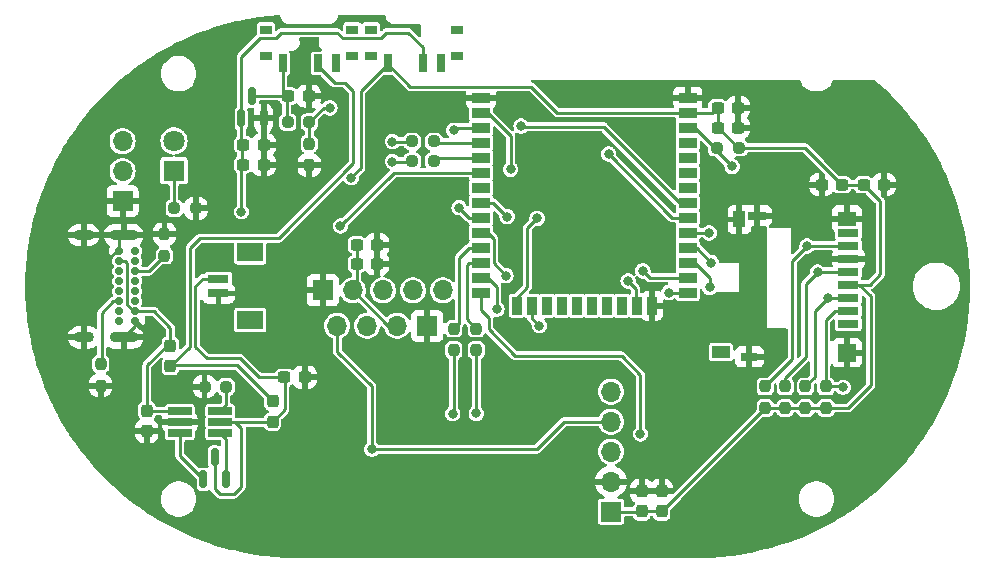
<source format=gbr>
%TF.GenerationSoftware,KiCad,Pcbnew,7.0.2-1.fc38*%
%TF.CreationDate,2023-06-09T15:19:36+02:00*%
%TF.ProjectId,gps_compass,6770735f-636f-46d7-9061-73732e6b6963,rev?*%
%TF.SameCoordinates,Original*%
%TF.FileFunction,Copper,L2,Bot*%
%TF.FilePolarity,Positive*%
%FSLAX46Y46*%
G04 Gerber Fmt 4.6, Leading zero omitted, Abs format (unit mm)*
G04 Created by KiCad (PCBNEW 7.0.2-1.fc38) date 2023-06-09 15:19:36*
%MOMM*%
%LPD*%
G01*
G04 APERTURE LIST*
G04 Aperture macros list*
%AMRoundRect*
0 Rectangle with rounded corners*
0 $1 Rounding radius*
0 $2 $3 $4 $5 $6 $7 $8 $9 X,Y pos of 4 corners*
0 Add a 4 corners polygon primitive as box body*
4,1,4,$2,$3,$4,$5,$6,$7,$8,$9,$2,$3,0*
0 Add four circle primitives for the rounded corners*
1,1,$1+$1,$2,$3*
1,1,$1+$1,$4,$5*
1,1,$1+$1,$6,$7*
1,1,$1+$1,$8,$9*
0 Add four rect primitives between the rounded corners*
20,1,$1+$1,$2,$3,$4,$5,0*
20,1,$1+$1,$4,$5,$6,$7,0*
20,1,$1+$1,$6,$7,$8,$9,0*
20,1,$1+$1,$8,$9,$2,$3,0*%
G04 Aperture macros list end*
%TA.AperFunction,SMDPad,CuDef*%
%ADD10R,1.000000X0.800000*%
%TD*%
%TA.AperFunction,SMDPad,CuDef*%
%ADD11R,0.700000X1.500000*%
%TD*%
%TA.AperFunction,SMDPad,CuDef*%
%ADD12RoundRect,0.237500X0.237500X-0.250000X0.237500X0.250000X-0.237500X0.250000X-0.237500X-0.250000X0*%
%TD*%
%TA.AperFunction,ComponentPad*%
%ADD13R,1.700000X1.700000*%
%TD*%
%TA.AperFunction,ComponentPad*%
%ADD14O,1.700000X1.700000*%
%TD*%
%TA.AperFunction,SMDPad,CuDef*%
%ADD15RoundRect,0.237500X0.250000X0.237500X-0.250000X0.237500X-0.250000X-0.237500X0.250000X-0.237500X0*%
%TD*%
%TA.AperFunction,SMDPad,CuDef*%
%ADD16R,1.800000X0.700000*%
%TD*%
%TA.AperFunction,SMDPad,CuDef*%
%ADD17R,2.200000X1.600000*%
%TD*%
%TA.AperFunction,SMDPad,CuDef*%
%ADD18R,2.000000X0.650000*%
%TD*%
%TA.AperFunction,SMDPad,CuDef*%
%ADD19RoundRect,0.237500X-0.300000X-0.237500X0.300000X-0.237500X0.300000X0.237500X-0.300000X0.237500X0*%
%TD*%
%TA.AperFunction,SMDPad,CuDef*%
%ADD20RoundRect,0.237500X-0.237500X0.250000X-0.237500X-0.250000X0.237500X-0.250000X0.237500X0.250000X0*%
%TD*%
%TA.AperFunction,SMDPad,CuDef*%
%ADD21RoundRect,0.237500X0.300000X0.237500X-0.300000X0.237500X-0.300000X-0.237500X0.300000X-0.237500X0*%
%TD*%
%TA.AperFunction,SMDPad,CuDef*%
%ADD22RoundRect,0.237500X-0.237500X0.300000X-0.237500X-0.300000X0.237500X-0.300000X0.237500X0.300000X0*%
%TD*%
%TA.AperFunction,SMDPad,CuDef*%
%ADD23RoundRect,0.150000X0.150000X-0.587500X0.150000X0.587500X-0.150000X0.587500X-0.150000X-0.587500X0*%
%TD*%
%TA.AperFunction,SMDPad,CuDef*%
%ADD24RoundRect,0.237500X-0.250000X-0.237500X0.250000X-0.237500X0.250000X0.237500X-0.250000X0.237500X0*%
%TD*%
%TA.AperFunction,SMDPad,CuDef*%
%ADD25RoundRect,0.237500X0.237500X-0.287500X0.237500X0.287500X-0.237500X0.287500X-0.237500X-0.287500X0*%
%TD*%
%TA.AperFunction,SMDPad,CuDef*%
%ADD26RoundRect,0.237500X-0.237500X0.287500X-0.237500X-0.287500X0.237500X-0.287500X0.237500X0.287500X0*%
%TD*%
%TA.AperFunction,SMDPad,CuDef*%
%ADD27R,1.750000X0.700000*%
%TD*%
%TA.AperFunction,SMDPad,CuDef*%
%ADD28R,1.000000X1.450000*%
%TD*%
%TA.AperFunction,SMDPad,CuDef*%
%ADD29R,1.550000X1.000000*%
%TD*%
%TA.AperFunction,SMDPad,CuDef*%
%ADD30R,1.500000X0.800000*%
%TD*%
%TA.AperFunction,SMDPad,CuDef*%
%ADD31R,1.500000X1.300000*%
%TD*%
%TA.AperFunction,SMDPad,CuDef*%
%ADD32R,1.500000X1.500000*%
%TD*%
%TA.AperFunction,SMDPad,CuDef*%
%ADD33R,1.400000X0.800000*%
%TD*%
%TA.AperFunction,SMDPad,CuDef*%
%ADD34R,1.500000X0.900000*%
%TD*%
%TA.AperFunction,SMDPad,CuDef*%
%ADD35R,0.900000X1.500000*%
%TD*%
%TA.AperFunction,ComponentPad*%
%ADD36O,2.400000X0.900000*%
%TD*%
%TA.AperFunction,ComponentPad*%
%ADD37O,1.700000X0.900000*%
%TD*%
%TA.AperFunction,ComponentPad*%
%ADD38C,0.700000*%
%TD*%
%TA.AperFunction,ComponentPad*%
%ADD39C,1.800000*%
%TD*%
%TA.AperFunction,ComponentPad*%
%ADD40R,1.800000X1.800000*%
%TD*%
%TA.AperFunction,ViaPad*%
%ADD41C,0.800000*%
%TD*%
%TA.AperFunction,Conductor*%
%ADD42C,0.250000*%
%TD*%
G04 APERTURE END LIST*
D10*
%TO.P,MAIN,*%
%TO.N,*%
X80400000Y-41270000D03*
X80400000Y-43480000D03*
X87700000Y-41270000D03*
X87700000Y-43480000D03*
D11*
%TO.P,MAIN,1,A*%
%TO.N,+BATT*%
X81800000Y-44130000D03*
%TO.P,MAIN,2,B*%
%TO.N,Net-(D1-K)*%
X84800000Y-44130000D03*
%TO.P,MAIN,3,C*%
%TO.N,unconnected-(MAIN1-C-Pad3)*%
X86300000Y-44130000D03*
%TD*%
D12*
%TO.P,R8,1*%
%TO.N,Net-(J1-CC1)*%
X71800000Y-60412500D03*
%TO.P,R8,2*%
%TO.N,GND*%
X71800000Y-58587500D03*
%TD*%
D13*
%TO.P,GY-271,1,Pin_1*%
%TO.N,VCC*%
X109600000Y-82080000D03*
D14*
%TO.P,GY-271,2,Pin_2*%
%TO.N,GND*%
X109600000Y-79540000D03*
%TO.P,GY-271,3,Pin_3*%
%TO.N,SCL*%
X109600000Y-77000000D03*
%TO.P,GY-271,4,Pin_4*%
%TO.N,SDA*%
X109600000Y-74460000D03*
%TO.P,GY-271,5,Pin_5*%
%TO.N,unconnected-(GY-271-Pin_5-Pad5)*%
X109600000Y-71920000D03*
%TD*%
D13*
%TO.P,LCD,1,Pin_1*%
%TO.N,GND*%
X85200000Y-63350000D03*
D14*
%TO.P,LCD,2,Pin_2*%
%TO.N,VCC*%
X87740000Y-63350000D03*
%TO.P,LCD,3,Pin_3*%
%TO.N,lcd_data*%
X90280000Y-63350000D03*
%TO.P,LCD,4,Pin_4*%
%TO.N,lcd_wr*%
X92820000Y-63350000D03*
%TO.P,LCD,5,Pin_5*%
%TO.N,lcd_cs*%
X95360000Y-63350000D03*
%TD*%
D13*
%TO.P,Oled,1,Pin_1*%
%TO.N,GND*%
X94050000Y-66350000D03*
D14*
%TO.P,Oled,2,Pin_2*%
%TO.N,VCC*%
X91510000Y-66350000D03*
%TO.P,Oled,3,Pin_3*%
%TO.N,SCL*%
X88970000Y-66350000D03*
%TO.P,Oled,4,Pin_4*%
%TO.N,SDA*%
X86430000Y-66350000D03*
%TD*%
D15*
%TO.P,R5,1*%
%TO.N,VCC*%
X120402500Y-51290000D03*
%TO.P,R5,2*%
%TO.N,Net-(ESP32-S1-EN)*%
X118577500Y-51290000D03*
%TD*%
%TO.P,R3,1*%
%TO.N,Net-(U3-Prog)*%
X77012500Y-71500000D03*
%TO.P,R3,2*%
%TO.N,GND*%
X75187500Y-71500000D03*
%TD*%
D16*
%TO.P,BT1,1,+*%
%TO.N,Net-(BT1-+)*%
X76370000Y-62365000D03*
%TO.P,BT1,2,-*%
%TO.N,GND*%
X76370000Y-63615000D03*
D17*
%TO.P,BT1,MP*%
%TO.N,N/C*%
X79070000Y-60115000D03*
X79070000Y-65865000D03*
%TD*%
D18*
%TO.P,U3,6,DRIVE*%
%TO.N,Net-(Q1-B)*%
X76520000Y-75460000D03*
%TO.P,U3,5,BATT*%
%TO.N,Net-(BT1-+)*%
X76520000Y-74510000D03*
%TO.P,U3,4,Prog*%
%TO.N,Net-(U3-Prog)*%
X76520000Y-73560000D03*
%TO.P,U3,3,VCC*%
%TO.N,Net-(D1-A)*%
X73100000Y-73560000D03*
%TO.P,U3,2,GND*%
%TO.N,GND*%
X73100000Y-74510000D03*
%TO.P,U3,1,Isense*%
%TO.N,Net-(Q1-E)*%
X73100000Y-75460000D03*
%TD*%
D19*
%TO.P,C5,1*%
%TO.N,+BATT*%
X82287500Y-46900000D03*
%TO.P,C5,2*%
%TO.N,GND*%
X84012500Y-46900000D03*
%TD*%
D20*
%TO.P,R10,1*%
%TO.N,battery_level*%
X84050000Y-50925000D03*
%TO.P,R10,2*%
%TO.N,GND*%
X84050000Y-52750000D03*
%TD*%
D12*
%TO.P,R12,1*%
%TO.N,VCC*%
X127800000Y-73312500D03*
%TO.P,R12,2*%
%TO.N,CS*%
X127800000Y-71487500D03*
%TD*%
D19*
%TO.P,C16,1*%
%TO.N,VCC*%
X130987500Y-54400000D03*
%TO.P,C16,2*%
%TO.N,GND*%
X132712500Y-54400000D03*
%TD*%
D12*
%TO.P,R13,1*%
%TO.N,VCC*%
X124350000Y-73312500D03*
%TO.P,R13,2*%
%TO.N,CLK*%
X124350000Y-71487500D03*
%TD*%
D21*
%TO.P,C19,1*%
%TO.N,VCC*%
X129162500Y-54400000D03*
%TO.P,C19,2*%
%TO.N,GND*%
X127437500Y-54400000D03*
%TD*%
D22*
%TO.P,C2,1*%
%TO.N,Net-(D1-A)*%
X70300000Y-73537500D03*
%TO.P,C2,2*%
%TO.N,GND*%
X70300000Y-75262500D03*
%TD*%
D23*
%TO.P,Q1,3,C*%
%TO.N,Net-(BT1-+)*%
X76050000Y-77462500D03*
%TO.P,Q1,2,E*%
%TO.N,Net-(Q1-E)*%
X75100000Y-79337500D03*
%TO.P,Q1,1,B*%
%TO.N,Net-(Q1-B)*%
X77000000Y-79337500D03*
%TD*%
D24*
%TO.P,R6,1*%
%TO.N,Net-(LED1-K)*%
X72637500Y-56400000D03*
%TO.P,R6,2*%
%TO.N,GND*%
X74462500Y-56400000D03*
%TD*%
D19*
%TO.P,C1,1*%
%TO.N,Net-(BT1-+)*%
X81937500Y-70700000D03*
%TO.P,C1,2*%
%TO.N,GND*%
X83662500Y-70700000D03*
%TD*%
D25*
%TO.P,D1,1,K*%
%TO.N,Net-(D1-K)*%
X72300000Y-69775000D03*
%TO.P,D1,2,A*%
%TO.N,Net-(D1-A)*%
X72300000Y-68025000D03*
%TD*%
D15*
%TO.P,R15,1*%
%TO.N,Net-(ESP32-S1-TXD0{slash}IO1)*%
X94612500Y-50745000D03*
%TO.P,R15,2*%
%TO.N,Net-(Serial1-Pin_3)*%
X92787500Y-50745000D03*
%TD*%
D19*
%TO.P,C6,2*%
%TO.N,GND*%
X80200000Y-52700000D03*
%TO.P,C6,1*%
%TO.N,+3V3*%
X78475000Y-52700000D03*
%TD*%
%TO.P,C18,1*%
%TO.N,VCC*%
X118627500Y-47880000D03*
%TO.P,C18,2*%
%TO.N,GND*%
X120352500Y-47880000D03*
%TD*%
D22*
%TO.P,C11,1*%
%TO.N,GND*%
X112200000Y-80337500D03*
%TO.P,C11,2*%
%TO.N,VCC*%
X112200000Y-82062500D03*
%TD*%
D24*
%TO.P,R9,1*%
%TO.N,+BATT*%
X82237500Y-49100000D03*
%TO.P,R9,2*%
%TO.N,battery_level*%
X84062500Y-49100000D03*
%TD*%
D19*
%TO.P,C17,1*%
%TO.N,VCC*%
X118627500Y-49580000D03*
%TO.P,C17,2*%
%TO.N,GND*%
X120352500Y-49580000D03*
%TD*%
D10*
%TO.P,ESP,*%
%TO.N,*%
X89300000Y-41270000D03*
X89300000Y-43480000D03*
X96600000Y-41270000D03*
X96600000Y-43480000D03*
D11*
%TO.P,ESP,1,A*%
%TO.N,VCC*%
X90700000Y-44130000D03*
%TO.P,ESP,2,B*%
%TO.N,+3V3*%
X93700000Y-44130000D03*
%TO.P,ESP,3,C*%
%TO.N,unconnected-(ESP1-C-Pad3)*%
X95200000Y-44130000D03*
%TD*%
D26*
%TO.P,D2,1,K*%
%TO.N,Net-(D1-K)*%
X80950000Y-72725000D03*
%TO.P,D2,2,A*%
%TO.N,Net-(BT1-+)*%
X80950000Y-74475000D03*
%TD*%
D22*
%TO.P,C10,1*%
%TO.N,GND*%
X113900000Y-80337500D03*
%TO.P,C10,2*%
%TO.N,VCC*%
X113900000Y-82062500D03*
%TD*%
D12*
%TO.P,R14,1*%
%TO.N,VCC*%
X122650000Y-73312500D03*
%TO.P,R14,2*%
%TO.N,MISO*%
X122650000Y-71487500D03*
%TD*%
D15*
%TO.P,R16,1*%
%TO.N,Net-(ESP32-S1-RXD0{slash}IO3)*%
X94612500Y-52400000D03*
%TO.P,R16,2*%
%TO.N,Net-(Serial1-Pin_2)*%
X92787500Y-52400000D03*
%TD*%
D21*
%TO.P,C15,1*%
%TO.N,GND*%
X89812500Y-59500000D03*
%TO.P,C15,2*%
%TO.N,VCC*%
X88087500Y-59500000D03*
%TD*%
D27*
%TO.P,microsd,1,DAT2*%
%TO.N,unconnected-(microsd1-DAT2-Pad1)*%
X129700000Y-66175000D03*
%TO.P,microsd,2,DAT3/CD*%
%TO.N,CS*%
X129700000Y-65075000D03*
%TO.P,microsd,3,CMD*%
%TO.N,MOSI*%
X129700000Y-63975000D03*
%TO.P,microsd,4,VDD*%
%TO.N,VCC*%
X129700000Y-62875000D03*
%TO.P,microsd,5,CLK*%
%TO.N,CLK*%
X129700000Y-61775000D03*
%TO.P,microsd,6,VSS*%
%TO.N,GND*%
X129700000Y-60675000D03*
%TO.P,microsd,7,DAT0*%
%TO.N,MISO*%
X129700000Y-59575000D03*
%TO.P,microsd,8,DAT1*%
%TO.N,unconnected-(microsd1-DAT1-Pad8)*%
X129700000Y-58475000D03*
D28*
%TO.P,microsd,9,SHIELD*%
%TO.N,GND*%
X120475000Y-57350000D03*
D29*
%TO.P,microsd,10*%
%TO.N,N/C*%
X118900000Y-68575000D03*
D30*
%TO.P,microsd,11*%
%TO.N,GND*%
X121975000Y-57025000D03*
D31*
X129575000Y-57275000D03*
D32*
X129575000Y-68625000D03*
D33*
X121325000Y-68975000D03*
%TD*%
D34*
%TO.P,ESP32-S,1,GND*%
%TO.N,GND*%
X116100000Y-47050000D03*
%TO.P,ESP32-S,2,VDD*%
%TO.N,VCC*%
X116100000Y-48320000D03*
%TO.P,ESP32-S,3,EN*%
%TO.N,Net-(ESP32-S1-EN)*%
X116100000Y-49590000D03*
%TO.P,ESP32-S,4,SENSOR_VP*%
%TO.N,unconnected-(ESP32-S1-SENSOR_VP-Pad4)*%
X116100000Y-50860000D03*
%TO.P,ESP32-S,5,SENSOR_VN*%
%TO.N,unconnected-(ESP32-S1-SENSOR_VN-Pad5)*%
X116100000Y-52130000D03*
%TO.P,ESP32-S,6,IO34*%
%TO.N,unconnected-(ESP32-S1-IO34-Pad6)*%
X116100000Y-53400000D03*
%TO.P,ESP32-S,7,IO35*%
%TO.N,unconnected-(ESP32-S1-IO35-Pad7)*%
X116100000Y-54670000D03*
%TO.P,ESP32-S,8,IO32*%
%TO.N,Net-(ESP32-S1-IO32)*%
X116100000Y-55940000D03*
%TO.P,ESP32-S,9,IO33*%
%TO.N,battery_level*%
X116100000Y-57210000D03*
%TO.P,ESP32-S,10,IO25*%
%TO.N,B4*%
X116100000Y-58480000D03*
%TO.P,ESP32-S,11,IO26*%
%TO.N,B5*%
X116100000Y-59750000D03*
%TO.P,ESP32-S,12,IO27*%
%TO.N,B6*%
X116100000Y-61020000D03*
%TO.P,ESP32-S,13,IO14*%
%TO.N,lcd_data*%
X116100000Y-62290000D03*
%TO.P,ESP32-S,14,IO12*%
%TO.N,lcd_cs*%
X116100000Y-63560000D03*
D35*
%TO.P,ESP32-S,15,GND*%
%TO.N,GND*%
X113065000Y-64655000D03*
%TO.P,ESP32-S,16,IO13*%
%TO.N,lcd_wr*%
X111795000Y-64655000D03*
%TO.P,ESP32-S,17,SHD/SD2*%
%TO.N,unconnected-(ESP32-S1-SHD{slash}SD2-Pad17)*%
X110525000Y-64655000D03*
%TO.P,ESP32-S,18,SWP/SD3*%
%TO.N,unconnected-(ESP32-S1-SWP{slash}SD3-Pad18)*%
X109255000Y-64655000D03*
%TO.P,ESP32-S,19,SCS/CMD*%
%TO.N,unconnected-(ESP32-S1-SCS{slash}CMD-Pad19)*%
X107985000Y-64655000D03*
%TO.P,ESP32-S,20,SCK/CLK*%
%TO.N,unconnected-(ESP32-S1-SCK{slash}CLK-Pad20)*%
X106715000Y-64655000D03*
%TO.P,ESP32-S,21,SDO/SD0*%
%TO.N,unconnected-(ESP32-S1-SDO{slash}SD0-Pad21)*%
X105445000Y-64655000D03*
%TO.P,ESP32-S,22,SDI/SD1*%
%TO.N,unconnected-(ESP32-S1-SDI{slash}SD1-Pad22)*%
X104175000Y-64655000D03*
%TO.P,ESP32-S,23,IO15*%
%TO.N,B3*%
X102905000Y-64655000D03*
%TO.P,ESP32-S,24,IO2*%
%TO.N,B1*%
X101635000Y-64655000D03*
D34*
%TO.P,ESP32-S,25,IO0*%
%TO.N,Net-(ESP32-S1-IO0)*%
X98600000Y-63560000D03*
%TO.P,ESP32-S,26,IO4*%
%TO.N,B2*%
X98600000Y-62290000D03*
%TO.P,ESP32-S,27,IO16*%
%TO.N,RX2*%
X98600000Y-61020000D03*
%TO.P,ESP32-S,28,IO17*%
%TO.N,TX2*%
X98600000Y-59750000D03*
%TO.P,ESP32-S,29,IO5*%
%TO.N,CS*%
X98600000Y-58480000D03*
%TO.P,ESP32-S,30,IO18*%
%TO.N,CLK*%
X98600000Y-57210000D03*
%TO.P,ESP32-S,31,IO19*%
%TO.N,MISO*%
X98600000Y-55940000D03*
%TO.P,ESP32-S,32,NC*%
%TO.N,unconnected-(ESP32-S1-NC-Pad32)*%
X98600000Y-54670000D03*
%TO.P,ESP32-S,33,IO21*%
%TO.N,SDA*%
X98600000Y-53400000D03*
%TO.P,ESP32-S,34,RXD0/IO3*%
%TO.N,Net-(ESP32-S1-RXD0{slash}IO3)*%
X98600000Y-52130000D03*
%TO.P,ESP32-S,35,TXD0/IO1*%
%TO.N,Net-(ESP32-S1-TXD0{slash}IO1)*%
X98600000Y-50860000D03*
%TO.P,ESP32-S,36,IO22*%
%TO.N,SCL*%
X98600000Y-49590000D03*
%TO.P,ESP32-S,37,IO23*%
%TO.N,MOSI*%
X98600000Y-48320000D03*
%TO.P,ESP32-S,38,GND*%
%TO.N,GND*%
X98600000Y-47050000D03*
%TD*%
D20*
%TO.P,R7,1*%
%TO.N,Net-(J1-CC2)*%
X66400000Y-69587500D03*
%TO.P,R7,2*%
%TO.N,GND*%
X66400000Y-71412500D03*
%TD*%
D13*
%TO.P,Serial,1,Pin_1*%
%TO.N,GND*%
X68250000Y-55800000D03*
D14*
%TO.P,Serial,2,Pin_2*%
%TO.N,Net-(Serial1-Pin_2)*%
X68250000Y-53260000D03*
%TO.P,Serial,3,Pin_3*%
%TO.N,Net-(Serial1-Pin_3)*%
X68250000Y-50720000D03*
%TD*%
D20*
%TO.P,R2,1*%
%TO.N,TX2*%
X96300000Y-66587500D03*
%TO.P,R2,2*%
%TO.N,Net-(GPS1-RXD)*%
X96300000Y-68412500D03*
%TD*%
D21*
%TO.P,C14,1*%
%TO.N,GND*%
X89812500Y-61100000D03*
%TO.P,C14,2*%
%TO.N,VCC*%
X88087500Y-61100000D03*
%TD*%
D36*
%TO.P,J1,S1,SHIELD*%
%TO.N,GND*%
X68345000Y-67325000D03*
D37*
X64965000Y-67325000D03*
D36*
X68345000Y-58675000D03*
D37*
X64965000Y-58675000D03*
D38*
%TO.P,J1,B12,GND*%
X67975000Y-60025000D03*
%TO.P,J1,B9,VBUS*%
%TO.N,Net-(D1-A)*%
X67975000Y-60875000D03*
%TO.P,J1,B8*%
%TO.N,N/C*%
X67975000Y-61725000D03*
%TO.P,J1,B7*%
X67975000Y-62575000D03*
%TO.P,J1,B6*%
X67975000Y-63425000D03*
%TO.P,J1,B5,CC2*%
%TO.N,Net-(J1-CC2)*%
X67975000Y-64275000D03*
%TO.P,J1,B4*%
%TO.N,N/C*%
X67975000Y-65125000D03*
%TO.P,J1,B1*%
X67975000Y-65975000D03*
%TO.P,J1,A12,GND*%
%TO.N,GND*%
X69325000Y-65975000D03*
%TO.P,J1,A9,VBUS*%
%TO.N,Net-(D1-A)*%
X69325000Y-65125000D03*
%TO.P,J1,A8*%
%TO.N,N/C*%
X69325000Y-64275000D03*
%TO.P,J1,A7*%
X69325000Y-63425000D03*
%TO.P,J1,A6*%
X69325000Y-62575000D03*
%TO.P,J1,A5,CC1*%
%TO.N,Net-(J1-CC1)*%
X69325000Y-61725000D03*
%TO.P,J1,A4*%
%TO.N,N/C*%
X69325000Y-60875000D03*
%TO.P,J1,A1*%
X69325000Y-60025000D03*
%TD*%
D23*
%TO.P,U1,1,GND*%
%TO.N,GND*%
X80187500Y-48787500D03*
%TO.P,U1,2,VO*%
%TO.N,+3V3*%
X78287500Y-48787500D03*
%TO.P,U1,3,VI*%
%TO.N,+BATT*%
X79237500Y-46912500D03*
%TD*%
D20*
%TO.P,R1,1*%
%TO.N,RX2*%
X98200000Y-66587500D03*
%TO.P,R1,2*%
%TO.N,Net-(GPS1-TXD)*%
X98200000Y-68412500D03*
%TD*%
D39*
%TO.P,LED,2,A*%
%TO.N,Net-(ESP32-S1-IO32)*%
X72600000Y-50685000D03*
D40*
%TO.P,LED,1,K*%
%TO.N,Net-(LED1-K)*%
X72600000Y-53225000D03*
%TD*%
D12*
%TO.P,R11,1*%
%TO.N,VCC*%
X126070000Y-73312500D03*
%TO.P,R11,2*%
%TO.N,MOSI*%
X126070000Y-71487500D03*
%TD*%
D19*
%TO.P,C7,2*%
%TO.N,GND*%
X80210000Y-51040000D03*
%TO.P,C7,1*%
%TO.N,+3V3*%
X78485000Y-51040000D03*
%TD*%
D41*
%TO.N,GND*%
X109800000Y-59900000D03*
X117000000Y-77300000D03*
X131600000Y-60700000D03*
X125800000Y-61400000D03*
%TO.N,MISO*%
X126200000Y-59600000D03*
X100800000Y-57100000D03*
%TO.N,GND*%
X101100000Y-47000000D03*
%TO.N,VCC*%
X87612299Y-53812299D03*
%TO.N,GND*%
X81500000Y-55100000D03*
X71700000Y-71300000D03*
X94100000Y-69800000D03*
X101600000Y-73700000D03*
%TO.N,SCL*%
X96300000Y-49800000D03*
%TO.N,SDA*%
X89350000Y-76800000D03*
%TO.N,GND*%
X117000000Y-81800000D03*
X129600000Y-70300000D03*
X119500000Y-64400000D03*
X91100000Y-80200000D03*
%TO.N,+3V3*%
X78315000Y-56700000D03*
%TO.N,GND*%
X85100000Y-73000000D03*
X118270000Y-54200000D03*
X75400000Y-65500000D03*
X117600000Y-71400000D03*
X95300000Y-57600000D03*
X82200000Y-50400000D03*
%TO.N,Net-(ESP32-S1-EN)*%
X119850000Y-52850000D03*
%TO.N,Net-(ESP32-S1-IO32)*%
X102000000Y-49450000D03*
%TO.N,battery_level*%
X85800000Y-47900000D03*
X109400000Y-51800000D03*
%TO.N,B4*%
X117900000Y-58500000D03*
%TO.N,B5*%
X118100000Y-61000000D03*
%TO.N,B6*%
X117950000Y-63100000D03*
%TO.N,lcd_data*%
X112300000Y-61700000D03*
%TO.N,lcd_cs*%
X114500000Y-63550000D03*
%TO.N,lcd_wr*%
X111050000Y-62550000D03*
%TO.N,B3*%
X103550000Y-66350000D03*
%TO.N,B1*%
X103350000Y-57250000D03*
%TO.N,Net-(ESP32-S1-IO0)*%
X112100000Y-75500000D03*
%TO.N,B2*%
X99950000Y-64950000D03*
%TO.N,CS*%
X129250000Y-71550000D03*
X100700000Y-62100000D03*
%TO.N,CLK*%
X96750000Y-56350000D03*
X127100000Y-61800000D03*
%TO.N,SDA*%
X86700000Y-57900000D03*
%TO.N,MOSI*%
X101100000Y-53100000D03*
X127975000Y-63975000D03*
%TO.N,Net-(GPS1-TXD)*%
X98200000Y-73767304D03*
%TO.N,Net-(GPS1-RXD)*%
X96200000Y-73800000D03*
%TO.N,Net-(Serial1-Pin_3)*%
X91100000Y-50750000D03*
%TO.N,Net-(Serial1-Pin_2)*%
X91100000Y-52450000D03*
%TD*%
D42*
%TO.N,Net-(ESP32-S1-EN)*%
X119850000Y-52850000D02*
X118487500Y-51487500D01*
%TO.N,VCC*%
X116100000Y-48320000D02*
X105050000Y-48320000D01*
X105050000Y-48320000D02*
X102830000Y-46100000D01*
X102830000Y-46100000D02*
X92600000Y-46100000D01*
X88400000Y-53000000D02*
X87612299Y-53787701D01*
X92600000Y-46100000D02*
X90700000Y-44200000D01*
X90700000Y-44200000D02*
X88400000Y-46500000D01*
X88400000Y-46500000D02*
X88400000Y-53000000D01*
X87612299Y-53787701D02*
X87612299Y-53812299D01*
%TO.N,Net-(D1-K)*%
X84800000Y-44380000D02*
X86220000Y-45800000D01*
X86220000Y-45800000D02*
X87100000Y-45800000D01*
X73970000Y-68105000D02*
X72300000Y-69775000D01*
X87100000Y-45800000D02*
X87800000Y-46500000D01*
X87800000Y-46500000D02*
X87800000Y-52600000D01*
X87800000Y-52600000D02*
X81470000Y-58930000D01*
X81470000Y-58930000D02*
X74770000Y-58930000D01*
X74770000Y-58930000D02*
X73970000Y-59730000D01*
X73970000Y-59730000D02*
X73970000Y-68105000D01*
%TO.N,+BATT*%
X81800000Y-44130000D02*
X81800000Y-46410000D01*
X81800000Y-46410000D02*
X82302500Y-46912500D01*
%TO.N,+3V3*%
X78287500Y-48787500D02*
X78287500Y-43567500D01*
X86405000Y-41525000D02*
X86875000Y-41995000D01*
X90595000Y-41525000D02*
X92438274Y-41525000D01*
X92438274Y-41525000D02*
X93700000Y-42786726D01*
X78287500Y-43567500D02*
X79860000Y-41995000D01*
X79860000Y-41995000D02*
X81225000Y-41995000D01*
X81695000Y-41525000D02*
X86405000Y-41525000D01*
X81225000Y-41995000D02*
X81695000Y-41525000D01*
X86875000Y-41995000D02*
X90125000Y-41995000D01*
X90125000Y-41995000D02*
X90595000Y-41525000D01*
X93700000Y-42786726D02*
X93700000Y-44130000D01*
%TO.N,Net-(ESP32-S1-IO0)*%
X98600000Y-65000000D02*
X98600000Y-63560000D01*
X112100000Y-75500000D02*
X112100000Y-70500000D01*
X112100000Y-70500000D02*
X110500000Y-68900000D01*
X110500000Y-68900000D02*
X101500000Y-68900000D01*
X101500000Y-68900000D02*
X99250000Y-66650000D01*
X99250000Y-66650000D02*
X99250000Y-65650000D01*
X99250000Y-65650000D02*
X98600000Y-65000000D01*
%TO.N,VCC*%
X132400000Y-62000000D02*
X132400000Y-55812500D01*
X132400000Y-55812500D02*
X130987500Y-54400000D01*
X131525000Y-62875000D02*
X129700000Y-62875000D01*
X132400000Y-62000000D02*
X131525000Y-62875000D01*
X129162500Y-54400000D02*
X130987500Y-54400000D01*
X120402500Y-51290000D02*
X126052500Y-51290000D01*
X126052500Y-51290000D02*
X129162500Y-54400000D01*
%TO.N,MISO*%
X122650000Y-71487500D02*
X124950000Y-69187500D01*
X124950000Y-69187500D02*
X124950000Y-60850000D01*
X124950000Y-60850000D02*
X126200000Y-59600000D01*
X129700000Y-59575000D02*
X126225000Y-59575000D01*
X126225000Y-59575000D02*
X126200000Y-59600000D01*
%TO.N,CLK*%
X124350000Y-70750000D02*
X124350000Y-71487500D01*
X126100000Y-62800000D02*
X126100000Y-69000000D01*
X126100000Y-69000000D02*
X124350000Y-70750000D01*
X127125000Y-61775000D02*
X129700000Y-61775000D01*
X127100000Y-61800000D02*
X126100000Y-62800000D01*
X127100000Y-61800000D02*
X127125000Y-61775000D01*
%TO.N,MOSI*%
X127975000Y-63975000D02*
X126850000Y-65100000D01*
X126850000Y-65100000D02*
X126850000Y-70707500D01*
X126850000Y-70707500D02*
X126070000Y-71487500D01*
X127975000Y-63975000D02*
X129700000Y-63975000D01*
%TO.N,B1*%
X103350000Y-57250000D02*
X102500000Y-58100000D01*
X102500000Y-63100000D02*
X101635000Y-63965000D01*
X102500000Y-58100000D02*
X102500000Y-63100000D01*
X101635000Y-63965000D02*
X101635000Y-64655000D01*
%TO.N,MISO*%
X100760000Y-57100000D02*
X99600000Y-55940000D01*
X99600000Y-55940000D02*
X98600000Y-55940000D01*
%TO.N,battery_level*%
X109400000Y-51800000D02*
X114810000Y-57210000D01*
X114810000Y-57210000D02*
X116100000Y-57210000D01*
%TO.N,Net-(ESP32-S1-IO32)*%
X116100000Y-55940000D02*
X115440000Y-55940000D01*
X115440000Y-55940000D02*
X109000000Y-49500000D01*
X109000000Y-49500000D02*
X102050000Y-49500000D01*
%TO.N,MOSI*%
X101100000Y-53100000D02*
X101100000Y-50240000D01*
X101100000Y-50240000D02*
X99180000Y-48320000D01*
X99180000Y-48320000D02*
X98600000Y-48320000D01*
%TO.N,B5*%
X116850000Y-59750000D02*
X118100000Y-61000000D01*
X116100000Y-59750000D02*
X116850000Y-59750000D01*
%TO.N,B6*%
X116100000Y-61020000D02*
X116680000Y-61020000D01*
X116680000Y-61020000D02*
X117950000Y-62290000D01*
X117950000Y-62290000D02*
X117950000Y-63100000D01*
%TO.N,lcd_data*%
X112300000Y-61700000D02*
X112890000Y-62290000D01*
X112890000Y-62290000D02*
X116100000Y-62290000D01*
%TO.N,CS*%
X99180000Y-58480000D02*
X98600000Y-58480000D01*
X100700000Y-62100000D02*
X99675000Y-61075000D01*
X99675000Y-61075000D02*
X99675000Y-58975000D01*
X99675000Y-58975000D02*
X99180000Y-58480000D01*
%TO.N,lcd_wr*%
X111050000Y-62550000D02*
X111700000Y-63200000D01*
X111700000Y-63200000D02*
X111700000Y-64560000D01*
%TO.N,Net-(U3-Prog)*%
X77012500Y-71500000D02*
X77012500Y-73067500D01*
X77012500Y-73067500D02*
X76520000Y-73560000D01*
%TO.N,Net-(BT1-+)*%
X76050000Y-77462500D02*
X76050000Y-80150000D01*
X76050000Y-80150000D02*
X76500000Y-80600000D01*
X76500000Y-80600000D02*
X77700000Y-80600000D01*
X77700000Y-80600000D02*
X78300000Y-80000000D01*
X78300000Y-80000000D02*
X78300000Y-75010000D01*
X78300000Y-75010000D02*
X77800000Y-74510000D01*
X77800000Y-74510000D02*
X76520000Y-74510000D01*
X81937500Y-70700000D02*
X79800000Y-70700000D01*
X74420000Y-68120000D02*
X74420000Y-62970000D01*
X79800000Y-70700000D02*
X78200000Y-69100000D01*
X78200000Y-69100000D02*
X75400000Y-69100000D01*
X75400000Y-69100000D02*
X74420000Y-68120000D01*
X74420000Y-62970000D02*
X75025000Y-62365000D01*
X75025000Y-62365000D02*
X76370000Y-62365000D01*
X80950000Y-74475000D02*
X82000000Y-73425000D01*
X82000000Y-73425000D02*
X82000000Y-70962500D01*
%TO.N,VCC*%
X88087500Y-59350000D02*
X88087500Y-63002500D01*
%TO.N,SDA*%
X91200000Y-53400000D02*
X98600000Y-53400000D01*
X86700000Y-57900000D02*
X91200000Y-53400000D01*
%TO.N,SCL*%
X96300000Y-49800000D02*
X96510000Y-49590000D01*
X96510000Y-49590000D02*
X98600000Y-49590000D01*
%TO.N,battery_level*%
X85800000Y-47900000D02*
X85262500Y-47900000D01*
X85262500Y-47900000D02*
X84062500Y-49100000D01*
%TO.N,Net-(Serial1-Pin_3)*%
X92782500Y-50750000D02*
X92787500Y-50745000D01*
X91100000Y-50750000D02*
X92782500Y-50750000D01*
%TO.N,GND*%
X69325000Y-65975000D02*
X69325000Y-66345000D01*
X69325000Y-66345000D02*
X68345000Y-67325000D01*
X67975000Y-60025000D02*
X67975000Y-59045000D01*
X67975000Y-59045000D02*
X68345000Y-58675000D01*
%TO.N,+3V3*%
X78315000Y-56700000D02*
X78315000Y-52710000D01*
%TO.N,Net-(D1-A)*%
X70322500Y-73560000D02*
X73100000Y-73560000D01*
X72300000Y-68025000D02*
X71975000Y-68025000D01*
X71975000Y-68025000D02*
X70300000Y-69700000D01*
X70300000Y-69700000D02*
X70300000Y-73537500D01*
%TO.N,Net-(J1-CC2)*%
X66500000Y-69487500D02*
X66500000Y-65255026D01*
X66500000Y-65255026D02*
X67480026Y-64275000D01*
X67480026Y-64275000D02*
X67975000Y-64275000D01*
%TO.N,Net-(D1-A)*%
X69325000Y-65125000D02*
X70925000Y-65125000D01*
X70925000Y-65125000D02*
X72300000Y-66500000D01*
X72300000Y-66500000D02*
X72300000Y-68025000D01*
%TO.N,Net-(D1-K)*%
X72375000Y-69700000D02*
X77925000Y-69700000D01*
X77925000Y-69700000D02*
X80950000Y-72725000D01*
%TO.N,Net-(J1-CC1)*%
X69325000Y-61725000D02*
X70487500Y-61725000D01*
X70487500Y-61725000D02*
X71800000Y-60412500D01*
%TO.N,Net-(ESP32-S1-TXD0{slash}IO1)*%
X94727500Y-50860000D02*
X98600000Y-50860000D01*
%TO.N,Net-(ESP32-S1-RXD0{slash}IO3)*%
X94612500Y-52400000D02*
X94882500Y-52130000D01*
X94882500Y-52130000D02*
X98600000Y-52130000D01*
%TO.N,Net-(Serial1-Pin_2)*%
X91100000Y-52450000D02*
X92737500Y-52450000D01*
%TO.N,SDA*%
X89350000Y-76800000D02*
X103300000Y-76800000D01*
X103300000Y-76800000D02*
X105640000Y-74460000D01*
X105640000Y-74460000D02*
X109600000Y-74460000D01*
X89350000Y-76800000D02*
X89350000Y-71450000D01*
X86430000Y-68530000D02*
X86430000Y-66350000D01*
X89350000Y-71450000D02*
X86430000Y-68530000D01*
%TO.N,VCC*%
X109600000Y-82080000D02*
X112182500Y-82080000D01*
X113900000Y-82062500D02*
X112200000Y-82062500D01*
X113850000Y-82112500D02*
X122650000Y-73312500D01*
%TO.N,Net-(GPS1-TXD)*%
X98200000Y-73767304D02*
X98200000Y-68412500D01*
%TO.N,Net-(D1-A)*%
X67975000Y-60875000D02*
X68469974Y-60875000D01*
X68469974Y-60875000D02*
X68650000Y-61055026D01*
X68650000Y-61055026D02*
X68650000Y-64554595D01*
X68650000Y-64554595D02*
X69220405Y-65125000D01*
X69220405Y-65125000D02*
X69325000Y-65125000D01*
%TO.N,Net-(GPS1-RXD)*%
X96200000Y-73800000D02*
X96300000Y-73700000D01*
X96300000Y-73700000D02*
X96300000Y-68412500D01*
%TO.N,Net-(BT1-+)*%
X80950000Y-74475000D02*
X80915000Y-74510000D01*
X80915000Y-74510000D02*
X76520000Y-74510000D01*
%TO.N,+3V3*%
X78325000Y-51050000D02*
X78325000Y-52700000D01*
X78287500Y-51012500D02*
X78325000Y-51050000D01*
X78287500Y-48787500D02*
X78287500Y-51012500D01*
X78325000Y-52700000D02*
X78315000Y-52710000D01*
%TO.N,+BATT*%
X79250000Y-46900000D02*
X82112500Y-46900000D01*
X82150000Y-49100000D02*
X82150000Y-46937500D01*
X79237500Y-46912500D02*
X79250000Y-46900000D01*
X82150000Y-46937500D02*
X82112500Y-46900000D01*
%TO.N,VCC*%
X131600000Y-71400000D02*
X131600000Y-63850000D01*
X122650000Y-73312500D02*
X124350000Y-73312500D01*
X129687500Y-73312500D02*
X131600000Y-71400000D01*
X118187500Y-48320000D02*
X118627500Y-47880000D01*
X116100000Y-48320000D02*
X118187500Y-48320000D01*
X118627500Y-49580000D02*
X118627500Y-47880000D01*
X127800000Y-73312500D02*
X129687500Y-73312500D01*
X118692500Y-49580000D02*
X120402500Y-51290000D01*
X87740000Y-63350000D02*
X90740000Y-66350000D01*
X126070000Y-73312500D02*
X127800000Y-73312500D01*
X118627500Y-49580000D02*
X118692500Y-49580000D01*
X130625000Y-62875000D02*
X129700000Y-62875000D01*
X131600000Y-63850000D02*
X130625000Y-62875000D01*
X90740000Y-66350000D02*
X91510000Y-66350000D01*
X124350000Y-73312500D02*
X126070000Y-73312500D01*
%TO.N,Net-(ESP32-S1-EN)*%
X118487500Y-51387500D02*
X116690000Y-49590000D01*
X116690000Y-49590000D02*
X116100000Y-49590000D01*
%TO.N,battery_level*%
X84062500Y-49100000D02*
X84062500Y-50912500D01*
%TO.N,B4*%
X117880000Y-58480000D02*
X116100000Y-58480000D01*
X117900000Y-58500000D02*
X117880000Y-58480000D01*
%TO.N,lcd_cs*%
X115460000Y-63560000D02*
X116100000Y-63560000D01*
X115450000Y-63550000D02*
X115460000Y-63560000D01*
X114500000Y-63550000D02*
X115450000Y-63550000D01*
%TO.N,B3*%
X102905000Y-65705000D02*
X103550000Y-66350000D01*
X102905000Y-64655000D02*
X102905000Y-65705000D01*
%TO.N,B2*%
X99950000Y-64950000D02*
X99950000Y-63060000D01*
X99180000Y-62290000D02*
X98600000Y-62290000D01*
X99950000Y-63060000D02*
X99180000Y-62290000D01*
%TO.N,RX2*%
X98600000Y-61020000D02*
X97600000Y-61020000D01*
X97600000Y-61020000D02*
X97400000Y-61220000D01*
X97400000Y-65787500D02*
X98200000Y-66587500D01*
X97400000Y-61220000D02*
X97400000Y-65787500D01*
%TO.N,TX2*%
X97600000Y-59750000D02*
X96750000Y-60600000D01*
X96750000Y-66137500D02*
X96300000Y-66587500D01*
X98600000Y-59750000D02*
X97600000Y-59750000D01*
X96750000Y-60600000D02*
X96750000Y-66137500D01*
%TO.N,CS*%
X128575000Y-65075000D02*
X127800000Y-65850000D01*
X129250000Y-71550000D02*
X129187500Y-71487500D01*
X129375000Y-65075000D02*
X128575000Y-65075000D01*
X127800000Y-65850000D02*
X127800000Y-71487500D01*
X129187500Y-71487500D02*
X127800000Y-71487500D01*
%TO.N,CLK*%
X97610000Y-57210000D02*
X98600000Y-57210000D01*
X96750000Y-56350000D02*
X97610000Y-57210000D01*
%TO.N,Net-(LED1-K)*%
X72637500Y-56400000D02*
X72600000Y-56362500D01*
X72600000Y-56362500D02*
X72600000Y-53225000D01*
%TO.N,Net-(Q1-B)*%
X77000000Y-75940000D02*
X77000000Y-79337500D01*
X76520000Y-75460000D02*
X77000000Y-75940000D01*
%TO.N,Net-(Q1-E)*%
X73100000Y-77337500D02*
X73100000Y-75460000D01*
X75100000Y-79337500D02*
X73100000Y-77337500D01*
%TD*%
%TA.AperFunction,Conductor*%
%TO.N,GND*%
G36*
X90449192Y-40020185D02*
G01*
X90494947Y-40072989D01*
X90503771Y-40100314D01*
X90508941Y-40126311D01*
X90507519Y-40142185D01*
X90515255Y-40164293D01*
X90519830Y-40181052D01*
X90530262Y-40233495D01*
X90556229Y-40296184D01*
X90558087Y-40313465D01*
X90568075Y-40329361D01*
X90577640Y-40347876D01*
X90590606Y-40379179D01*
X90634037Y-40444178D01*
X90637058Y-40448699D01*
X90642809Y-40467067D01*
X90653828Y-40478086D01*
X90669249Y-40496876D01*
X90678562Y-40510814D01*
X90695189Y-40531663D01*
X90697062Y-40534644D01*
X90720298Y-40552376D01*
X90747622Y-40579700D01*
X90757675Y-40598111D01*
X90768335Y-40604809D01*
X90789183Y-40621435D01*
X90789707Y-40621785D01*
X90789711Y-40621789D01*
X90803128Y-40630754D01*
X90821913Y-40646171D01*
X90826981Y-40651239D01*
X90851297Y-40662939D01*
X90920821Y-40709394D01*
X90952127Y-40722361D01*
X90970637Y-40731924D01*
X90980018Y-40737818D01*
X91003810Y-40743769D01*
X91051882Y-40763680D01*
X91066505Y-40769738D01*
X91118951Y-40780170D01*
X91135713Y-40784745D01*
X91151054Y-40790113D01*
X91173689Y-40791057D01*
X91221158Y-40800500D01*
X91221159Y-40800500D01*
X91297477Y-40800500D01*
X91311361Y-40801280D01*
X91346677Y-40805259D01*
X91375876Y-40800500D01*
X93376000Y-40800500D01*
X93443039Y-40820185D01*
X93488794Y-40872989D01*
X93500000Y-40924500D01*
X93500000Y-41756326D01*
X93480315Y-41823365D01*
X93427511Y-41869120D01*
X93358353Y-41879064D01*
X93294797Y-41850039D01*
X93288319Y-41844007D01*
X92740423Y-41296111D01*
X92724296Y-41276253D01*
X92718357Y-41267162D01*
X92693384Y-41247725D01*
X92681867Y-41237554D01*
X92681793Y-41237480D01*
X92664868Y-41225397D01*
X92660754Y-41222330D01*
X92657798Y-41220029D01*
X92619463Y-41190191D01*
X92619460Y-41190190D01*
X92613237Y-41185346D01*
X92613035Y-41185242D01*
X92605474Y-41182990D01*
X92605473Y-41182990D01*
X92555310Y-41168055D01*
X92550448Y-41166497D01*
X92539054Y-41162586D01*
X92493476Y-41146939D01*
X92493243Y-41146906D01*
X92453539Y-41148548D01*
X92433080Y-41149394D01*
X92427958Y-41149500D01*
X90646803Y-41149500D01*
X90621357Y-41146861D01*
X90610731Y-41144633D01*
X90579324Y-41148548D01*
X90563987Y-41149500D01*
X90563886Y-41149500D01*
X90543359Y-41152924D01*
X90538300Y-41153661D01*
X90478556Y-41161109D01*
X90478316Y-41161186D01*
X90425359Y-41189844D01*
X90420805Y-41192188D01*
X90366721Y-41218628D01*
X90366506Y-41218788D01*
X90325729Y-41263082D01*
X90322183Y-41266777D01*
X90262180Y-41326780D01*
X90200859Y-41360265D01*
X90131167Y-41355281D01*
X90075234Y-41313410D01*
X90050816Y-41247946D01*
X90050500Y-41239099D01*
X90050500Y-40845325D01*
X90041384Y-40799500D01*
X90035966Y-40772260D01*
X89980601Y-40689399D01*
X89897740Y-40634034D01*
X89897739Y-40634033D01*
X89897738Y-40634033D01*
X89824675Y-40619500D01*
X89824674Y-40619500D01*
X88775326Y-40619500D01*
X88775325Y-40619500D01*
X88702261Y-40634033D01*
X88640799Y-40675100D01*
X88619399Y-40689399D01*
X88603101Y-40713790D01*
X88549491Y-40758594D01*
X88480166Y-40767302D01*
X88417138Y-40737148D01*
X88396899Y-40713792D01*
X88380601Y-40689399D01*
X88297740Y-40634034D01*
X88297739Y-40634033D01*
X88297738Y-40634033D01*
X88224675Y-40619500D01*
X88224674Y-40619500D01*
X87175326Y-40619500D01*
X87175325Y-40619500D01*
X87102261Y-40634033D01*
X87019399Y-40689399D01*
X86964033Y-40772261D01*
X86949500Y-40845325D01*
X86949500Y-41239099D01*
X86929815Y-41306138D01*
X86877011Y-41351893D01*
X86807853Y-41361837D01*
X86744297Y-41332812D01*
X86737820Y-41326782D01*
X86724448Y-41313410D01*
X86707145Y-41296107D01*
X86691022Y-41276253D01*
X86685083Y-41267162D01*
X86660110Y-41247725D01*
X86648593Y-41237554D01*
X86648519Y-41237480D01*
X86631594Y-41225397D01*
X86627480Y-41222330D01*
X86624524Y-41220029D01*
X86586189Y-41190191D01*
X86586186Y-41190190D01*
X86579963Y-41185346D01*
X86579761Y-41185242D01*
X86572200Y-41182990D01*
X86572199Y-41182990D01*
X86522036Y-41168055D01*
X86517174Y-41166497D01*
X86505780Y-41162586D01*
X86460202Y-41146939D01*
X86459969Y-41146906D01*
X86420265Y-41148548D01*
X86399806Y-41149394D01*
X86394684Y-41149500D01*
X81746803Y-41149500D01*
X81721357Y-41146861D01*
X81710731Y-41144633D01*
X81679324Y-41148548D01*
X81663987Y-41149500D01*
X81663886Y-41149500D01*
X81643359Y-41152924D01*
X81638300Y-41153661D01*
X81578556Y-41161109D01*
X81578316Y-41161186D01*
X81525359Y-41189844D01*
X81520805Y-41192188D01*
X81466721Y-41218628D01*
X81466506Y-41218788D01*
X81425729Y-41263082D01*
X81422183Y-41266777D01*
X81362180Y-41326780D01*
X81300859Y-41360265D01*
X81231167Y-41355281D01*
X81175234Y-41313410D01*
X81150816Y-41247946D01*
X81150500Y-41239099D01*
X81150500Y-40845325D01*
X81141384Y-40799500D01*
X81135966Y-40772260D01*
X81080601Y-40689399D01*
X80997740Y-40634034D01*
X80997739Y-40634033D01*
X80997738Y-40634033D01*
X80924675Y-40619500D01*
X80924674Y-40619500D01*
X79875326Y-40619500D01*
X79875325Y-40619500D01*
X79802261Y-40634033D01*
X79719399Y-40689399D01*
X79664033Y-40772261D01*
X79649500Y-40845325D01*
X79649500Y-41620856D01*
X79629815Y-41687895D01*
X79616728Y-41704841D01*
X79590719Y-41733093D01*
X79587172Y-41736789D01*
X78058608Y-43265352D01*
X78038754Y-43281476D01*
X78029665Y-43287414D01*
X78010222Y-43312394D01*
X78000063Y-43323898D01*
X77999984Y-43323976D01*
X77999979Y-43323982D01*
X77999980Y-43323982D01*
X77987890Y-43340914D01*
X77984841Y-43345004D01*
X77947854Y-43392524D01*
X77947737Y-43392753D01*
X77930557Y-43450455D01*
X77928995Y-43455331D01*
X77909441Y-43512292D01*
X77909406Y-43512534D01*
X77911894Y-43572691D01*
X77912000Y-43577815D01*
X77912000Y-47807744D01*
X77892315Y-47874783D01*
X77875682Y-47895425D01*
X77809449Y-47961657D01*
X77751853Y-48074697D01*
X77737000Y-48168478D01*
X77737000Y-49406514D01*
X77737001Y-49406518D01*
X77751854Y-49500304D01*
X77751854Y-49500305D01*
X77751855Y-49500306D01*
X77809448Y-49613340D01*
X77809449Y-49613341D01*
X77809450Y-49613342D01*
X77875682Y-49679574D01*
X77909166Y-49740895D01*
X77912000Y-49767254D01*
X77912000Y-50335208D01*
X77892315Y-50402247D01*
X77862311Y-50434475D01*
X77836384Y-50453883D01*
X77752288Y-50566222D01*
X77703249Y-50697700D01*
X77697603Y-50750220D01*
X77697000Y-50755826D01*
X77697000Y-51324174D01*
X77703249Y-51382299D01*
X77752288Y-51513778D01*
X77836384Y-51626116D01*
X77899811Y-51673597D01*
X77941682Y-51729531D01*
X77949500Y-51772864D01*
X77949500Y-51959650D01*
X77929815Y-52026689D01*
X77899811Y-52058915D01*
X77892275Y-52064558D01*
X77826384Y-52113883D01*
X77742288Y-52226222D01*
X77693249Y-52357700D01*
X77687603Y-52410220D01*
X77687000Y-52415826D01*
X77687000Y-52984174D01*
X77687352Y-52987454D01*
X77687353Y-52987460D01*
X77688143Y-52994807D01*
X77693249Y-53042299D01*
X77742288Y-53173778D01*
X77826384Y-53286116D01*
X77889811Y-53333597D01*
X77931682Y-53389531D01*
X77939500Y-53432864D01*
X77939500Y-56107796D01*
X77919815Y-56174835D01*
X77897727Y-56200611D01*
X77824517Y-56265468D01*
X77734780Y-56395476D01*
X77678763Y-56543181D01*
X77659721Y-56699999D01*
X77678763Y-56856818D01*
X77734780Y-57004523D01*
X77824515Y-57134528D01*
X77824516Y-57134529D01*
X77824517Y-57134530D01*
X77942760Y-57239283D01*
X78082635Y-57312696D01*
X78236015Y-57350500D01*
X78393985Y-57350500D01*
X78547365Y-57312696D01*
X78687240Y-57239283D01*
X78805483Y-57134530D01*
X78895220Y-57004523D01*
X78951237Y-56856818D01*
X78970278Y-56700000D01*
X78951237Y-56543182D01*
X78895220Y-56395477D01*
X78805483Y-56265470D01*
X78805482Y-56265468D01*
X78732273Y-56200611D01*
X78695146Y-56141422D01*
X78690500Y-56107796D01*
X78690500Y-53549500D01*
X78710185Y-53482461D01*
X78762989Y-53436706D01*
X78814500Y-53425500D01*
X78818364Y-53425500D01*
X78821674Y-53425500D01*
X78879799Y-53419251D01*
X79011278Y-53370212D01*
X79100447Y-53303460D01*
X79165909Y-53279044D01*
X79234182Y-53293896D01*
X79280294Y-53337630D01*
X79317555Y-53398039D01*
X79439459Y-53519943D01*
X79586198Y-53610453D01*
X79749848Y-53664681D01*
X79847722Y-53674680D01*
X79854000Y-53674999D01*
X79950000Y-53674998D01*
X79950000Y-52950000D01*
X80450000Y-52950000D01*
X80450000Y-53674999D01*
X80545997Y-53674999D01*
X80552279Y-53674678D01*
X80650150Y-53664681D01*
X80813801Y-53610453D01*
X80960540Y-53519943D01*
X81082443Y-53398040D01*
X81172953Y-53251301D01*
X81227181Y-53087651D01*
X81236136Y-53000000D01*
X83075001Y-53000000D01*
X83075001Y-53045997D01*
X83075321Y-53052279D01*
X83085318Y-53150150D01*
X83139546Y-53313801D01*
X83230056Y-53460540D01*
X83351959Y-53582443D01*
X83498698Y-53672953D01*
X83662348Y-53727181D01*
X83760203Y-53737178D01*
X83766519Y-53737499D01*
X83800000Y-53737499D01*
X83800000Y-53000000D01*
X84300000Y-53000000D01*
X84300000Y-53737499D01*
X84333497Y-53737499D01*
X84339779Y-53737178D01*
X84437650Y-53727181D01*
X84601301Y-53672953D01*
X84748040Y-53582443D01*
X84869943Y-53460540D01*
X84960453Y-53313801D01*
X85014681Y-53150151D01*
X85024680Y-53052277D01*
X85025000Y-53045999D01*
X85025000Y-53000000D01*
X84300000Y-53000000D01*
X83800000Y-53000000D01*
X83075001Y-53000000D01*
X81236136Y-53000000D01*
X81237180Y-52989777D01*
X81237500Y-52983499D01*
X81237500Y-52950000D01*
X80450000Y-52950000D01*
X79950000Y-52950000D01*
X79950000Y-52500000D01*
X83075000Y-52500000D01*
X85024999Y-52500000D01*
X85024999Y-52454002D01*
X85024678Y-52447720D01*
X85014681Y-52349849D01*
X84960453Y-52186198D01*
X84869943Y-52039459D01*
X84748040Y-51917556D01*
X84601301Y-51827046D01*
X84569850Y-51816625D01*
X84512405Y-51776853D01*
X84485582Y-51712337D01*
X84497897Y-51643561D01*
X84534542Y-51599653D01*
X84636116Y-51523616D01*
X84720212Y-51411278D01*
X84769251Y-51279799D01*
X84775500Y-51221674D01*
X84775500Y-50628326D01*
X84769251Y-50570201D01*
X84720212Y-50438722D01*
X84636116Y-50326384D01*
X84523778Y-50242288D01*
X84523775Y-50242287D01*
X84523774Y-50242286D01*
X84518662Y-50240379D01*
X84462730Y-50198505D01*
X84438316Y-50133040D01*
X84438000Y-50124199D01*
X84438000Y-49897624D01*
X84457685Y-49830585D01*
X84510489Y-49784830D01*
X84518659Y-49781445D01*
X84548778Y-49770212D01*
X84661116Y-49686116D01*
X84745212Y-49573778D01*
X84794251Y-49442299D01*
X84800500Y-49384174D01*
X84800500Y-48944397D01*
X84820185Y-48877359D01*
X84836815Y-48856721D01*
X85253221Y-48440314D01*
X85314544Y-48406830D01*
X85384236Y-48411814D01*
X85423129Y-48435181D01*
X85427760Y-48439283D01*
X85567633Y-48512696D01*
X85721015Y-48550500D01*
X85878985Y-48550500D01*
X86032365Y-48512696D01*
X86172240Y-48439283D01*
X86290483Y-48334530D01*
X86380220Y-48204523D01*
X86436237Y-48056818D01*
X86455278Y-47900000D01*
X86436237Y-47743182D01*
X86380220Y-47595477D01*
X86328443Y-47520465D01*
X86290484Y-47465471D01*
X86242388Y-47422862D01*
X86172240Y-47360717D01*
X86147989Y-47347989D01*
X86032364Y-47287303D01*
X85878985Y-47249500D01*
X85721015Y-47249500D01*
X85567635Y-47287303D01*
X85427758Y-47360718D01*
X85309515Y-47465470D01*
X85303470Y-47474229D01*
X85249185Y-47518217D01*
X85221836Y-47526093D01*
X85210837Y-47527928D01*
X85205841Y-47528656D01*
X85153874Y-47535135D01*
X85153873Y-47535135D01*
X85144009Y-47536365D01*
X85075049Y-47525124D01*
X85023114Y-47478386D01*
X85004692Y-47410988D01*
X85010964Y-47374313D01*
X85039681Y-47287651D01*
X85049680Y-47189777D01*
X85050000Y-47183499D01*
X85050000Y-47150000D01*
X84262500Y-47150000D01*
X84262500Y-47874999D01*
X84358497Y-47874999D01*
X84364776Y-47874679D01*
X84454640Y-47865499D01*
X84523333Y-47878269D01*
X84574217Y-47926149D01*
X84591138Y-47993939D01*
X84568722Y-48060116D01*
X84554923Y-48076538D01*
X84293281Y-48338181D01*
X84231958Y-48371666D01*
X84205600Y-48374500D01*
X83765826Y-48374500D01*
X83762546Y-48374852D01*
X83762539Y-48374853D01*
X83707700Y-48380749D01*
X83576222Y-48429788D01*
X83463884Y-48513884D01*
X83379788Y-48626222D01*
X83330749Y-48757700D01*
X83329069Y-48773332D01*
X83324500Y-48815826D01*
X83324500Y-49384174D01*
X83324852Y-49387454D01*
X83324853Y-49387460D01*
X83328147Y-49418100D01*
X83330749Y-49442299D01*
X83379788Y-49573778D01*
X83463884Y-49686116D01*
X83576222Y-49770212D01*
X83606331Y-49781441D01*
X83662265Y-49823311D01*
X83686684Y-49888775D01*
X83687000Y-49897624D01*
X83687000Y-50114875D01*
X83667315Y-50181914D01*
X83614511Y-50227669D01*
X83606335Y-50231056D01*
X83576224Y-50242287D01*
X83576223Y-50242287D01*
X83576222Y-50242288D01*
X83478463Y-50315470D01*
X83463884Y-50326384D01*
X83379788Y-50438722D01*
X83335061Y-50558641D01*
X83330749Y-50570201D01*
X83324500Y-50628326D01*
X83324500Y-51221674D01*
X83324852Y-51224954D01*
X83324853Y-51224960D01*
X83329753Y-51270537D01*
X83330749Y-51279799D01*
X83379788Y-51411278D01*
X83463884Y-51523616D01*
X83565457Y-51599653D01*
X83607327Y-51655586D01*
X83612311Y-51725277D01*
X83578826Y-51786600D01*
X83530149Y-51816625D01*
X83498699Y-51827046D01*
X83351959Y-51917556D01*
X83230056Y-52039459D01*
X83139546Y-52186198D01*
X83085318Y-52349848D01*
X83075319Y-52447722D01*
X83075000Y-52454000D01*
X83075000Y-52500000D01*
X79950000Y-52500000D01*
X79950000Y-52450000D01*
X80450000Y-52450000D01*
X81237499Y-52450000D01*
X81237499Y-52416502D01*
X81237178Y-52410220D01*
X81227181Y-52312349D01*
X81172953Y-52148698D01*
X81082443Y-52001959D01*
X81043164Y-51962680D01*
X81009679Y-51901357D01*
X81014663Y-51831665D01*
X81043165Y-51787316D01*
X81092445Y-51738037D01*
X81182953Y-51591301D01*
X81237181Y-51427651D01*
X81247180Y-51329777D01*
X81247500Y-51323499D01*
X81247500Y-51290000D01*
X80460000Y-51290000D01*
X80460000Y-51993637D01*
X80450000Y-52027692D01*
X80450000Y-52450000D01*
X79950000Y-52450000D01*
X79950000Y-51746361D01*
X79960000Y-51712305D01*
X79960000Y-50053509D01*
X79940333Y-50017491D01*
X79937500Y-49991136D01*
X79937500Y-49037500D01*
X80437500Y-49037500D01*
X80437500Y-50035245D01*
X80456037Y-50066235D01*
X80460000Y-50097332D01*
X80460000Y-50790000D01*
X81247499Y-50790000D01*
X81247499Y-50756502D01*
X81247178Y-50750220D01*
X81237181Y-50652349D01*
X81182953Y-50488698D01*
X81092443Y-50341959D01*
X80970540Y-50220056D01*
X80823801Y-50129546D01*
X80771479Y-50112209D01*
X80714034Y-50072437D01*
X80687211Y-50007921D01*
X80699526Y-49939145D01*
X80730263Y-49906043D01*
X80727980Y-49903760D01*
X80855182Y-49776557D01*
X80938782Y-49635197D01*
X80984599Y-49477493D01*
X80987308Y-49443076D01*
X80987500Y-49438196D01*
X80987500Y-49037500D01*
X80437500Y-49037500D01*
X79937500Y-49037500D01*
X79387500Y-49037500D01*
X79387500Y-49438196D01*
X79387691Y-49443076D01*
X79390400Y-49477493D01*
X79436217Y-49635197D01*
X79519817Y-49776557D01*
X79635941Y-49892681D01*
X79643795Y-49897326D01*
X79691479Y-49948394D01*
X79703985Y-50017135D01*
X79677340Y-50081725D01*
X79620006Y-50121656D01*
X79619682Y-50121764D01*
X79596201Y-50129545D01*
X79449459Y-50220056D01*
X79327555Y-50341960D01*
X79290294Y-50402369D01*
X79238345Y-50449093D01*
X79169383Y-50460314D01*
X79110446Y-50436538D01*
X79021280Y-50369789D01*
X79021278Y-50369788D01*
X78889799Y-50320749D01*
X78889799Y-50320748D01*
X78834960Y-50314853D01*
X78834954Y-50314852D01*
X78831674Y-50314500D01*
X78828364Y-50314500D01*
X78787000Y-50314500D01*
X78719961Y-50294815D01*
X78674206Y-50242011D01*
X78663000Y-50190500D01*
X78662999Y-49767255D01*
X78682683Y-49700216D01*
X78699313Y-49679578D01*
X78765550Y-49613342D01*
X78823146Y-49500304D01*
X78838000Y-49406519D01*
X78837999Y-48168482D01*
X78823146Y-48074696D01*
X78816641Y-48061929D01*
X78803745Y-47993265D01*
X78830020Y-47928524D01*
X78887126Y-47888266D01*
X78946524Y-47883164D01*
X78974148Y-47887539D01*
X79055981Y-47900500D01*
X79282484Y-47900499D01*
X79349523Y-47920183D01*
X79395278Y-47972987D01*
X79405222Y-48042146D01*
X79401561Y-48059093D01*
X79390400Y-48097509D01*
X79387691Y-48131923D01*
X79387500Y-48136803D01*
X79387500Y-48537500D01*
X79937500Y-48537500D01*
X79937500Y-47552703D01*
X80437500Y-47552703D01*
X80437500Y-48537500D01*
X80987500Y-48537500D01*
X80987500Y-48136803D01*
X80987308Y-48131923D01*
X80984599Y-48097506D01*
X80938782Y-47939802D01*
X80855182Y-47798442D01*
X80739057Y-47682317D01*
X80597700Y-47598719D01*
X80439987Y-47552900D01*
X80437500Y-47552703D01*
X79937500Y-47552703D01*
X79922368Y-47553900D01*
X79922018Y-47549479D01*
X79876542Y-47549279D01*
X79817931Y-47511246D01*
X79789186Y-47447564D01*
X79788000Y-47430457D01*
X79788000Y-47399500D01*
X79807685Y-47332461D01*
X79860489Y-47286706D01*
X79912000Y-47275500D01*
X81432038Y-47275500D01*
X81499077Y-47295185D01*
X81544832Y-47347989D01*
X81548213Y-47356152D01*
X81554788Y-47373778D01*
X81638884Y-47486116D01*
X81707791Y-47537700D01*
X81724810Y-47550440D01*
X81766681Y-47606374D01*
X81774499Y-47649707D01*
X81774500Y-48350292D01*
X81754816Y-48417331D01*
X81724811Y-48449559D01*
X81638884Y-48513883D01*
X81554788Y-48626222D01*
X81505749Y-48757700D01*
X81504069Y-48773332D01*
X81499500Y-48815826D01*
X81499500Y-49384174D01*
X81499852Y-49387454D01*
X81499853Y-49387460D01*
X81503147Y-49418100D01*
X81505749Y-49442299D01*
X81554788Y-49573778D01*
X81638884Y-49686116D01*
X81751222Y-49770212D01*
X81882701Y-49819251D01*
X81940826Y-49825500D01*
X81944136Y-49825500D01*
X82530864Y-49825500D01*
X82534174Y-49825500D01*
X82592299Y-49819251D01*
X82723778Y-49770212D01*
X82836116Y-49686116D01*
X82920212Y-49573778D01*
X82969251Y-49442299D01*
X82975500Y-49384174D01*
X82975500Y-48815826D01*
X82969251Y-48757701D01*
X82920212Y-48626222D01*
X82836116Y-48513884D01*
X82723778Y-48429788D01*
X82632898Y-48395891D01*
X82606166Y-48385921D01*
X82550233Y-48344049D01*
X82525816Y-48278584D01*
X82525500Y-48269739D01*
X82525500Y-47748567D01*
X82545185Y-47681528D01*
X82597989Y-47635773D01*
X82636244Y-47625277D01*
X82692299Y-47619251D01*
X82823778Y-47570212D01*
X82912947Y-47503460D01*
X82978409Y-47479044D01*
X83046682Y-47493896D01*
X83092794Y-47537630D01*
X83130055Y-47598039D01*
X83251959Y-47719943D01*
X83398698Y-47810453D01*
X83562348Y-47864681D01*
X83660222Y-47874680D01*
X83666500Y-47874999D01*
X83762500Y-47874998D01*
X83762500Y-45925000D01*
X84262500Y-45925000D01*
X84262500Y-46650000D01*
X85049999Y-46650000D01*
X85049999Y-46616502D01*
X85049678Y-46610220D01*
X85039681Y-46512349D01*
X84985453Y-46348698D01*
X84894943Y-46201959D01*
X84773040Y-46080056D01*
X84626301Y-45989546D01*
X84462651Y-45935318D01*
X84364777Y-45925319D01*
X84358500Y-45925000D01*
X84262500Y-45925000D01*
X83762500Y-45925000D01*
X83762500Y-45924999D01*
X83666504Y-45925000D01*
X83660219Y-45925321D01*
X83562349Y-45935318D01*
X83398698Y-45989546D01*
X83251959Y-46080056D01*
X83130055Y-46201960D01*
X83092794Y-46262369D01*
X83040845Y-46309093D01*
X82971883Y-46320314D01*
X82912946Y-46296538D01*
X82823780Y-46229789D01*
X82823778Y-46229788D01*
X82692299Y-46180749D01*
X82692299Y-46180748D01*
X82637460Y-46174853D01*
X82637454Y-46174852D01*
X82634174Y-46174500D01*
X82630864Y-46174500D01*
X82299500Y-46174500D01*
X82232461Y-46154815D01*
X82186706Y-46102011D01*
X82175500Y-46050500D01*
X82175500Y-45230514D01*
X82195185Y-45163475D01*
X82230610Y-45127411D01*
X82247738Y-45115966D01*
X82247740Y-45115966D01*
X82330601Y-45060601D01*
X82385966Y-44977740D01*
X82400500Y-44904674D01*
X82400500Y-43355326D01*
X82397629Y-43340895D01*
X82391960Y-43312394D01*
X82385966Y-43282260D01*
X82371266Y-43260260D01*
X82350390Y-43193584D01*
X82368875Y-43126204D01*
X82420855Y-43079515D01*
X82489320Y-43068277D01*
X82507628Y-43070500D01*
X82511377Y-43070500D01*
X82588623Y-43070500D01*
X82592372Y-43070500D01*
X82718872Y-43055140D01*
X82877930Y-42994818D01*
X83017929Y-42898183D01*
X83130734Y-42770852D01*
X83209790Y-42620225D01*
X83250500Y-42455056D01*
X83250500Y-42284944D01*
X83209790Y-42119775D01*
X83209789Y-42119774D01*
X83209789Y-42119772D01*
X83190031Y-42082126D01*
X83176305Y-42013618D01*
X83201798Y-41948564D01*
X83258413Y-41907620D01*
X83299827Y-41900500D01*
X84800173Y-41900500D01*
X84867212Y-41920185D01*
X84912967Y-41972989D01*
X84922911Y-42042147D01*
X84909969Y-42082126D01*
X84890210Y-42119772D01*
X84849500Y-42284944D01*
X84849500Y-42455055D01*
X84890209Y-42620224D01*
X84939388Y-42713925D01*
X84969266Y-42770852D01*
X85082071Y-42898183D01*
X85082073Y-42898185D01*
X85089701Y-42903450D01*
X85133692Y-42957732D01*
X85141352Y-43027181D01*
X85110249Y-43089746D01*
X85050259Y-43125563D01*
X85019262Y-43129500D01*
X84425325Y-43129500D01*
X84352261Y-43144033D01*
X84269399Y-43199399D01*
X84214033Y-43282261D01*
X84199500Y-43355325D01*
X84199500Y-44904674D01*
X84214033Y-44977738D01*
X84214033Y-44977739D01*
X84214034Y-44977740D01*
X84269399Y-45060601D01*
X84352260Y-45115966D01*
X84388792Y-45123233D01*
X84425325Y-45130500D01*
X84425326Y-45130500D01*
X84968101Y-45130500D01*
X85035140Y-45150185D01*
X85055782Y-45166819D01*
X85917850Y-46028887D01*
X85933977Y-46048746D01*
X85939915Y-46057835D01*
X85964894Y-46077277D01*
X85976412Y-46087449D01*
X85976481Y-46087518D01*
X85993389Y-46099590D01*
X85997494Y-46102650D01*
X85998223Y-46103218D01*
X86045044Y-46139660D01*
X86045233Y-46139757D01*
X86052801Y-46142010D01*
X86102959Y-46156943D01*
X86107819Y-46158499D01*
X86157340Y-46175500D01*
X86157342Y-46175500D01*
X86164796Y-46178059D01*
X86165029Y-46178093D01*
X86172908Y-46177767D01*
X86172911Y-46177768D01*
X86225192Y-46175605D01*
X86230315Y-46175500D01*
X86893101Y-46175500D01*
X86960140Y-46195185D01*
X86980782Y-46211819D01*
X87388182Y-46619219D01*
X87421666Y-46680540D01*
X87424500Y-46706898D01*
X87424500Y-52393100D01*
X87404815Y-52460139D01*
X87388181Y-52480781D01*
X81350781Y-58518181D01*
X81289458Y-58551666D01*
X81263100Y-58554500D01*
X74821804Y-58554500D01*
X74796358Y-58551861D01*
X74785732Y-58549633D01*
X74754323Y-58553548D01*
X74738986Y-58554500D01*
X74738884Y-58554500D01*
X74718399Y-58557918D01*
X74713332Y-58558657D01*
X74653567Y-58566107D01*
X74653312Y-58566189D01*
X74600370Y-58594838D01*
X74595820Y-58597180D01*
X74541715Y-58623632D01*
X74541505Y-58623788D01*
X74500719Y-58668093D01*
X74497172Y-58671789D01*
X73741108Y-59427852D01*
X73721254Y-59443976D01*
X73712165Y-59449914D01*
X73692722Y-59474894D01*
X73682563Y-59486398D01*
X73682484Y-59486476D01*
X73682479Y-59486482D01*
X73682480Y-59486482D01*
X73670390Y-59503414D01*
X73667341Y-59507504D01*
X73630354Y-59555024D01*
X73630237Y-59555253D01*
X73613057Y-59612955D01*
X73611495Y-59617831D01*
X73591941Y-59674792D01*
X73591906Y-59675034D01*
X73594394Y-59735191D01*
X73594500Y-59740315D01*
X73594500Y-67898099D01*
X73574815Y-67965138D01*
X73558181Y-67985780D01*
X73237181Y-68306780D01*
X73175858Y-68340265D01*
X73106166Y-68335281D01*
X73050233Y-68293409D01*
X73025816Y-68227945D01*
X73025500Y-68219099D01*
X73025500Y-67694135D01*
X73025500Y-67694134D01*
X73025500Y-67690826D01*
X73019251Y-67632701D01*
X72970212Y-67501222D01*
X72886116Y-67388884D01*
X72773778Y-67304788D01*
X72773776Y-67304787D01*
X72756164Y-67298218D01*
X72700231Y-67256345D01*
X72675816Y-67190881D01*
X72675500Y-67182037D01*
X72675500Y-66551803D01*
X72678139Y-66526356D01*
X72678251Y-66525822D01*
X72680367Y-66515732D01*
X72676452Y-66484322D01*
X72675500Y-66468985D01*
X72675500Y-66468888D01*
X72673814Y-66458783D01*
X72672074Y-66448357D01*
X72671342Y-66443334D01*
X72664866Y-66391375D01*
X72664864Y-66391371D01*
X72663889Y-66383547D01*
X72663819Y-66383327D01*
X72656896Y-66370534D01*
X72635159Y-66330369D01*
X72632822Y-66325829D01*
X72631258Y-66322629D01*
X72609826Y-66278789D01*
X72609825Y-66278788D01*
X72606360Y-66271700D01*
X72606225Y-66271519D01*
X72585126Y-66252096D01*
X72561892Y-66230707D01*
X72558219Y-66227182D01*
X71227149Y-64896111D01*
X71211022Y-64876253D01*
X71205083Y-64867162D01*
X71180110Y-64847725D01*
X71168593Y-64837554D01*
X71168519Y-64837480D01*
X71151594Y-64825397D01*
X71147480Y-64822330D01*
X71106189Y-64790191D01*
X71106186Y-64790190D01*
X71099963Y-64785346D01*
X71099761Y-64785242D01*
X71092200Y-64782990D01*
X71092199Y-64782990D01*
X71042036Y-64768055D01*
X71037174Y-64766497D01*
X71019065Y-64760281D01*
X70980202Y-64746939D01*
X70979969Y-64746906D01*
X70934910Y-64748769D01*
X70919806Y-64749394D01*
X70914684Y-64749500D01*
X69964012Y-64749500D01*
X69896973Y-64729815D01*
X69851218Y-64677011D01*
X69841274Y-64607853D01*
X69849451Y-64578048D01*
X69879459Y-64505601D01*
X69910044Y-64431762D01*
X69930682Y-64275000D01*
X69910044Y-64118238D01*
X69849536Y-63972159D01*
X69813722Y-63925486D01*
X69788528Y-63860318D01*
X69802566Y-63791873D01*
X69813723Y-63774513D01*
X69832149Y-63750500D01*
X69849536Y-63727841D01*
X69910044Y-63581762D01*
X69930682Y-63425000D01*
X69910044Y-63268238D01*
X69849536Y-63122159D01*
X69813722Y-63075485D01*
X69788528Y-63010318D01*
X69802566Y-62941873D01*
X69813723Y-62924513D01*
X69816725Y-62920601D01*
X69849536Y-62877841D01*
X69910044Y-62731762D01*
X69930682Y-62575000D01*
X69910044Y-62418238D01*
X69875676Y-62335266D01*
X69849451Y-62271952D01*
X69841982Y-62202483D01*
X69873257Y-62140004D01*
X69933347Y-62104352D01*
X69964012Y-62100500D01*
X70435695Y-62100500D01*
X70461141Y-62103139D01*
X70464940Y-62103935D01*
X70471768Y-62105367D01*
X70501638Y-62101643D01*
X70503177Y-62101452D01*
X70518514Y-62100500D01*
X70518611Y-62100500D01*
X70518614Y-62100500D01*
X70539143Y-62097073D01*
X70544159Y-62096342D01*
X70596126Y-62089866D01*
X70596128Y-62089864D01*
X70603957Y-62088889D01*
X70604166Y-62088822D01*
X70611107Y-62085065D01*
X70611110Y-62085065D01*
X70657166Y-62060140D01*
X70661644Y-62057835D01*
X70708711Y-62034826D01*
X70708712Y-62034824D01*
X70715808Y-62031356D01*
X70715976Y-62031230D01*
X70721324Y-62025419D01*
X70721326Y-62025419D01*
X70756794Y-61986889D01*
X70760295Y-61983240D01*
X71556717Y-61186819D01*
X71618041Y-61153334D01*
X71644399Y-61150500D01*
X72080864Y-61150500D01*
X72084174Y-61150500D01*
X72142299Y-61144251D01*
X72273778Y-61095212D01*
X72386116Y-61011116D01*
X72470212Y-60898778D01*
X72519251Y-60767299D01*
X72525500Y-60709174D01*
X72525500Y-60115826D01*
X72519251Y-60057701D01*
X72470212Y-59926222D01*
X72386116Y-59813884D01*
X72346428Y-59784174D01*
X72305426Y-59753480D01*
X72284542Y-59737846D01*
X72242672Y-59681913D01*
X72237688Y-59612222D01*
X72271173Y-59550899D01*
X72319853Y-59520873D01*
X72351302Y-59510452D01*
X72498040Y-59419943D01*
X72619943Y-59298040D01*
X72710453Y-59151301D01*
X72764681Y-58987651D01*
X72774680Y-58889777D01*
X72775000Y-58883499D01*
X72775000Y-58837500D01*
X70825001Y-58837500D01*
X70825001Y-58883497D01*
X70825321Y-58889779D01*
X70835318Y-58987650D01*
X70889546Y-59151301D01*
X70980056Y-59298040D01*
X71101959Y-59419943D01*
X71248696Y-59510452D01*
X71280147Y-59520873D01*
X71337593Y-59560645D01*
X71364417Y-59625160D01*
X71352103Y-59693936D01*
X71315456Y-59737847D01*
X71213884Y-59813883D01*
X71129788Y-59926222D01*
X71080749Y-60057700D01*
X71076858Y-60093896D01*
X71074500Y-60115826D01*
X71074500Y-60119135D01*
X71074500Y-60555600D01*
X71054815Y-60622639D01*
X71038181Y-60643281D01*
X70368281Y-61313181D01*
X70306958Y-61346666D01*
X70280600Y-61349500D01*
X69964012Y-61349500D01*
X69896973Y-61329815D01*
X69851218Y-61277011D01*
X69841274Y-61207853D01*
X69849451Y-61178048D01*
X69883762Y-61095212D01*
X69910044Y-61031762D01*
X69930682Y-60875000D01*
X69910044Y-60718238D01*
X69849536Y-60572159D01*
X69813721Y-60525483D01*
X69788528Y-60460316D01*
X69802566Y-60391872D01*
X69813721Y-60374515D01*
X69849536Y-60327841D01*
X69910044Y-60181762D01*
X69930682Y-60025000D01*
X69910044Y-59868238D01*
X69849536Y-59722159D01*
X69797136Y-59653870D01*
X69753283Y-59596719D01*
X69730036Y-59578881D01*
X69688834Y-59522453D01*
X69684679Y-59452707D01*
X69718891Y-59391786D01*
X69724755Y-59386417D01*
X69787106Y-59332892D01*
X69905368Y-59180109D01*
X69990458Y-59006641D01*
X70011597Y-58925000D01*
X69261111Y-58925000D01*
X69300610Y-58900543D01*
X69368201Y-58811038D01*
X69398895Y-58703160D01*
X69388546Y-58591479D01*
X69338552Y-58491078D01*
X69266069Y-58425000D01*
X70015471Y-58425000D01*
X70015471Y-58424999D01*
X69983065Y-58337500D01*
X70825000Y-58337500D01*
X71550000Y-58337500D01*
X71550000Y-57600000D01*
X72050000Y-57600000D01*
X72050000Y-58337500D01*
X72774999Y-58337500D01*
X72774999Y-58291502D01*
X72774678Y-58285220D01*
X72764681Y-58187349D01*
X72710453Y-58023698D01*
X72619943Y-57876959D01*
X72498040Y-57755056D01*
X72351301Y-57664546D01*
X72187651Y-57610318D01*
X72089777Y-57600319D01*
X72083500Y-57600000D01*
X72050000Y-57600000D01*
X71550000Y-57600000D01*
X71516504Y-57600000D01*
X71510219Y-57600321D01*
X71412349Y-57610318D01*
X71248698Y-57664546D01*
X71101959Y-57755056D01*
X70980056Y-57876959D01*
X70889546Y-58023698D01*
X70835318Y-58187348D01*
X70825319Y-58285222D01*
X70825000Y-58291500D01*
X70825000Y-58337500D01*
X69983065Y-58337500D01*
X69952314Y-58254469D01*
X69850109Y-58090498D01*
X69716996Y-57950464D01*
X69558414Y-57840087D01*
X69380862Y-57763893D01*
X69191605Y-57725000D01*
X68595000Y-57725000D01*
X68595000Y-58375000D01*
X68095000Y-58375000D01*
X68095000Y-57725000D01*
X67549967Y-57725000D01*
X67543701Y-57725317D01*
X67402777Y-57739648D01*
X67218430Y-57797488D01*
X67049496Y-57891253D01*
X66902895Y-58017105D01*
X66784631Y-58169890D01*
X66699541Y-58343358D01*
X66678403Y-58425000D01*
X67428889Y-58425000D01*
X67389390Y-58449457D01*
X67321799Y-58538962D01*
X67291105Y-58646840D01*
X67301454Y-58758521D01*
X67351448Y-58858922D01*
X67423931Y-58925000D01*
X66674529Y-58925000D01*
X66737685Y-59095530D01*
X66839890Y-59259501D01*
X66973003Y-59399535D01*
X67141935Y-59517116D01*
X67141227Y-59518132D01*
X67184811Y-59554171D01*
X67206037Y-59620739D01*
X67195000Y-59663923D01*
X67198236Y-59664975D01*
X67138995Y-59847300D01*
X67120318Y-60024999D01*
X67138995Y-60202699D01*
X67194208Y-60372630D01*
X67223346Y-60423098D01*
X67223347Y-60423098D01*
X67353291Y-60293154D01*
X67376065Y-60280718D01*
X67380692Y-60267848D01*
X67393155Y-60253291D01*
X67575797Y-60070649D01*
X67775000Y-60070649D01*
X67814613Y-60152905D01*
X67885992Y-60209827D01*
X67952468Y-60225000D01*
X67997532Y-60225000D01*
X68064008Y-60209827D01*
X68135387Y-60152905D01*
X68175000Y-60070649D01*
X68175000Y-59979351D01*
X68135387Y-59897095D01*
X68064008Y-59840173D01*
X67997532Y-59825000D01*
X67952468Y-59825000D01*
X67885992Y-59840173D01*
X67814613Y-59897095D01*
X67775000Y-59979351D01*
X67775000Y-60070649D01*
X67575797Y-60070649D01*
X67887318Y-59759127D01*
X67948641Y-59725642D01*
X68018332Y-59730626D01*
X68062680Y-59759127D01*
X68240871Y-59937318D01*
X68274356Y-59998641D01*
X68269372Y-60068333D01*
X68240871Y-60112680D01*
X68114766Y-60238785D01*
X68053443Y-60272270D01*
X68010903Y-60274044D01*
X67974998Y-60269317D01*
X67818237Y-60289956D01*
X67672159Y-60350463D01*
X67556322Y-60439348D01*
X67548406Y-60442407D01*
X67539348Y-60456321D01*
X67450463Y-60572159D01*
X67389956Y-60718237D01*
X67369317Y-60875000D01*
X67389956Y-61031762D01*
X67450463Y-61177840D01*
X67486277Y-61224515D01*
X67511470Y-61289684D01*
X67497431Y-61358129D01*
X67486277Y-61375485D01*
X67450463Y-61422159D01*
X67389956Y-61568237D01*
X67369317Y-61724999D01*
X67389956Y-61881762D01*
X67450463Y-62027840D01*
X67486277Y-62074515D01*
X67511470Y-62139684D01*
X67497431Y-62208129D01*
X67486277Y-62225485D01*
X67450463Y-62272159D01*
X67389956Y-62418237D01*
X67369317Y-62575000D01*
X67389956Y-62731762D01*
X67450463Y-62877840D01*
X67486277Y-62924515D01*
X67511470Y-62989684D01*
X67497431Y-63058129D01*
X67486277Y-63075485D01*
X67450463Y-63122159D01*
X67389956Y-63268237D01*
X67369317Y-63424999D01*
X67389956Y-63581762D01*
X67456098Y-63741444D01*
X67463567Y-63810913D01*
X67432292Y-63873392D01*
X67389012Y-63899070D01*
X67389981Y-63901053D01*
X67380472Y-63905700D01*
X67374748Y-63907533D01*
X67372203Y-63909044D01*
X67366904Y-63910046D01*
X67363338Y-63911189D01*
X67310396Y-63939838D01*
X67305846Y-63942180D01*
X67251741Y-63968632D01*
X67251531Y-63968788D01*
X67210745Y-64013093D01*
X67207198Y-64016789D01*
X66271108Y-64952878D01*
X66251254Y-64969002D01*
X66242165Y-64974940D01*
X66222722Y-64999920D01*
X66212563Y-65011424D01*
X66212484Y-65011502D01*
X66212479Y-65011508D01*
X66212480Y-65011508D01*
X66200390Y-65028440D01*
X66197341Y-65032530D01*
X66160354Y-65080050D01*
X66160237Y-65080279D01*
X66143057Y-65137981D01*
X66141495Y-65142857D01*
X66121941Y-65199818D01*
X66121906Y-65200060D01*
X66122231Y-65207938D01*
X66122232Y-65207938D01*
X66124158Y-65254523D01*
X66124394Y-65260217D01*
X66124500Y-65265341D01*
X66124500Y-66458783D01*
X66104815Y-66525822D01*
X66052011Y-66571577D01*
X65982853Y-66581521D01*
X65929663Y-66560558D01*
X65828414Y-66490087D01*
X65650862Y-66413893D01*
X65461605Y-66375000D01*
X65215000Y-66375000D01*
X65215000Y-67025000D01*
X64715000Y-67025000D01*
X64715000Y-66375000D01*
X64519967Y-66375000D01*
X64513701Y-66375317D01*
X64372777Y-66389648D01*
X64188430Y-66447488D01*
X64019496Y-66541253D01*
X63872895Y-66667105D01*
X63754631Y-66819890D01*
X63669541Y-66993358D01*
X63648403Y-67075000D01*
X64398889Y-67075000D01*
X64359390Y-67099457D01*
X64291799Y-67188962D01*
X64261105Y-67296840D01*
X64271454Y-67408521D01*
X64321448Y-67508922D01*
X64393931Y-67575000D01*
X63644529Y-67575000D01*
X63707685Y-67745530D01*
X63809890Y-67909501D01*
X63943003Y-68049535D01*
X64101585Y-68159912D01*
X64279137Y-68236106D01*
X64468395Y-68275000D01*
X64715000Y-68275000D01*
X64715000Y-67625000D01*
X65215000Y-67625000D01*
X65215000Y-68275000D01*
X65410033Y-68275000D01*
X65416298Y-68274682D01*
X65557222Y-68260351D01*
X65741569Y-68202511D01*
X65910499Y-68108748D01*
X65919724Y-68100829D01*
X65983411Y-68072094D01*
X66052523Y-68082352D01*
X66105119Y-68128347D01*
X66124499Y-68194911D01*
X66124500Y-68744739D01*
X66104816Y-68811778D01*
X66052012Y-68857533D01*
X66043834Y-68860921D01*
X65926222Y-68904788D01*
X65813884Y-68988884D01*
X65729788Y-69101222D01*
X65680749Y-69232700D01*
X65675869Y-69278094D01*
X65674500Y-69290826D01*
X65674500Y-69884174D01*
X65680749Y-69942299D01*
X65729788Y-70073778D01*
X65813884Y-70186116D01*
X65915457Y-70262153D01*
X65957327Y-70318086D01*
X65962311Y-70387777D01*
X65928826Y-70449100D01*
X65880149Y-70479125D01*
X65848699Y-70489546D01*
X65701959Y-70580056D01*
X65580056Y-70701959D01*
X65489546Y-70848698D01*
X65435318Y-71012348D01*
X65425319Y-71110222D01*
X65425000Y-71116500D01*
X65425000Y-71162500D01*
X67374999Y-71162500D01*
X67374999Y-71116502D01*
X67374678Y-71110220D01*
X67364681Y-71012349D01*
X67310453Y-70848698D01*
X67219943Y-70701959D01*
X67098040Y-70580056D01*
X66951301Y-70489546D01*
X66919850Y-70479125D01*
X66862405Y-70439353D01*
X66835582Y-70374837D01*
X66847897Y-70306061D01*
X66884542Y-70262153D01*
X66986116Y-70186116D01*
X67070212Y-70073778D01*
X67119251Y-69942299D01*
X67125500Y-69884174D01*
X67125500Y-69290826D01*
X67119251Y-69232701D01*
X67070212Y-69101222D01*
X66986116Y-68988884D01*
X66925189Y-68943274D01*
X66883318Y-68887340D01*
X66875500Y-68844007D01*
X66875500Y-68219057D01*
X66895185Y-68152018D01*
X66947989Y-68106263D01*
X67017147Y-68096319D01*
X67070338Y-68117283D01*
X67131584Y-68159912D01*
X67309137Y-68236106D01*
X67498395Y-68275000D01*
X68095000Y-68275000D01*
X68095000Y-67625000D01*
X68595000Y-67625000D01*
X68595000Y-68275000D01*
X69140033Y-68275000D01*
X69146298Y-68274682D01*
X69287222Y-68260351D01*
X69471569Y-68202511D01*
X69640503Y-68108746D01*
X69787104Y-67982894D01*
X69905368Y-67830109D01*
X69990458Y-67656641D01*
X70011597Y-67575000D01*
X69261111Y-67575000D01*
X69300610Y-67550543D01*
X69368201Y-67461038D01*
X69398895Y-67353160D01*
X69388546Y-67241479D01*
X69338552Y-67141078D01*
X69266069Y-67075000D01*
X70015471Y-67075000D01*
X70015471Y-67074999D01*
X69952314Y-66904470D01*
X69850111Y-66740502D01*
X69834533Y-66724114D01*
X69809592Y-66723799D01*
X69803905Y-66726905D01*
X69734213Y-66721921D01*
X69689866Y-66693420D01*
X69059127Y-66062680D01*
X69036176Y-66020649D01*
X69125000Y-66020649D01*
X69164613Y-66102905D01*
X69235992Y-66159827D01*
X69302468Y-66175000D01*
X69347532Y-66175000D01*
X69414008Y-66159827D01*
X69485387Y-66102905D01*
X69525000Y-66020649D01*
X69525000Y-65929351D01*
X69485387Y-65847095D01*
X69414008Y-65790173D01*
X69347532Y-65775000D01*
X69302468Y-65775000D01*
X69235992Y-65790173D01*
X69164613Y-65847095D01*
X69125000Y-65929351D01*
X69125000Y-66020649D01*
X69036176Y-66020649D01*
X69025642Y-66001357D01*
X69030626Y-65931665D01*
X69059127Y-65887318D01*
X69185232Y-65761213D01*
X69246555Y-65727728D01*
X69289095Y-65725955D01*
X69325000Y-65730682D01*
X69360901Y-65725955D01*
X69429933Y-65736720D01*
X69464766Y-65761213D01*
X70076651Y-66373097D01*
X70105790Y-66322629D01*
X70161004Y-66152699D01*
X70179681Y-65975000D01*
X70161003Y-65797298D01*
X70117309Y-65662817D01*
X70115314Y-65592976D01*
X70151395Y-65533144D01*
X70214096Y-65502316D01*
X70235240Y-65500500D01*
X70718101Y-65500500D01*
X70785140Y-65520185D01*
X70805782Y-65536819D01*
X71888181Y-66619218D01*
X71921666Y-66680541D01*
X71924500Y-66706899D01*
X71924500Y-67182037D01*
X71904815Y-67249076D01*
X71852011Y-67294831D01*
X71843836Y-67298218D01*
X71826223Y-67304787D01*
X71713884Y-67388884D01*
X71629788Y-67501222D01*
X71580749Y-67632700D01*
X71578148Y-67656897D01*
X71574500Y-67690826D01*
X71574500Y-67694135D01*
X71574500Y-67843099D01*
X71554815Y-67910138D01*
X71538181Y-67930780D01*
X70071108Y-69397852D01*
X70051254Y-69413976D01*
X70042165Y-69419914D01*
X70022722Y-69444894D01*
X70012563Y-69456398D01*
X70012484Y-69456476D01*
X70012479Y-69456482D01*
X70012480Y-69456482D01*
X70000390Y-69473414D01*
X69997341Y-69477504D01*
X69960354Y-69525024D01*
X69960237Y-69525253D01*
X69943057Y-69582955D01*
X69941495Y-69587831D01*
X69921941Y-69644792D01*
X69921906Y-69645034D01*
X69924394Y-69705191D01*
X69924500Y-69710315D01*
X69924500Y-72682037D01*
X69904815Y-72749076D01*
X69852011Y-72794831D01*
X69843836Y-72798218D01*
X69826223Y-72804787D01*
X69713884Y-72888884D01*
X69629788Y-73001222D01*
X69580749Y-73132700D01*
X69576191Y-73175100D01*
X69574500Y-73190826D01*
X69574500Y-73884174D01*
X69574852Y-73887454D01*
X69574853Y-73887460D01*
X69578795Y-73924122D01*
X69580749Y-73942299D01*
X69629060Y-74071827D01*
X69629789Y-74073780D01*
X69696538Y-74162946D01*
X69720955Y-74228410D01*
X69706103Y-74296683D01*
X69662369Y-74342794D01*
X69601960Y-74380055D01*
X69480056Y-74501959D01*
X69389546Y-74648698D01*
X69335318Y-74812348D01*
X69325319Y-74910222D01*
X69325000Y-74916500D01*
X69325000Y-75012500D01*
X71274999Y-75012500D01*
X71274999Y-74916502D01*
X71274678Y-74910220D01*
X71264681Y-74812349D01*
X71210453Y-74648698D01*
X71119943Y-74501959D01*
X70998039Y-74380055D01*
X70937630Y-74342794D01*
X70890906Y-74290846D01*
X70879685Y-74221883D01*
X70903461Y-74162946D01*
X70970212Y-74073778D01*
X70981225Y-74044251D01*
X70991701Y-74016166D01*
X71033572Y-73960232D01*
X71099037Y-73935816D01*
X71107882Y-73935500D01*
X71483636Y-73935500D01*
X71550675Y-73955185D01*
X71596430Y-74007989D01*
X71606925Y-74072756D01*
X71600354Y-74133869D01*
X71600000Y-74140481D01*
X71600000Y-74260000D01*
X74600000Y-74260000D01*
X74600000Y-74140481D01*
X74599645Y-74133867D01*
X74593599Y-74077628D01*
X74543352Y-73942910D01*
X74457188Y-73827810D01*
X74400189Y-73785141D01*
X74358318Y-73729207D01*
X74350500Y-73685874D01*
X74350500Y-73210325D01*
X74335966Y-73137261D01*
X74335966Y-73137260D01*
X74280601Y-73054399D01*
X74197740Y-72999034D01*
X74197739Y-72999033D01*
X74197738Y-72999033D01*
X74124675Y-72984500D01*
X74124674Y-72984500D01*
X72075326Y-72984500D01*
X72075325Y-72984500D01*
X72002261Y-72999033D01*
X71970133Y-73020500D01*
X71919399Y-73054399D01*
X71869291Y-73129390D01*
X71815681Y-73174195D01*
X71766190Y-73184500D01*
X71124666Y-73184500D01*
X71057627Y-73164815D01*
X71011872Y-73112011D01*
X71008484Y-73103834D01*
X71007540Y-73101302D01*
X70970212Y-73001222D01*
X70886116Y-72888884D01*
X70773778Y-72804788D01*
X70773776Y-72804787D01*
X70756164Y-72798218D01*
X70700231Y-72756345D01*
X70675816Y-72690881D01*
X70675500Y-72682037D01*
X70675500Y-71750000D01*
X74200001Y-71750000D01*
X74200001Y-71783497D01*
X74200321Y-71789779D01*
X74210318Y-71887650D01*
X74264546Y-72051301D01*
X74355056Y-72198040D01*
X74476959Y-72319943D01*
X74623698Y-72410453D01*
X74787348Y-72464681D01*
X74885203Y-72474678D01*
X74891520Y-72474999D01*
X74937499Y-72474999D01*
X74937500Y-72474998D01*
X74937500Y-71750000D01*
X74200001Y-71750000D01*
X70675500Y-71750000D01*
X70675500Y-71250000D01*
X74200000Y-71250000D01*
X74937500Y-71250000D01*
X74937500Y-70525000D01*
X74891503Y-70525000D01*
X74885219Y-70525321D01*
X74787349Y-70535318D01*
X74623698Y-70589546D01*
X74476959Y-70680056D01*
X74355056Y-70801959D01*
X74264546Y-70948698D01*
X74210318Y-71112348D01*
X74200319Y-71210222D01*
X74200000Y-71216500D01*
X74200000Y-71250000D01*
X70675500Y-71250000D01*
X70675500Y-69906898D01*
X70695185Y-69839859D01*
X70711814Y-69819221D01*
X71445922Y-69085113D01*
X71507243Y-69051630D01*
X71576934Y-69056614D01*
X71632868Y-69098486D01*
X71657285Y-69163950D01*
X71642433Y-69232223D01*
X71632871Y-69247103D01*
X71629789Y-69251219D01*
X71580749Y-69382700D01*
X71576080Y-69426132D01*
X71574500Y-69440826D01*
X71574500Y-70109174D01*
X71574852Y-70112454D01*
X71574853Y-70112460D01*
X71578749Y-70148698D01*
X71580749Y-70167299D01*
X71629788Y-70298778D01*
X71713884Y-70411116D01*
X71826222Y-70495212D01*
X71957701Y-70544251D01*
X72015826Y-70550500D01*
X72019136Y-70550500D01*
X72580864Y-70550500D01*
X72584174Y-70550500D01*
X72642299Y-70544251D01*
X72773778Y-70495212D01*
X72886116Y-70411116D01*
X72970212Y-70298778D01*
X73019251Y-70167299D01*
X73019251Y-70167297D01*
X73023403Y-70156166D01*
X73065275Y-70100233D01*
X73130739Y-70075816D01*
X73139585Y-70075500D01*
X77718101Y-70075500D01*
X77785140Y-70095185D01*
X77805782Y-70111819D01*
X80188181Y-72494218D01*
X80221666Y-72555541D01*
X80224500Y-72581898D01*
X80224500Y-73059174D01*
X80230749Y-73117299D01*
X80279788Y-73248778D01*
X80363884Y-73361116D01*
X80476222Y-73445212D01*
X80568707Y-73479707D01*
X80579729Y-73483818D01*
X80635662Y-73525690D01*
X80660079Y-73591154D01*
X80645227Y-73659427D01*
X80595821Y-73708832D01*
X80579729Y-73716181D01*
X80476221Y-73754787D01*
X80476222Y-73754788D01*
X80363884Y-73838884D01*
X80279788Y-73951221D01*
X80259010Y-74006930D01*
X80242892Y-74050146D01*
X80241516Y-74053834D01*
X80199644Y-74109767D01*
X80134180Y-74134184D01*
X80125334Y-74134500D01*
X77876873Y-74134500D01*
X77809834Y-74114815D01*
X77764079Y-74062011D01*
X77754135Y-73992853D01*
X77755256Y-73986308D01*
X77762236Y-73951221D01*
X77770500Y-73909674D01*
X77770500Y-73210326D01*
X77755966Y-73137260D01*
X77700601Y-73054399D01*
X77617740Y-72999034D01*
X77617739Y-72999033D01*
X77617738Y-72999033D01*
X77544675Y-72984500D01*
X77544674Y-72984500D01*
X77512000Y-72984500D01*
X77444961Y-72964815D01*
X77399206Y-72912011D01*
X77388000Y-72860500D01*
X77388000Y-72297624D01*
X77407685Y-72230585D01*
X77460489Y-72184830D01*
X77468659Y-72181445D01*
X77498778Y-72170212D01*
X77611116Y-72086116D01*
X77695212Y-71973778D01*
X77744251Y-71842299D01*
X77750500Y-71784174D01*
X77750500Y-71215826D01*
X77744251Y-71157701D01*
X77695212Y-71026222D01*
X77611116Y-70913884D01*
X77498778Y-70829788D01*
X77367299Y-70780749D01*
X77367298Y-70780748D01*
X77312460Y-70774853D01*
X77312454Y-70774852D01*
X77309174Y-70774500D01*
X76715826Y-70774500D01*
X76712546Y-70774852D01*
X76712539Y-70774853D01*
X76657700Y-70780749D01*
X76526222Y-70829788D01*
X76413883Y-70913884D01*
X76337847Y-71015456D01*
X76281913Y-71057327D01*
X76212221Y-71062311D01*
X76150898Y-71028826D01*
X76120873Y-70980147D01*
X76110452Y-70948696D01*
X76019943Y-70801959D01*
X75898040Y-70680056D01*
X75751301Y-70589546D01*
X75587651Y-70535318D01*
X75489777Y-70525319D01*
X75483500Y-70525000D01*
X75437500Y-70525000D01*
X75437500Y-72474999D01*
X75483497Y-72474999D01*
X75489779Y-72474678D01*
X75587650Y-72464681D01*
X75751301Y-72410453D01*
X75898040Y-72319943D01*
X76019943Y-72198040D01*
X76110452Y-72051302D01*
X76120873Y-72019853D01*
X76160644Y-71962407D01*
X76225160Y-71935582D01*
X76293936Y-71947896D01*
X76337846Y-71984542D01*
X76413884Y-72086116D01*
X76526222Y-72170212D01*
X76556331Y-72181441D01*
X76612265Y-72223311D01*
X76636684Y-72288775D01*
X76637000Y-72297624D01*
X76637000Y-72860500D01*
X76617315Y-72927539D01*
X76564511Y-72973294D01*
X76513000Y-72984500D01*
X75495325Y-72984500D01*
X75422261Y-72999033D01*
X75339399Y-73054399D01*
X75284033Y-73137261D01*
X75269500Y-73210325D01*
X75269500Y-73909674D01*
X75288846Y-74006930D01*
X75285887Y-74007518D01*
X75293800Y-74032791D01*
X75285665Y-74062437D01*
X75288846Y-74063070D01*
X75270801Y-74153788D01*
X75269500Y-74160326D01*
X75269500Y-74859674D01*
X75279554Y-74910220D01*
X75288846Y-74956930D01*
X75285887Y-74957518D01*
X75293800Y-74982791D01*
X75285665Y-75012437D01*
X75288846Y-75013070D01*
X75269500Y-75110325D01*
X75269500Y-75809674D01*
X75284033Y-75882738D01*
X75284033Y-75882739D01*
X75284034Y-75882740D01*
X75339399Y-75965601D01*
X75422260Y-76020966D01*
X75432687Y-76023040D01*
X75495325Y-76035500D01*
X75495326Y-76035500D01*
X76500500Y-76035500D01*
X76567539Y-76055185D01*
X76613294Y-76107989D01*
X76624500Y-76159500D01*
X76624500Y-76439452D01*
X76604815Y-76506491D01*
X76552011Y-76552246D01*
X76482853Y-76562190D01*
X76444205Y-76549937D01*
X76325302Y-76489353D01*
X76231521Y-76474500D01*
X75868485Y-76474500D01*
X75821589Y-76481927D01*
X75774696Y-76489354D01*
X75774694Y-76489354D01*
X75774693Y-76489355D01*
X75661657Y-76546949D01*
X75571950Y-76636656D01*
X75514353Y-76749697D01*
X75499500Y-76843478D01*
X75499500Y-78081514D01*
X75499501Y-78081518D01*
X75514354Y-78175304D01*
X75514354Y-78175305D01*
X75514355Y-78175306D01*
X75520857Y-78188067D01*
X75533754Y-78256736D01*
X75507478Y-78321476D01*
X75450372Y-78361734D01*
X75390976Y-78366835D01*
X75281522Y-78349500D01*
X74918485Y-78349500D01*
X74871588Y-78356927D01*
X74824696Y-78364354D01*
X74824694Y-78364354D01*
X74824693Y-78364355D01*
X74794465Y-78379757D01*
X74725795Y-78392653D01*
X74661055Y-78366376D01*
X74650490Y-78356953D01*
X73511819Y-77218281D01*
X73478334Y-77156958D01*
X73475500Y-77130600D01*
X73475500Y-76159500D01*
X73495185Y-76092461D01*
X73547989Y-76046706D01*
X73599500Y-76035500D01*
X74124675Y-76035500D01*
X74149029Y-76030655D01*
X74197740Y-76020966D01*
X74280601Y-75965601D01*
X74335966Y-75882740D01*
X74350500Y-75809674D01*
X74350500Y-75334125D01*
X74370185Y-75267086D01*
X74400190Y-75234858D01*
X74457188Y-75192190D01*
X74543352Y-75077089D01*
X74593599Y-74942371D01*
X74599645Y-74886132D01*
X74600000Y-74879518D01*
X74600000Y-74760000D01*
X71600000Y-74760000D01*
X71600000Y-74879518D01*
X71600354Y-74886132D01*
X71606400Y-74942371D01*
X71656647Y-75077089D01*
X71742811Y-75192190D01*
X71799810Y-75234858D01*
X71841682Y-75290791D01*
X71849500Y-75334125D01*
X71849500Y-75809674D01*
X71864033Y-75882738D01*
X71864033Y-75882739D01*
X71864034Y-75882740D01*
X71919399Y-75965601D01*
X72002260Y-76020966D01*
X72012687Y-76023040D01*
X72075325Y-76035500D01*
X72075326Y-76035500D01*
X72600500Y-76035500D01*
X72667539Y-76055185D01*
X72713294Y-76107989D01*
X72724500Y-76159500D01*
X72724500Y-77285696D01*
X72721861Y-77311142D01*
X72719633Y-77321767D01*
X72723548Y-77353176D01*
X72724500Y-77368513D01*
X72724500Y-77368616D01*
X72727918Y-77389102D01*
X72728657Y-77394170D01*
X72736107Y-77453938D01*
X72736185Y-77454182D01*
X72764827Y-77507108D01*
X72767171Y-77511662D01*
X72793634Y-77565792D01*
X72793777Y-77565982D01*
X72799579Y-77571324D01*
X72799581Y-77571326D01*
X72838108Y-77606793D01*
X72841780Y-77610317D01*
X74513181Y-79281718D01*
X74546666Y-79343041D01*
X74549500Y-79369399D01*
X74549500Y-79956514D01*
X74554047Y-79985220D01*
X74564354Y-80050304D01*
X74564354Y-80050305D01*
X74564355Y-80050306D01*
X74621949Y-80163342D01*
X74711656Y-80253049D01*
X74711658Y-80253050D01*
X74824696Y-80310646D01*
X74918481Y-80325500D01*
X75281518Y-80325499D01*
X75375304Y-80310646D01*
X75488342Y-80253050D01*
X75494337Y-80247054D01*
X75555659Y-80213568D01*
X75625351Y-80218551D01*
X75681285Y-80260421D01*
X75691075Y-80275717D01*
X75709977Y-80310646D01*
X75714827Y-80319607D01*
X75717171Y-80324162D01*
X75743634Y-80378292D01*
X75743777Y-80378482D01*
X75749579Y-80383824D01*
X75749581Y-80383826D01*
X75788108Y-80419293D01*
X75791780Y-80422817D01*
X76197850Y-80828887D01*
X76213977Y-80848746D01*
X76219032Y-80856484D01*
X76219916Y-80857836D01*
X76244894Y-80877277D01*
X76256412Y-80887449D01*
X76256481Y-80887518D01*
X76273389Y-80899590D01*
X76277494Y-80902650D01*
X76318811Y-80934809D01*
X76318812Y-80934809D01*
X76325043Y-80939659D01*
X76325234Y-80939757D01*
X76332800Y-80942009D01*
X76332801Y-80942010D01*
X76382955Y-80956941D01*
X76387792Y-80958490D01*
X76437340Y-80975500D01*
X76444797Y-80978060D01*
X76445030Y-80978093D01*
X76452909Y-80977767D01*
X76452912Y-80977768D01*
X76505193Y-80975605D01*
X76510316Y-80975500D01*
X77648195Y-80975500D01*
X77673641Y-80978139D01*
X77677440Y-80978935D01*
X77684268Y-80980367D01*
X77714138Y-80976643D01*
X77715677Y-80976452D01*
X77731014Y-80975500D01*
X77731111Y-80975500D01*
X77731114Y-80975500D01*
X77751643Y-80972073D01*
X77756659Y-80971342D01*
X77808626Y-80964866D01*
X77808628Y-80964864D01*
X77816457Y-80963889D01*
X77816666Y-80963822D01*
X77823607Y-80960065D01*
X77823610Y-80960065D01*
X77869666Y-80935140D01*
X77874144Y-80932835D01*
X77921211Y-80909826D01*
X77921212Y-80909824D01*
X77928308Y-80906356D01*
X77928476Y-80906230D01*
X77933824Y-80900419D01*
X77933826Y-80900419D01*
X77969294Y-80861889D01*
X77972795Y-80858240D01*
X78528889Y-80302146D01*
X78548741Y-80286025D01*
X78557836Y-80280084D01*
X78577273Y-80255110D01*
X78587453Y-80243583D01*
X78587519Y-80243518D01*
X78599624Y-80226561D01*
X78602627Y-80222534D01*
X78634809Y-80181189D01*
X78634810Y-80181185D01*
X78639666Y-80174947D01*
X78639753Y-80174778D01*
X78642008Y-80167200D01*
X78642010Y-80167199D01*
X78656951Y-80117009D01*
X78658479Y-80112238D01*
X78675500Y-80062660D01*
X78675500Y-80062655D01*
X78678060Y-80055199D01*
X78678093Y-80054970D01*
X78677767Y-80047090D01*
X78677768Y-80047088D01*
X78675605Y-79994806D01*
X78675500Y-79989684D01*
X78675500Y-75061803D01*
X78678139Y-75036356D01*
X78680367Y-75025732D01*
X78680255Y-75024836D01*
X78691496Y-74955879D01*
X78738235Y-74903944D01*
X78803303Y-74885500D01*
X80151443Y-74885500D01*
X80218482Y-74905185D01*
X80264237Y-74957989D01*
X80267619Y-74966153D01*
X80279788Y-74998778D01*
X80363884Y-75111116D01*
X80476222Y-75195212D01*
X80607701Y-75244251D01*
X80665826Y-75250500D01*
X80669136Y-75250500D01*
X81230864Y-75250500D01*
X81234174Y-75250500D01*
X81292299Y-75244251D01*
X81423778Y-75195212D01*
X81536116Y-75111116D01*
X81620212Y-74998778D01*
X81669251Y-74867299D01*
X81675500Y-74809174D01*
X81675500Y-74331897D01*
X81695185Y-74264859D01*
X81711815Y-74244221D01*
X82228889Y-73727146D01*
X82248741Y-73711025D01*
X82257836Y-73705084D01*
X82277273Y-73680110D01*
X82287453Y-73668583D01*
X82287519Y-73668518D01*
X82299624Y-73651561D01*
X82302627Y-73647534D01*
X82334809Y-73606189D01*
X82334810Y-73606185D01*
X82339666Y-73599947D01*
X82339753Y-73599779D01*
X82342321Y-73591154D01*
X82356955Y-73541997D01*
X82358486Y-73537218D01*
X82375500Y-73487660D01*
X82375500Y-73487656D01*
X82378060Y-73480200D01*
X82378093Y-73479970D01*
X82377767Y-73472091D01*
X82377768Y-73472089D01*
X82375606Y-73419807D01*
X82375500Y-73414684D01*
X82375500Y-71492962D01*
X82395185Y-71425923D01*
X82447989Y-71380168D01*
X82456162Y-71376782D01*
X82473778Y-71370212D01*
X82562945Y-71303461D01*
X82628409Y-71279044D01*
X82696682Y-71293895D01*
X82742794Y-71337630D01*
X82780055Y-71398039D01*
X82901959Y-71519943D01*
X83048698Y-71610453D01*
X83212348Y-71664681D01*
X83310222Y-71674680D01*
X83316500Y-71674999D01*
X83412500Y-71674998D01*
X83412500Y-70950000D01*
X83912500Y-70950000D01*
X83912500Y-71674999D01*
X84008497Y-71674999D01*
X84014779Y-71674678D01*
X84112650Y-71664681D01*
X84276301Y-71610453D01*
X84423040Y-71519943D01*
X84544943Y-71398040D01*
X84635453Y-71251301D01*
X84689681Y-71087651D01*
X84699680Y-70989777D01*
X84700000Y-70983499D01*
X84700000Y-70950000D01*
X83912500Y-70950000D01*
X83412500Y-70950000D01*
X83412500Y-69725000D01*
X83912500Y-69725000D01*
X83912500Y-70450000D01*
X84699999Y-70450000D01*
X84699999Y-70416502D01*
X84699678Y-70410220D01*
X84689681Y-70312349D01*
X84635453Y-70148698D01*
X84544943Y-70001959D01*
X84423040Y-69880056D01*
X84276301Y-69789546D01*
X84112651Y-69735318D01*
X84014777Y-69725319D01*
X84008500Y-69725000D01*
X83912500Y-69725000D01*
X83412500Y-69725000D01*
X83412500Y-69724999D01*
X83316504Y-69725000D01*
X83310219Y-69725321D01*
X83212349Y-69735318D01*
X83048698Y-69789546D01*
X82901959Y-69880056D01*
X82780055Y-70001960D01*
X82742794Y-70062369D01*
X82690845Y-70109093D01*
X82621883Y-70120314D01*
X82562946Y-70096538D01*
X82473780Y-70029789D01*
X82473778Y-70029788D01*
X82342299Y-69980749D01*
X82342298Y-69980748D01*
X82287460Y-69974853D01*
X82287454Y-69974852D01*
X82284174Y-69974500D01*
X81590826Y-69974500D01*
X81587546Y-69974852D01*
X81587539Y-69974853D01*
X81532700Y-69980749D01*
X81431323Y-70018561D01*
X81401222Y-70029788D01*
X81288884Y-70113884D01*
X81204788Y-70226222D01*
X81198218Y-70243834D01*
X81156349Y-70299767D01*
X81090885Y-70324184D01*
X81082038Y-70324500D01*
X80006899Y-70324500D01*
X79939860Y-70304815D01*
X79919218Y-70288181D01*
X79222567Y-69591530D01*
X78502149Y-68871111D01*
X78486022Y-68851253D01*
X78480083Y-68842162D01*
X78455110Y-68822725D01*
X78443593Y-68812554D01*
X78443519Y-68812480D01*
X78426594Y-68800397D01*
X78422480Y-68797330D01*
X78381189Y-68765191D01*
X78381186Y-68765190D01*
X78374963Y-68760346D01*
X78374761Y-68760242D01*
X78367200Y-68757990D01*
X78367199Y-68757990D01*
X78317036Y-68743055D01*
X78312174Y-68741497D01*
X78300780Y-68737586D01*
X78255202Y-68721939D01*
X78254969Y-68721906D01*
X78209910Y-68723769D01*
X78194806Y-68724394D01*
X78189684Y-68724500D01*
X75606899Y-68724500D01*
X75539860Y-68704815D01*
X75519218Y-68688181D01*
X74831819Y-68000781D01*
X74798334Y-67939458D01*
X74795500Y-67913100D01*
X74795500Y-66689674D01*
X77719500Y-66689674D01*
X77734033Y-66762738D01*
X77734033Y-66762739D01*
X77734034Y-66762740D01*
X77789399Y-66845601D01*
X77872260Y-66900966D01*
X77908792Y-66908232D01*
X77945325Y-66915500D01*
X77945326Y-66915500D01*
X80194675Y-66915500D01*
X80219029Y-66910655D01*
X80267740Y-66900966D01*
X80350601Y-66845601D01*
X80405966Y-66762740D01*
X80420500Y-66689674D01*
X80420500Y-66349999D01*
X85324785Y-66349999D01*
X85343602Y-66553083D01*
X85399418Y-66749251D01*
X85490324Y-66931818D01*
X85613236Y-67094580D01*
X85763958Y-67231981D01*
X85825704Y-67270212D01*
X85937363Y-67339348D01*
X85975293Y-67354041D01*
X86030694Y-67396612D01*
X86054286Y-67462378D01*
X86054500Y-67469668D01*
X86054500Y-68478196D01*
X86051860Y-68503642D01*
X86049633Y-68514268D01*
X86051654Y-68530481D01*
X86053548Y-68545676D01*
X86054500Y-68561013D01*
X86054500Y-68561116D01*
X86057918Y-68581602D01*
X86058657Y-68586670D01*
X86066107Y-68646438D01*
X86066185Y-68646682D01*
X86094827Y-68699608D01*
X86097171Y-68704162D01*
X86123634Y-68758292D01*
X86123777Y-68758482D01*
X86129579Y-68763824D01*
X86129581Y-68763826D01*
X86168108Y-68799293D01*
X86171779Y-68802816D01*
X88938181Y-71569219D01*
X88971665Y-71630540D01*
X88974499Y-71656898D01*
X88974499Y-76207796D01*
X88954814Y-76274835D01*
X88932727Y-76300611D01*
X88859516Y-76365470D01*
X88769780Y-76495476D01*
X88713763Y-76643181D01*
X88694721Y-76800000D01*
X88713763Y-76956818D01*
X88769780Y-77104523D01*
X88859515Y-77234528D01*
X88859516Y-77234529D01*
X88859517Y-77234530D01*
X88977760Y-77339283D01*
X89117635Y-77412696D01*
X89271015Y-77450500D01*
X89428985Y-77450500D01*
X89582365Y-77412696D01*
X89722240Y-77339283D01*
X89840483Y-77234530D01*
X89844257Y-77229061D01*
X89898538Y-77185071D01*
X89946308Y-77175500D01*
X103248195Y-77175500D01*
X103273641Y-77178139D01*
X103277440Y-77178935D01*
X103284268Y-77180367D01*
X103314138Y-77176643D01*
X103315677Y-77176452D01*
X103331014Y-77175500D01*
X103331111Y-77175500D01*
X103331114Y-77175500D01*
X103351643Y-77172073D01*
X103356659Y-77171342D01*
X103408626Y-77164866D01*
X103408628Y-77164864D01*
X103416457Y-77163889D01*
X103416666Y-77163822D01*
X103423607Y-77160065D01*
X103423610Y-77160065D01*
X103469666Y-77135140D01*
X103474144Y-77132835D01*
X103521211Y-77109826D01*
X103521212Y-77109824D01*
X103528308Y-77106356D01*
X103528476Y-77106230D01*
X103533824Y-77100419D01*
X103533826Y-77100419D01*
X103569294Y-77061889D01*
X103572795Y-77058240D01*
X105759217Y-74871819D01*
X105820541Y-74838334D01*
X105846899Y-74835500D01*
X108480814Y-74835500D01*
X108547853Y-74855185D01*
X108591814Y-74904229D01*
X108660324Y-75041818D01*
X108783236Y-75204580D01*
X108933958Y-75341981D01*
X109107361Y-75449347D01*
X109107363Y-75449348D01*
X109297544Y-75523024D01*
X109498024Y-75560500D01*
X109498026Y-75560500D01*
X109701974Y-75560500D01*
X109701976Y-75560500D01*
X109902456Y-75523024D01*
X110092637Y-75449348D01*
X110266041Y-75341981D01*
X110373247Y-75244250D01*
X110416763Y-75204580D01*
X110416764Y-75204579D01*
X110539673Y-75041821D01*
X110539673Y-75041819D01*
X110539675Y-75041818D01*
X110589665Y-74941422D01*
X110630582Y-74859250D01*
X110686397Y-74663083D01*
X110705215Y-74460000D01*
X110686397Y-74256917D01*
X110682783Y-74244217D01*
X110658702Y-74159581D01*
X110630582Y-74060750D01*
X110608382Y-74016166D01*
X110539675Y-73878181D01*
X110416763Y-73715419D01*
X110266041Y-73578018D01*
X110092638Y-73470652D01*
X109902457Y-73396976D01*
X109835629Y-73384484D01*
X109701976Y-73359500D01*
X109498024Y-73359500D01*
X109437307Y-73370850D01*
X109297542Y-73396976D01*
X109107361Y-73470652D01*
X108933958Y-73578018D01*
X108783236Y-73715419D01*
X108660324Y-73878181D01*
X108591814Y-74015771D01*
X108544312Y-74067008D01*
X108480814Y-74084500D01*
X105691804Y-74084500D01*
X105666358Y-74081861D01*
X105655732Y-74079633D01*
X105624323Y-74083548D01*
X105608986Y-74084500D01*
X105608884Y-74084500D01*
X105588399Y-74087918D01*
X105583332Y-74088657D01*
X105523567Y-74096107D01*
X105523312Y-74096189D01*
X105470370Y-74124838D01*
X105465820Y-74127180D01*
X105411715Y-74153632D01*
X105411505Y-74153788D01*
X105370719Y-74198093D01*
X105367172Y-74201789D01*
X103180781Y-76388181D01*
X103119458Y-76421666D01*
X103093100Y-76424500D01*
X89946308Y-76424500D01*
X89879269Y-76404815D01*
X89844257Y-76370938D01*
X89840482Y-76365468D01*
X89767273Y-76300611D01*
X89730146Y-76241422D01*
X89725500Y-76207796D01*
X89725500Y-73799999D01*
X95544721Y-73799999D01*
X95563763Y-73956818D01*
X95619780Y-74104523D01*
X95709515Y-74234528D01*
X95709516Y-74234529D01*
X95709517Y-74234530D01*
X95827760Y-74339283D01*
X95967635Y-74412696D01*
X96121015Y-74450500D01*
X96278985Y-74450500D01*
X96432365Y-74412696D01*
X96572240Y-74339283D01*
X96690483Y-74234530D01*
X96780220Y-74104523D01*
X96836237Y-73956818D01*
X96855278Y-73800000D01*
X96836237Y-73643182D01*
X96780220Y-73495477D01*
X96697450Y-73375563D01*
X96675567Y-73309208D01*
X96675500Y-73305123D01*
X96675500Y-69217962D01*
X96695185Y-69150923D01*
X96747989Y-69105168D01*
X96756162Y-69101782D01*
X96773778Y-69095212D01*
X96886116Y-69011116D01*
X96970212Y-68898778D01*
X97019251Y-68767299D01*
X97025500Y-68709174D01*
X97474500Y-68709174D01*
X97474852Y-68712454D01*
X97474853Y-68712460D01*
X97478374Y-68745212D01*
X97480749Y-68767299D01*
X97529788Y-68898778D01*
X97597241Y-68988884D01*
X97613884Y-69011116D01*
X97726221Y-69095212D01*
X97735000Y-69098486D01*
X97743830Y-69101779D01*
X97799765Y-69143649D01*
X97824184Y-69209112D01*
X97824500Y-69217962D01*
X97824499Y-73175100D01*
X97804814Y-73242139D01*
X97782727Y-73267915D01*
X97709516Y-73332774D01*
X97619780Y-73462780D01*
X97563763Y-73610485D01*
X97544721Y-73767303D01*
X97563763Y-73924122D01*
X97619780Y-74071827D01*
X97709515Y-74201832D01*
X97709516Y-74201833D01*
X97709517Y-74201834D01*
X97827760Y-74306587D01*
X97967635Y-74380000D01*
X98121015Y-74417804D01*
X98278985Y-74417804D01*
X98432365Y-74380000D01*
X98572240Y-74306587D01*
X98690483Y-74201834D01*
X98780220Y-74071827D01*
X98836237Y-73924122D01*
X98855278Y-73767304D01*
X98836237Y-73610486D01*
X98780220Y-73462781D01*
X98713052Y-73365471D01*
X98690482Y-73332772D01*
X98617273Y-73267915D01*
X98580146Y-73208726D01*
X98575500Y-73175100D01*
X98575500Y-71920000D01*
X108494785Y-71920000D01*
X108513602Y-72123083D01*
X108569418Y-72319251D01*
X108660324Y-72501818D01*
X108783236Y-72664580D01*
X108933958Y-72801981D01*
X109074312Y-72888884D01*
X109107363Y-72909348D01*
X109297544Y-72983024D01*
X109498024Y-73020500D01*
X109498026Y-73020500D01*
X109701974Y-73020500D01*
X109701976Y-73020500D01*
X109902456Y-72983024D01*
X110092637Y-72909348D01*
X110266041Y-72801981D01*
X110387912Y-72690881D01*
X110416763Y-72664580D01*
X110416764Y-72664579D01*
X110539673Y-72501821D01*
X110539673Y-72501819D01*
X110539675Y-72501818D01*
X110622514Y-72335453D01*
X110630582Y-72319250D01*
X110686397Y-72123083D01*
X110705215Y-71920000D01*
X110686397Y-71716917D01*
X110684001Y-71708497D01*
X110654706Y-71605537D01*
X110630582Y-71520750D01*
X110608477Y-71476356D01*
X110539675Y-71338181D01*
X110416763Y-71175419D01*
X110266041Y-71038018D01*
X110092638Y-70930652D01*
X109902457Y-70856976D01*
X109821956Y-70841928D01*
X109701976Y-70819500D01*
X109498024Y-70819500D01*
X109411511Y-70835672D01*
X109297542Y-70856976D01*
X109107361Y-70930652D01*
X108933958Y-71038018D01*
X108783236Y-71175419D01*
X108660324Y-71338181D01*
X108569418Y-71520748D01*
X108513602Y-71716916D01*
X108494785Y-71920000D01*
X98575500Y-71920000D01*
X98575500Y-69217962D01*
X98595185Y-69150923D01*
X98647989Y-69105168D01*
X98656162Y-69101782D01*
X98673778Y-69095212D01*
X98786116Y-69011116D01*
X98870212Y-68898778D01*
X98919251Y-68767299D01*
X98925500Y-68709174D01*
X98925500Y-68115826D01*
X98919251Y-68057701D01*
X98870212Y-67926222D01*
X98786116Y-67813884D01*
X98673778Y-67729788D01*
X98542299Y-67680749D01*
X98542298Y-67680748D01*
X98487460Y-67674853D01*
X98487454Y-67674852D01*
X98484174Y-67674500D01*
X97915826Y-67674500D01*
X97912546Y-67674852D01*
X97912539Y-67674853D01*
X97857700Y-67680749D01*
X97726222Y-67729788D01*
X97613884Y-67813884D01*
X97529788Y-67926222D01*
X97480749Y-68057700D01*
X97479202Y-68072094D01*
X97474500Y-68115826D01*
X97474500Y-68709174D01*
X97025500Y-68709174D01*
X97025500Y-68115826D01*
X97019251Y-68057701D01*
X96970212Y-67926222D01*
X96886116Y-67813884D01*
X96773778Y-67729788D01*
X96642299Y-67680749D01*
X96642298Y-67680748D01*
X96587460Y-67674853D01*
X96587454Y-67674852D01*
X96584174Y-67674500D01*
X96015826Y-67674500D01*
X96012546Y-67674852D01*
X96012539Y-67674853D01*
X95957700Y-67680749D01*
X95826222Y-67729788D01*
X95713884Y-67813884D01*
X95629788Y-67926222D01*
X95580749Y-68057700D01*
X95579202Y-68072094D01*
X95574500Y-68115826D01*
X95574500Y-68709174D01*
X95574852Y-68712454D01*
X95574853Y-68712460D01*
X95578374Y-68745212D01*
X95580749Y-68767299D01*
X95629788Y-68898778D01*
X95697241Y-68988884D01*
X95713884Y-69011116D01*
X95826221Y-69095212D01*
X95835000Y-69098486D01*
X95843830Y-69101779D01*
X95899765Y-69143649D01*
X95924184Y-69209112D01*
X95924500Y-69217962D01*
X95924500Y-73134983D01*
X95904815Y-73202022D01*
X95858128Y-73244778D01*
X95827763Y-73260715D01*
X95827761Y-73260716D01*
X95827760Y-73260717D01*
X95817889Y-73269462D01*
X95709515Y-73365471D01*
X95619780Y-73495476D01*
X95563763Y-73643181D01*
X95544721Y-73799999D01*
X89725500Y-73799999D01*
X89725500Y-71501803D01*
X89728139Y-71476356D01*
X89730367Y-71465732D01*
X89726452Y-71434322D01*
X89725500Y-71418985D01*
X89725500Y-71418888D01*
X89723494Y-71406867D01*
X89722074Y-71398357D01*
X89721342Y-71393334D01*
X89714866Y-71341375D01*
X89714864Y-71341371D01*
X89713889Y-71333547D01*
X89713819Y-71333327D01*
X89703034Y-71313398D01*
X89685159Y-71280369D01*
X89682822Y-71275829D01*
X89667984Y-71245477D01*
X89659826Y-71228789D01*
X89659825Y-71228788D01*
X89656360Y-71221700D01*
X89656225Y-71221519D01*
X89643953Y-71210222D01*
X89611891Y-71180706D01*
X89608218Y-71177181D01*
X86841819Y-68410781D01*
X86808334Y-68349458D01*
X86805500Y-68323100D01*
X86805500Y-67469668D01*
X86825185Y-67402629D01*
X86877989Y-67356874D01*
X86884695Y-67354046D01*
X86922637Y-67339348D01*
X87096041Y-67231981D01*
X87108755Y-67220391D01*
X87246763Y-67094580D01*
X87262473Y-67073777D01*
X87369673Y-66931821D01*
X87369673Y-66931819D01*
X87369675Y-66931818D01*
X87442485Y-66785593D01*
X87460582Y-66749250D01*
X87516397Y-66553083D01*
X87535215Y-66350000D01*
X87516397Y-66146917D01*
X87514473Y-66140156D01*
X87480470Y-66020649D01*
X87460582Y-65950750D01*
X87443015Y-65915470D01*
X87369675Y-65768181D01*
X87246763Y-65605419D01*
X87096041Y-65468018D01*
X86922638Y-65360652D01*
X86732457Y-65286976D01*
X86647029Y-65271007D01*
X86531976Y-65249500D01*
X86328024Y-65249500D01*
X86256977Y-65262781D01*
X86127542Y-65286976D01*
X85937361Y-65360652D01*
X85763958Y-65468018D01*
X85613236Y-65605419D01*
X85490324Y-65768181D01*
X85399418Y-65950748D01*
X85343602Y-66146916D01*
X85324785Y-66349999D01*
X80420500Y-66349999D01*
X80420500Y-65040326D01*
X80418647Y-65031013D01*
X80412503Y-65000125D01*
X80405966Y-64967260D01*
X80350601Y-64884399D01*
X80267740Y-64829034D01*
X80267739Y-64829033D01*
X80267738Y-64829033D01*
X80194675Y-64814500D01*
X80194674Y-64814500D01*
X77945326Y-64814500D01*
X77945325Y-64814500D01*
X77872261Y-64829033D01*
X77789399Y-64884399D01*
X77734033Y-64967261D01*
X77719500Y-65040325D01*
X77719500Y-66689674D01*
X74795500Y-66689674D01*
X74795500Y-64270872D01*
X74815185Y-64203833D01*
X74867989Y-64158078D01*
X74937147Y-64148134D01*
X75000703Y-64177159D01*
X75018767Y-64196561D01*
X75112811Y-64322189D01*
X75227910Y-64408352D01*
X75362628Y-64458599D01*
X75418867Y-64464645D01*
X75425482Y-64465000D01*
X76120000Y-64465000D01*
X76120000Y-63865000D01*
X76620000Y-63865000D01*
X76620000Y-64465000D01*
X77314518Y-64465000D01*
X77321132Y-64464645D01*
X77377371Y-64458599D01*
X77512089Y-64408352D01*
X77627188Y-64322188D01*
X77713352Y-64207089D01*
X77763599Y-64072371D01*
X77769645Y-64016132D01*
X77770000Y-64009518D01*
X77770000Y-63865000D01*
X76620000Y-63865000D01*
X76120000Y-63865000D01*
X76120000Y-63489000D01*
X76139685Y-63421961D01*
X76192489Y-63376206D01*
X76244000Y-63365000D01*
X77770000Y-63365000D01*
X77770000Y-63220481D01*
X77769645Y-63213867D01*
X77763599Y-63157628D01*
X77713352Y-63022910D01*
X77627188Y-62907810D01*
X77567766Y-62863326D01*
X77525896Y-62807392D01*
X77521430Y-62751887D01*
X77520500Y-62751887D01*
X77520500Y-62740335D01*
X77520462Y-62739863D01*
X77520500Y-62739674D01*
X77520500Y-61990326D01*
X77520146Y-61988548D01*
X77506500Y-61919943D01*
X77505966Y-61917260D01*
X77450601Y-61834399D01*
X77367740Y-61779034D01*
X77367739Y-61779033D01*
X77367738Y-61779033D01*
X77294675Y-61764500D01*
X77294674Y-61764500D01*
X75445326Y-61764500D01*
X75445325Y-61764500D01*
X75372261Y-61779033D01*
X75335675Y-61803479D01*
X75289399Y-61834399D01*
X75234034Y-61917260D01*
X75234033Y-61917261D01*
X75222589Y-61934390D01*
X75168977Y-61979195D01*
X75119486Y-61989500D01*
X75076805Y-61989500D01*
X75051359Y-61986861D01*
X75040733Y-61984633D01*
X75040732Y-61984633D01*
X75022858Y-61986861D01*
X75009323Y-61988548D01*
X74993986Y-61989500D01*
X74993884Y-61989500D01*
X74973399Y-61992918D01*
X74968332Y-61993657D01*
X74908567Y-62001107D01*
X74908312Y-62001189D01*
X74855370Y-62029838D01*
X74850820Y-62032180D01*
X74796715Y-62058632D01*
X74796505Y-62058788D01*
X74755719Y-62103093D01*
X74752172Y-62106789D01*
X74557181Y-62301781D01*
X74495858Y-62335266D01*
X74426167Y-62330282D01*
X74370233Y-62288411D01*
X74345816Y-62222946D01*
X74345500Y-62214100D01*
X74345500Y-59936899D01*
X74365185Y-59869860D01*
X74381819Y-59849218D01*
X74889219Y-59341819D01*
X74950542Y-59308334D01*
X74976900Y-59305500D01*
X77595500Y-59305500D01*
X77662539Y-59325185D01*
X77708294Y-59377989D01*
X77719500Y-59429500D01*
X77719500Y-60939674D01*
X77734033Y-61012738D01*
X77734033Y-61012739D01*
X77734034Y-61012740D01*
X77789399Y-61095601D01*
X77872260Y-61150966D01*
X77908792Y-61158232D01*
X77945325Y-61165500D01*
X77945326Y-61165500D01*
X80194675Y-61165500D01*
X80219029Y-61160655D01*
X80267740Y-61150966D01*
X80350601Y-61095601D01*
X80405966Y-61012740D01*
X80420500Y-60939674D01*
X80420500Y-59429500D01*
X80440185Y-59362461D01*
X80492989Y-59316706D01*
X80544500Y-59305500D01*
X81418195Y-59305500D01*
X81443641Y-59308139D01*
X81447440Y-59308935D01*
X81454268Y-59310367D01*
X81484138Y-59306643D01*
X81485677Y-59306452D01*
X81501014Y-59305500D01*
X81501111Y-59305500D01*
X81501114Y-59305500D01*
X81521643Y-59302073D01*
X81526659Y-59301342D01*
X81578626Y-59294866D01*
X81578628Y-59294864D01*
X81586457Y-59293889D01*
X81586666Y-59293822D01*
X81593607Y-59290065D01*
X81593610Y-59290065D01*
X81639666Y-59265140D01*
X81644144Y-59262835D01*
X81691211Y-59239826D01*
X81691212Y-59239824D01*
X81698308Y-59236356D01*
X81698476Y-59236230D01*
X81703824Y-59230419D01*
X81703826Y-59230419D01*
X81739294Y-59191889D01*
X81742795Y-59188240D01*
X86837901Y-54093134D01*
X86899222Y-54059651D01*
X86968914Y-54064635D01*
X87024847Y-54106507D01*
X87027630Y-54110377D01*
X87121814Y-54246827D01*
X87121815Y-54246828D01*
X87121816Y-54246829D01*
X87240059Y-54351582D01*
X87379934Y-54424995D01*
X87533314Y-54462799D01*
X87691284Y-54462799D01*
X87844664Y-54424995D01*
X87984539Y-54351582D01*
X88102782Y-54246829D01*
X88192519Y-54116822D01*
X88248536Y-53969117D01*
X88267577Y-53812299D01*
X88258738Y-53739508D01*
X88270198Y-53670587D01*
X88294150Y-53636885D01*
X88628889Y-53302146D01*
X88648741Y-53286025D01*
X88657836Y-53280084D01*
X88677273Y-53255110D01*
X88687453Y-53243583D01*
X88687519Y-53243518D01*
X88699624Y-53226561D01*
X88702627Y-53222534D01*
X88734809Y-53181189D01*
X88734810Y-53181185D01*
X88739666Y-53174947D01*
X88739753Y-53174779D01*
X88743245Y-53163050D01*
X88756955Y-53116997D01*
X88758486Y-53112218D01*
X88775500Y-53062660D01*
X88775500Y-53062656D01*
X88778060Y-53055200D01*
X88778093Y-53054970D01*
X88777767Y-53047091D01*
X88777768Y-53047089D01*
X88775606Y-52994807D01*
X88775500Y-52989684D01*
X88775500Y-46706897D01*
X88795185Y-46639858D01*
X88811814Y-46619221D01*
X90264217Y-45166819D01*
X90325540Y-45133334D01*
X90351898Y-45130500D01*
X91048100Y-45130500D01*
X91115139Y-45150185D01*
X91135781Y-45166819D01*
X92297850Y-46328888D01*
X92313976Y-46348744D01*
X92319916Y-46357836D01*
X92344890Y-46377274D01*
X92356408Y-46387446D01*
X92356482Y-46387520D01*
X92365934Y-46394268D01*
X92373399Y-46399598D01*
X92377508Y-46402662D01*
X92425041Y-46439658D01*
X92425232Y-46439757D01*
X92459601Y-46449988D01*
X92482955Y-46456941D01*
X92487792Y-46458490D01*
X92537340Y-46475500D01*
X92544797Y-46478060D01*
X92545030Y-46478093D01*
X92552909Y-46477767D01*
X92552912Y-46477768D01*
X92605193Y-46475605D01*
X92610316Y-46475500D01*
X97226000Y-46475500D01*
X97293039Y-46495185D01*
X97338794Y-46547989D01*
X97350000Y-46599500D01*
X97350000Y-46800000D01*
X99850000Y-46800000D01*
X99850000Y-46599500D01*
X99869685Y-46532461D01*
X99922489Y-46486706D01*
X99974000Y-46475500D01*
X102623101Y-46475500D01*
X102690140Y-46495185D01*
X102710782Y-46511819D01*
X104747850Y-48548887D01*
X104763977Y-48568746D01*
X104769915Y-48577835D01*
X104794894Y-48597277D01*
X104806412Y-48607449D01*
X104806481Y-48607518D01*
X104823389Y-48619590D01*
X104827494Y-48622650D01*
X104868811Y-48654809D01*
X104868812Y-48654809D01*
X104875043Y-48659659D01*
X104875234Y-48659757D01*
X104882800Y-48662009D01*
X104882801Y-48662010D01*
X104932955Y-48676941D01*
X104937792Y-48678490D01*
X104987340Y-48695500D01*
X104994797Y-48698060D01*
X104995030Y-48698093D01*
X105002909Y-48697767D01*
X105002912Y-48697768D01*
X105055193Y-48695605D01*
X105060316Y-48695500D01*
X114978009Y-48695500D01*
X115045048Y-48715185D01*
X115090803Y-48767989D01*
X115099626Y-48795308D01*
X115114034Y-48867740D01*
X115126308Y-48886110D01*
X115147185Y-48952787D01*
X115128700Y-49020167D01*
X115126310Y-49023886D01*
X115114034Y-49042259D01*
X115099500Y-49115325D01*
X115099500Y-50064674D01*
X115114034Y-50137740D01*
X115126309Y-50156112D01*
X115147185Y-50222790D01*
X115128699Y-50290170D01*
X115126309Y-50293888D01*
X115114034Y-50312259D01*
X115099500Y-50385325D01*
X115099500Y-51334674D01*
X115114034Y-51407740D01*
X115126308Y-51426110D01*
X115147185Y-51492787D01*
X115128700Y-51560167D01*
X115126310Y-51563886D01*
X115114034Y-51582259D01*
X115099500Y-51655325D01*
X115099500Y-52604674D01*
X115114034Y-52677740D01*
X115126309Y-52696112D01*
X115147185Y-52762790D01*
X115128699Y-52830170D01*
X115126309Y-52833888D01*
X115114034Y-52852259D01*
X115099500Y-52925325D01*
X115099500Y-53874674D01*
X115114034Y-53947740D01*
X115126308Y-53966110D01*
X115147185Y-54032787D01*
X115128700Y-54100167D01*
X115126310Y-54103886D01*
X115114034Y-54122259D01*
X115099500Y-54195325D01*
X115099500Y-54769100D01*
X115079815Y-54836139D01*
X115027011Y-54881894D01*
X114957853Y-54891838D01*
X114894297Y-54862813D01*
X114887819Y-54856781D01*
X109302149Y-49271111D01*
X109286022Y-49251253D01*
X109280083Y-49242162D01*
X109255110Y-49222725D01*
X109243593Y-49212554D01*
X109243519Y-49212480D01*
X109226594Y-49200397D01*
X109222480Y-49197330D01*
X109181189Y-49165191D01*
X109181186Y-49165190D01*
X109174963Y-49160346D01*
X109174761Y-49160242D01*
X109167200Y-49157990D01*
X109167199Y-49157990D01*
X109117036Y-49143055D01*
X109112174Y-49141497D01*
X109100780Y-49137586D01*
X109055202Y-49121939D01*
X109054969Y-49121906D01*
X109009910Y-49123769D01*
X108994806Y-49124394D01*
X108989684Y-49124500D01*
X102630821Y-49124500D01*
X102563782Y-49104815D01*
X102528771Y-49070940D01*
X102490484Y-49015471D01*
X102446537Y-48976538D01*
X102372240Y-48910717D01*
X102332451Y-48889834D01*
X102232364Y-48837303D01*
X102078985Y-48799500D01*
X101921015Y-48799500D01*
X101767635Y-48837303D01*
X101627761Y-48910716D01*
X101509515Y-49015471D01*
X101419780Y-49145476D01*
X101363763Y-49293181D01*
X101344721Y-49449999D01*
X101363763Y-49606818D01*
X101382478Y-49656166D01*
X101387845Y-49725830D01*
X101354697Y-49787336D01*
X101293559Y-49821157D01*
X101223841Y-49816555D01*
X101178855Y-49787818D01*
X100461977Y-49070940D01*
X99636819Y-48245781D01*
X99603334Y-48184458D01*
X99600500Y-48158100D01*
X99600500Y-47999125D01*
X99620185Y-47932086D01*
X99650190Y-47899858D01*
X99707188Y-47857190D01*
X99793352Y-47742089D01*
X99843599Y-47607371D01*
X99849645Y-47551132D01*
X99850000Y-47544518D01*
X99850000Y-47300000D01*
X97350000Y-47300000D01*
X97350000Y-47544518D01*
X97350354Y-47551132D01*
X97356400Y-47607371D01*
X97406647Y-47742089D01*
X97492810Y-47857188D01*
X97549810Y-47899858D01*
X97591681Y-47955792D01*
X97599499Y-47999125D01*
X97599499Y-48794674D01*
X97614034Y-48867740D01*
X97626309Y-48886112D01*
X97647185Y-48952790D01*
X97628699Y-49020170D01*
X97626309Y-49023888D01*
X97614034Y-49042259D01*
X97599626Y-49114692D01*
X97567241Y-49176603D01*
X97506525Y-49211177D01*
X97478009Y-49214500D01*
X96614745Y-49214500D01*
X96557117Y-49200295D01*
X96532365Y-49187303D01*
X96378985Y-49149500D01*
X96221015Y-49149500D01*
X96067635Y-49187303D01*
X95927761Y-49260716D01*
X95809515Y-49365471D01*
X95719780Y-49495476D01*
X95663763Y-49643181D01*
X95644721Y-49799999D01*
X95661617Y-49939145D01*
X95663763Y-49956818D01*
X95719780Y-50104523D01*
X95809517Y-50234530D01*
X95846858Y-50267611D01*
X95846941Y-50267684D01*
X95884068Y-50326873D01*
X95883302Y-50396738D01*
X95844885Y-50455098D01*
X95781014Y-50483424D01*
X95764715Y-50484500D01*
X95460856Y-50484500D01*
X95393817Y-50464815D01*
X95348062Y-50412011D01*
X95344674Y-50403834D01*
X95319077Y-50335208D01*
X95295212Y-50271222D01*
X95211116Y-50158884D01*
X95098778Y-50074788D01*
X94967299Y-50025749D01*
X94967299Y-50025748D01*
X94912460Y-50019853D01*
X94912454Y-50019852D01*
X94909174Y-50019500D01*
X94315826Y-50019500D01*
X94312546Y-50019852D01*
X94312539Y-50019853D01*
X94257700Y-50025749D01*
X94126222Y-50074788D01*
X94013884Y-50158884D01*
X93929788Y-50271222D01*
X93880749Y-50402700D01*
X93875116Y-50455098D01*
X93874500Y-50460826D01*
X93874500Y-51029174D01*
X93874852Y-51032454D01*
X93874853Y-51032460D01*
X93880037Y-51080674D01*
X93880749Y-51087299D01*
X93929788Y-51218778D01*
X94013884Y-51331116D01*
X94126222Y-51415212D01*
X94126223Y-51415212D01*
X94126224Y-51415213D01*
X94236431Y-51456319D01*
X94292365Y-51498190D01*
X94316781Y-51563655D01*
X94301929Y-51631928D01*
X94252523Y-51681333D01*
X94236431Y-51688681D01*
X94126224Y-51729786D01*
X94013884Y-51813884D01*
X93929788Y-51926222D01*
X93880749Y-52057700D01*
X93875224Y-52109093D01*
X93874500Y-52115826D01*
X93874500Y-52684174D01*
X93874852Y-52687454D01*
X93874853Y-52687460D01*
X93880749Y-52742303D01*
X93923592Y-52857166D01*
X93928577Y-52926857D01*
X93895093Y-52988181D01*
X93833770Y-53021666D01*
X93807411Y-53024500D01*
X93592589Y-53024500D01*
X93525550Y-53004815D01*
X93479795Y-52952011D01*
X93469851Y-52882853D01*
X93476408Y-52857166D01*
X93519250Y-52742303D01*
X93519250Y-52742301D01*
X93519251Y-52742299D01*
X93525500Y-52684174D01*
X93525500Y-52115826D01*
X93519251Y-52057701D01*
X93470212Y-51926222D01*
X93386116Y-51813884D01*
X93273778Y-51729788D01*
X93163567Y-51688681D01*
X93107635Y-51646810D01*
X93083218Y-51581346D01*
X93098070Y-51513073D01*
X93147476Y-51463668D01*
X93163568Y-51456318D01*
X93273778Y-51415212D01*
X93386116Y-51331116D01*
X93470212Y-51218778D01*
X93519251Y-51087299D01*
X93525500Y-51029174D01*
X93525500Y-50460826D01*
X93519251Y-50402701D01*
X93470212Y-50271222D01*
X93386116Y-50158884D01*
X93273778Y-50074788D01*
X93142299Y-50025749D01*
X93142298Y-50025748D01*
X93087460Y-50019853D01*
X93087454Y-50019852D01*
X93084174Y-50019500D01*
X92490826Y-50019500D01*
X92487546Y-50019852D01*
X92487539Y-50019853D01*
X92432700Y-50025749D01*
X92319094Y-50068122D01*
X92301222Y-50074788D01*
X92188884Y-50158884D01*
X92104788Y-50271222D01*
X92096353Y-50293834D01*
X92054484Y-50349767D01*
X91989019Y-50374184D01*
X91980173Y-50374500D01*
X91696308Y-50374500D01*
X91629269Y-50354815D01*
X91594257Y-50320938D01*
X91590484Y-50315471D01*
X91590483Y-50315470D01*
X91472240Y-50210717D01*
X91424878Y-50185859D01*
X91332364Y-50137303D01*
X91178985Y-50099500D01*
X91021015Y-50099500D01*
X90867635Y-50137303D01*
X90727761Y-50210716D01*
X90609515Y-50315471D01*
X90519780Y-50445476D01*
X90463763Y-50593181D01*
X90444721Y-50750000D01*
X90463763Y-50906818D01*
X90519780Y-51054523D01*
X90609515Y-51184528D01*
X90609516Y-51184529D01*
X90609517Y-51184530D01*
X90727760Y-51289283D01*
X90867635Y-51362696D01*
X91021015Y-51400500D01*
X91178985Y-51400500D01*
X91332365Y-51362696D01*
X91472240Y-51289283D01*
X91590483Y-51184530D01*
X91594257Y-51179061D01*
X91648538Y-51135071D01*
X91696308Y-51125500D01*
X91983902Y-51125500D01*
X92050941Y-51145185D01*
X92096696Y-51197989D01*
X92100083Y-51206164D01*
X92104633Y-51218364D01*
X92104788Y-51218778D01*
X92188884Y-51331116D01*
X92301222Y-51415212D01*
X92301223Y-51415212D01*
X92301224Y-51415213D01*
X92411431Y-51456319D01*
X92467365Y-51498190D01*
X92491781Y-51563655D01*
X92476929Y-51631928D01*
X92427523Y-51681333D01*
X92411431Y-51688681D01*
X92301224Y-51729786D01*
X92207432Y-51799999D01*
X92188884Y-51813884D01*
X92104788Y-51926222D01*
X92079569Y-51993834D01*
X92037700Y-52049767D01*
X91972235Y-52074184D01*
X91963389Y-52074500D01*
X91696308Y-52074500D01*
X91629269Y-52054815D01*
X91594257Y-52020938D01*
X91590484Y-52015471D01*
X91574364Y-52001190D01*
X91472240Y-51910717D01*
X91436877Y-51892157D01*
X91332364Y-51837303D01*
X91178985Y-51799500D01*
X91021015Y-51799500D01*
X90867635Y-51837303D01*
X90727761Y-51910716D01*
X90609515Y-52015471D01*
X90519780Y-52145476D01*
X90463763Y-52293181D01*
X90444721Y-52450000D01*
X90463763Y-52606818D01*
X90519780Y-52754523D01*
X90609515Y-52884528D01*
X90609516Y-52884529D01*
X90609517Y-52884530D01*
X90727760Y-52989283D01*
X90809333Y-53032096D01*
X90859546Y-53080681D01*
X90875520Y-53148700D01*
X90852185Y-53214557D01*
X90839388Y-53229573D01*
X86855780Y-57213181D01*
X86794457Y-57246666D01*
X86768099Y-57249500D01*
X86621015Y-57249500D01*
X86467635Y-57287303D01*
X86327761Y-57360716D01*
X86209515Y-57465471D01*
X86119780Y-57595476D01*
X86063763Y-57743181D01*
X86044721Y-57900000D01*
X86063763Y-58056818D01*
X86119780Y-58204523D01*
X86209515Y-58334528D01*
X86209516Y-58334529D01*
X86209517Y-58334530D01*
X86327760Y-58439283D01*
X86467635Y-58512696D01*
X86621015Y-58550500D01*
X86778985Y-58550500D01*
X86932365Y-58512696D01*
X87072240Y-58439283D01*
X87190483Y-58334530D01*
X87280220Y-58204523D01*
X87336237Y-58056818D01*
X87355278Y-57900000D01*
X87349102Y-57849144D01*
X87360561Y-57780224D01*
X87384514Y-57746521D01*
X91319217Y-53811819D01*
X91380541Y-53778334D01*
X91406899Y-53775500D01*
X97478009Y-53775500D01*
X97545048Y-53795185D01*
X97590803Y-53847989D01*
X97599626Y-53875308D01*
X97614034Y-53947740D01*
X97626309Y-53966112D01*
X97647185Y-54032790D01*
X97628699Y-54100170D01*
X97626309Y-54103888D01*
X97614034Y-54122259D01*
X97599500Y-54195325D01*
X97599500Y-55144674D01*
X97614034Y-55217740D01*
X97626309Y-55236112D01*
X97647185Y-55302790D01*
X97628699Y-55370170D01*
X97626309Y-55373888D01*
X97614034Y-55392259D01*
X97599500Y-55465325D01*
X97599500Y-56078864D01*
X97579815Y-56145903D01*
X97527011Y-56191658D01*
X97457853Y-56201602D01*
X97394297Y-56172577D01*
X97359558Y-56122835D01*
X97342882Y-56078864D01*
X97330220Y-56045477D01*
X97255754Y-55937594D01*
X97240484Y-55915471D01*
X97200613Y-55880149D01*
X97122240Y-55810717D01*
X97066355Y-55781386D01*
X96982364Y-55737303D01*
X96828985Y-55699500D01*
X96671015Y-55699500D01*
X96517635Y-55737303D01*
X96377761Y-55810716D01*
X96259515Y-55915471D01*
X96169780Y-56045476D01*
X96113763Y-56193181D01*
X96094721Y-56350000D01*
X96113763Y-56506818D01*
X96169780Y-56654523D01*
X96259515Y-56784528D01*
X96259516Y-56784529D01*
X96259517Y-56784530D01*
X96377760Y-56889283D01*
X96495924Y-56951301D01*
X96517635Y-56962696D01*
X96671015Y-57000500D01*
X96818101Y-57000500D01*
X96885140Y-57020185D01*
X96905782Y-57036819D01*
X97307850Y-57438887D01*
X97323977Y-57458746D01*
X97329915Y-57467836D01*
X97354893Y-57487277D01*
X97366410Y-57497448D01*
X97366481Y-57497519D01*
X97383397Y-57509597D01*
X97387505Y-57512660D01*
X97435041Y-57549659D01*
X97435232Y-57549756D01*
X97442799Y-57552009D01*
X97442801Y-57552010D01*
X97492974Y-57566947D01*
X97497818Y-57568499D01*
X97515764Y-57574660D01*
X97572778Y-57615045D01*
X97596107Y-57672895D01*
X97597117Y-57672695D01*
X97598178Y-57678033D01*
X97598909Y-57679844D01*
X97599029Y-57682309D01*
X97614034Y-57757740D01*
X97626309Y-57776112D01*
X97647185Y-57842790D01*
X97628699Y-57910170D01*
X97626309Y-57913888D01*
X97614034Y-57932259D01*
X97599500Y-58005325D01*
X97599500Y-58954674D01*
X97614034Y-59027740D01*
X97626309Y-59046112D01*
X97647185Y-59112790D01*
X97628699Y-59180170D01*
X97626309Y-59183888D01*
X97614034Y-59202259D01*
X97597312Y-59286321D01*
X97564926Y-59348232D01*
X97504210Y-59382805D01*
X97491039Y-59385175D01*
X97483571Y-59386106D01*
X97483308Y-59386190D01*
X97430365Y-59414840D01*
X97425814Y-59417183D01*
X97371718Y-59443630D01*
X97371505Y-59443788D01*
X97330719Y-59488093D01*
X97327172Y-59491789D01*
X96521108Y-60297852D01*
X96501254Y-60313976D01*
X96492165Y-60319914D01*
X96472722Y-60344894D01*
X96462563Y-60356398D01*
X96462484Y-60356476D01*
X96462479Y-60356482D01*
X96462480Y-60356482D01*
X96450390Y-60373414D01*
X96447341Y-60377504D01*
X96410354Y-60425024D01*
X96410237Y-60425253D01*
X96393057Y-60482955D01*
X96391495Y-60487831D01*
X96371941Y-60544792D01*
X96371906Y-60545034D01*
X96374394Y-60605191D01*
X96374500Y-60610315D01*
X96374500Y-62504847D01*
X96354815Y-62571886D01*
X96302011Y-62617641D01*
X96232853Y-62627585D01*
X96169297Y-62598560D01*
X96166962Y-62596484D01*
X96026041Y-62468019D01*
X95852638Y-62360652D01*
X95662457Y-62286976D01*
X95594768Y-62274323D01*
X95461976Y-62249500D01*
X95258024Y-62249500D01*
X95166087Y-62266686D01*
X95057542Y-62286976D01*
X94867361Y-62360652D01*
X94693958Y-62468018D01*
X94543236Y-62605419D01*
X94420324Y-62768181D01*
X94329418Y-62950748D01*
X94273602Y-63146916D01*
X94254785Y-63350000D01*
X94273602Y-63553083D01*
X94329418Y-63749251D01*
X94420324Y-63931818D01*
X94543236Y-64094580D01*
X94693958Y-64231981D01*
X94867361Y-64339347D01*
X94867363Y-64339348D01*
X95057544Y-64413024D01*
X95258024Y-64450500D01*
X95258026Y-64450500D01*
X95461974Y-64450500D01*
X95461976Y-64450500D01*
X95662456Y-64413024D01*
X95852637Y-64339348D01*
X96026041Y-64231981D01*
X96066441Y-64195152D01*
X96166962Y-64103515D01*
X96229766Y-64072898D01*
X96299153Y-64081096D01*
X96353093Y-64125505D01*
X96374461Y-64192028D01*
X96374500Y-64195152D01*
X96374500Y-65725500D01*
X96354815Y-65792539D01*
X96302011Y-65838294D01*
X96250500Y-65849500D01*
X96015826Y-65849500D01*
X96012546Y-65849852D01*
X96012539Y-65849853D01*
X95957700Y-65855749D01*
X95826222Y-65904788D01*
X95713883Y-65988884D01*
X95623267Y-66109933D01*
X95567333Y-66151804D01*
X95497641Y-66156788D01*
X95436318Y-66123303D01*
X95402834Y-66061980D01*
X95400000Y-66035622D01*
X95400000Y-65455481D01*
X95399645Y-65448867D01*
X95393599Y-65392628D01*
X95343352Y-65257910D01*
X95257188Y-65142811D01*
X95142089Y-65056647D01*
X95007371Y-65006400D01*
X94951132Y-65000354D01*
X94944518Y-65000000D01*
X94300000Y-65000000D01*
X94300000Y-65914498D01*
X94192315Y-65865320D01*
X94085763Y-65850000D01*
X94014237Y-65850000D01*
X93907685Y-65865320D01*
X93800000Y-65914498D01*
X93800000Y-65000000D01*
X93155482Y-65000000D01*
X93148867Y-65000354D01*
X93092628Y-65006400D01*
X92957910Y-65056647D01*
X92842811Y-65142811D01*
X92756647Y-65257910D01*
X92706400Y-65392628D01*
X92700354Y-65448867D01*
X92700000Y-65455481D01*
X92700000Y-65743687D01*
X92680315Y-65810726D01*
X92627511Y-65856481D01*
X92558353Y-65866425D01*
X92494797Y-65837400D01*
X92465000Y-65798959D01*
X92449673Y-65768179D01*
X92326763Y-65605419D01*
X92176041Y-65468018D01*
X92002638Y-65360652D01*
X91812457Y-65286976D01*
X91727029Y-65271007D01*
X91611976Y-65249500D01*
X91408024Y-65249500D01*
X91336977Y-65262781D01*
X91207542Y-65286976D01*
X91017361Y-65360652D01*
X90843958Y-65468019D01*
X90693489Y-65605189D01*
X90630685Y-65635806D01*
X90561298Y-65627608D01*
X90522270Y-65601233D01*
X89670537Y-64749500D01*
X88799894Y-63878856D01*
X88766409Y-63817533D01*
X88768309Y-63757240D01*
X88826397Y-63553083D01*
X88830125Y-63512853D01*
X88845215Y-63350000D01*
X89174785Y-63350000D01*
X89193602Y-63553083D01*
X89249418Y-63749251D01*
X89340324Y-63931818D01*
X89463236Y-64094580D01*
X89613958Y-64231981D01*
X89787361Y-64339347D01*
X89787363Y-64339348D01*
X89977544Y-64413024D01*
X90178024Y-64450500D01*
X90178026Y-64450500D01*
X90381974Y-64450500D01*
X90381976Y-64450500D01*
X90582456Y-64413024D01*
X90772637Y-64339348D01*
X90946041Y-64231981D01*
X91096764Y-64094579D01*
X91219673Y-63931821D01*
X91219673Y-63931819D01*
X91219675Y-63931818D01*
X91275907Y-63818887D01*
X91310582Y-63749250D01*
X91366397Y-63553083D01*
X91385215Y-63350000D01*
X91714785Y-63350000D01*
X91733602Y-63553083D01*
X91789418Y-63749251D01*
X91880324Y-63931818D01*
X92003236Y-64094580D01*
X92153958Y-64231981D01*
X92327361Y-64339347D01*
X92327363Y-64339348D01*
X92517544Y-64413024D01*
X92718024Y-64450500D01*
X92718026Y-64450500D01*
X92921974Y-64450500D01*
X92921976Y-64450500D01*
X93122456Y-64413024D01*
X93312637Y-64339348D01*
X93486041Y-64231981D01*
X93636764Y-64094579D01*
X93759673Y-63931821D01*
X93759673Y-63931819D01*
X93759675Y-63931818D01*
X93815907Y-63818887D01*
X93850582Y-63749250D01*
X93906397Y-63553083D01*
X93925215Y-63350000D01*
X93907856Y-63162660D01*
X93906397Y-63146916D01*
X93871940Y-63025816D01*
X93850582Y-62950750D01*
X93825063Y-62899500D01*
X93759675Y-62768181D01*
X93636763Y-62605419D01*
X93486041Y-62468018D01*
X93312638Y-62360652D01*
X93122457Y-62286976D01*
X93054768Y-62274323D01*
X92921976Y-62249500D01*
X92718024Y-62249500D01*
X92626087Y-62266686D01*
X92517542Y-62286976D01*
X92327361Y-62360652D01*
X92153958Y-62468018D01*
X92003236Y-62605419D01*
X91880324Y-62768181D01*
X91789418Y-62950748D01*
X91733602Y-63146916D01*
X91714785Y-63350000D01*
X91385215Y-63350000D01*
X91367856Y-63162660D01*
X91366397Y-63146916D01*
X91331940Y-63025816D01*
X91310582Y-62950750D01*
X91285063Y-62899500D01*
X91219675Y-62768181D01*
X91096763Y-62605419D01*
X90946041Y-62468018D01*
X90772638Y-62360652D01*
X90582456Y-62286976D01*
X90421740Y-62256933D01*
X90359459Y-62225264D01*
X90324186Y-62164952D01*
X90327120Y-62095144D01*
X90367329Y-62038004D01*
X90405524Y-62017337D01*
X90426302Y-62010452D01*
X90573040Y-61919943D01*
X90694943Y-61798040D01*
X90785453Y-61651301D01*
X90839681Y-61487651D01*
X90849680Y-61389777D01*
X90850000Y-61383499D01*
X90850000Y-61350000D01*
X90062500Y-61350000D01*
X90062500Y-62075939D01*
X90094854Y-62135191D01*
X90089870Y-62204883D01*
X90047998Y-62260816D01*
X89996474Y-62283437D01*
X89977547Y-62286975D01*
X89787361Y-62360652D01*
X89613958Y-62468018D01*
X89463236Y-62605419D01*
X89340324Y-62768181D01*
X89249418Y-62950748D01*
X89193602Y-63146916D01*
X89174785Y-63350000D01*
X88845215Y-63350000D01*
X88827856Y-63162660D01*
X88826397Y-63146916D01*
X88791940Y-63025816D01*
X88770582Y-62950750D01*
X88745063Y-62899500D01*
X88679675Y-62768181D01*
X88556762Y-62605418D01*
X88503461Y-62556827D01*
X88467180Y-62497115D01*
X88463000Y-62465191D01*
X88463000Y-61916273D01*
X88482685Y-61849234D01*
X88535489Y-61803479D01*
X88543648Y-61800098D01*
X88623778Y-61770212D01*
X88712947Y-61703460D01*
X88778409Y-61679044D01*
X88846682Y-61693896D01*
X88892794Y-61737630D01*
X88930055Y-61798039D01*
X89051959Y-61919943D01*
X89198698Y-62010453D01*
X89362348Y-62064681D01*
X89460222Y-62074680D01*
X89466500Y-62074999D01*
X89562500Y-62074998D01*
X89562500Y-59750000D01*
X90062500Y-59750000D01*
X90062500Y-60850000D01*
X90849999Y-60850000D01*
X90849999Y-60816502D01*
X90849678Y-60810220D01*
X90839681Y-60712349D01*
X90785452Y-60548695D01*
X90694944Y-60401960D01*
X90680662Y-60387678D01*
X90647178Y-60326355D01*
X90652164Y-60256663D01*
X90680666Y-60212316D01*
X90694945Y-60198036D01*
X90785452Y-60051304D01*
X90839681Y-59887651D01*
X90849680Y-59789777D01*
X90850000Y-59783499D01*
X90850000Y-59750000D01*
X90062500Y-59750000D01*
X89562500Y-59750000D01*
X89562500Y-58525000D01*
X90062500Y-58525000D01*
X90062500Y-59250000D01*
X90849999Y-59250000D01*
X90849999Y-59216502D01*
X90849678Y-59210220D01*
X90839681Y-59112349D01*
X90785453Y-58948698D01*
X90694943Y-58801959D01*
X90573040Y-58680056D01*
X90426301Y-58589546D01*
X90262651Y-58535318D01*
X90164777Y-58525319D01*
X90158500Y-58525000D01*
X90062500Y-58525000D01*
X89562500Y-58525000D01*
X89562500Y-58524999D01*
X89466504Y-58525000D01*
X89460219Y-58525321D01*
X89362349Y-58535318D01*
X89198698Y-58589546D01*
X89051959Y-58680056D01*
X88930055Y-58801960D01*
X88892794Y-58862369D01*
X88840845Y-58909093D01*
X88771883Y-58920314D01*
X88712946Y-58896538D01*
X88623780Y-58829789D01*
X88623778Y-58829788D01*
X88492299Y-58780749D01*
X88492298Y-58780748D01*
X88437460Y-58774853D01*
X88437454Y-58774852D01*
X88434174Y-58774500D01*
X87740826Y-58774500D01*
X87737546Y-58774852D01*
X87737539Y-58774853D01*
X87682700Y-58780749D01*
X87551222Y-58829788D01*
X87438884Y-58913884D01*
X87354788Y-59026222D01*
X87305749Y-59157700D01*
X87300103Y-59210220D01*
X87299500Y-59215826D01*
X87299500Y-59784174D01*
X87305749Y-59842299D01*
X87354788Y-59973778D01*
X87438884Y-60086116D01*
X87551222Y-60170212D01*
X87587701Y-60183818D01*
X87643634Y-60225688D01*
X87668052Y-60291152D01*
X87653201Y-60359425D01*
X87603796Y-60408831D01*
X87587704Y-60416180D01*
X87551223Y-60429787D01*
X87438884Y-60513884D01*
X87354788Y-60626222D01*
X87305749Y-60757700D01*
X87300103Y-60810220D01*
X87299500Y-60815826D01*
X87299500Y-61384174D01*
X87299852Y-61387454D01*
X87299853Y-61387460D01*
X87303584Y-61422159D01*
X87305749Y-61442299D01*
X87354788Y-61573778D01*
X87438884Y-61686116D01*
X87551222Y-61770212D01*
X87631335Y-61800092D01*
X87687267Y-61841962D01*
X87711684Y-61907426D01*
X87712000Y-61916273D01*
X87712000Y-62132703D01*
X87692315Y-62199742D01*
X87639511Y-62245497D01*
X87610786Y-62254591D01*
X87546087Y-62266686D01*
X87437543Y-62286976D01*
X87247361Y-62360652D01*
X87073958Y-62468018D01*
X86923236Y-62605419D01*
X86800326Y-62768179D01*
X86785000Y-62798959D01*
X86737497Y-62850196D01*
X86669834Y-62867617D01*
X86603494Y-62845691D01*
X86559539Y-62791380D01*
X86550000Y-62743687D01*
X86550000Y-62455481D01*
X86549645Y-62448867D01*
X86543599Y-62392628D01*
X86493352Y-62257910D01*
X86407188Y-62142811D01*
X86292089Y-62056647D01*
X86157371Y-62006400D01*
X86101132Y-62000354D01*
X86094518Y-62000000D01*
X85450000Y-62000000D01*
X85450000Y-62914498D01*
X85342315Y-62865320D01*
X85235763Y-62850000D01*
X85164237Y-62850000D01*
X85057685Y-62865320D01*
X84950000Y-62914498D01*
X84950000Y-62000000D01*
X84305482Y-62000000D01*
X84298867Y-62000354D01*
X84242628Y-62006400D01*
X84107910Y-62056647D01*
X83992811Y-62142811D01*
X83906647Y-62257910D01*
X83856400Y-62392628D01*
X83850354Y-62448867D01*
X83850000Y-62455481D01*
X83850000Y-63100000D01*
X84766314Y-63100000D01*
X84740507Y-63140156D01*
X84700000Y-63278111D01*
X84700000Y-63421889D01*
X84740507Y-63559844D01*
X84766314Y-63600000D01*
X83850000Y-63600000D01*
X83850000Y-64244518D01*
X83850354Y-64251132D01*
X83856400Y-64307371D01*
X83906647Y-64442089D01*
X83992811Y-64557188D01*
X84107910Y-64643352D01*
X84242628Y-64693599D01*
X84298867Y-64699645D01*
X84305482Y-64700000D01*
X84950000Y-64700000D01*
X84950000Y-63785501D01*
X85057685Y-63834680D01*
X85164237Y-63850000D01*
X85235763Y-63850000D01*
X85342315Y-63834680D01*
X85450000Y-63785501D01*
X85450000Y-64700000D01*
X86094518Y-64700000D01*
X86101132Y-64699645D01*
X86157371Y-64693599D01*
X86292089Y-64643352D01*
X86407188Y-64557188D01*
X86493352Y-64442089D01*
X86543599Y-64307371D01*
X86549645Y-64251132D01*
X86550000Y-64244518D01*
X86550000Y-63956312D01*
X86569685Y-63889273D01*
X86622489Y-63843518D01*
X86691647Y-63833574D01*
X86755203Y-63862599D01*
X86784999Y-63901039D01*
X86800327Y-63931821D01*
X86800328Y-63931822D01*
X86923236Y-64094580D01*
X87073958Y-64231981D01*
X87247361Y-64339347D01*
X87247363Y-64339348D01*
X87437544Y-64413024D01*
X87638024Y-64450500D01*
X87638026Y-64450500D01*
X87841974Y-64450500D01*
X87841976Y-64450500D01*
X88042456Y-64413024D01*
X88132552Y-64378119D01*
X88202176Y-64372257D01*
X88263916Y-64404967D01*
X88265028Y-64406065D01*
X88904252Y-65045289D01*
X88937737Y-65106612D01*
X88932753Y-65176304D01*
X88890881Y-65232237D01*
X88839356Y-65254859D01*
X88667543Y-65286976D01*
X88477361Y-65360652D01*
X88303958Y-65468018D01*
X88153236Y-65605419D01*
X88030324Y-65768181D01*
X87939418Y-65950748D01*
X87883602Y-66146916D01*
X87864785Y-66349999D01*
X87883602Y-66553083D01*
X87939418Y-66749251D01*
X88030324Y-66931818D01*
X88153236Y-67094580D01*
X88303958Y-67231981D01*
X88477361Y-67339347D01*
X88477363Y-67339348D01*
X88667544Y-67413024D01*
X88868024Y-67450500D01*
X88868026Y-67450500D01*
X89071974Y-67450500D01*
X89071976Y-67450500D01*
X89272456Y-67413024D01*
X89462637Y-67339348D01*
X89636041Y-67231981D01*
X89648755Y-67220391D01*
X89786763Y-67094580D01*
X89802473Y-67073777D01*
X89909673Y-66931821D01*
X89909673Y-66931819D01*
X89909675Y-66931818D01*
X89982485Y-66785593D01*
X90000582Y-66749250D01*
X90056397Y-66553083D01*
X90062185Y-66490613D01*
X90087970Y-66425678D01*
X90144770Y-66384989D01*
X90214551Y-66381469D01*
X90273337Y-66414374D01*
X90405426Y-66546463D01*
X90437011Y-66600209D01*
X90479418Y-66749251D01*
X90570324Y-66931818D01*
X90693236Y-67094580D01*
X90843958Y-67231981D01*
X91017361Y-67339347D01*
X91017363Y-67339348D01*
X91207544Y-67413024D01*
X91408024Y-67450500D01*
X91408026Y-67450500D01*
X91611974Y-67450500D01*
X91611976Y-67450500D01*
X91812456Y-67413024D01*
X92002637Y-67339348D01*
X92176041Y-67231981D01*
X92188755Y-67220391D01*
X92326763Y-67094580D01*
X92342473Y-67073777D01*
X92449673Y-66931821D01*
X92465000Y-66901039D01*
X92512502Y-66849804D01*
X92580165Y-66832382D01*
X92646505Y-66854307D01*
X92690461Y-66908618D01*
X92700000Y-66956312D01*
X92700000Y-67244518D01*
X92700354Y-67251132D01*
X92706400Y-67307371D01*
X92756647Y-67442089D01*
X92842811Y-67557188D01*
X92957910Y-67643352D01*
X93092628Y-67693599D01*
X93148867Y-67699645D01*
X93155482Y-67700000D01*
X93800000Y-67700000D01*
X93800000Y-66785501D01*
X93907685Y-66834680D01*
X94014237Y-66850000D01*
X94085763Y-66850000D01*
X94192315Y-66834680D01*
X94300000Y-66785501D01*
X94300000Y-67700000D01*
X94944518Y-67700000D01*
X94951132Y-67699645D01*
X95007371Y-67693599D01*
X95142089Y-67643352D01*
X95257188Y-67557188D01*
X95343352Y-67442089D01*
X95393599Y-67307371D01*
X95399645Y-67251132D01*
X95400000Y-67244518D01*
X95400000Y-67139377D01*
X95419685Y-67072338D01*
X95472489Y-67026583D01*
X95541647Y-67016639D01*
X95605203Y-67045664D01*
X95623267Y-67065066D01*
X95629787Y-67073775D01*
X95629788Y-67073778D01*
X95713884Y-67186116D01*
X95826222Y-67270212D01*
X95957701Y-67319251D01*
X96015826Y-67325500D01*
X96019136Y-67325500D01*
X96580864Y-67325500D01*
X96584174Y-67325500D01*
X96642299Y-67319251D01*
X96773778Y-67270212D01*
X96886116Y-67186116D01*
X96970212Y-67073778D01*
X97019251Y-66942299D01*
X97025500Y-66884174D01*
X97025500Y-66437573D01*
X97045185Y-66370534D01*
X97048552Y-66365563D01*
X97049614Y-66364075D01*
X97052627Y-66360034D01*
X97084809Y-66318689D01*
X97084810Y-66318685D01*
X97089666Y-66312447D01*
X97089752Y-66312281D01*
X97092008Y-66304701D01*
X97092010Y-66304699D01*
X97100114Y-66277475D01*
X97138104Y-66218843D01*
X97201767Y-66190054D01*
X97270888Y-66200255D01*
X97306639Y-66225176D01*
X97438181Y-66356718D01*
X97471666Y-66418041D01*
X97474500Y-66444398D01*
X97474500Y-66884174D01*
X97474852Y-66887454D01*
X97474853Y-66887460D01*
X97479623Y-66931822D01*
X97480749Y-66942299D01*
X97529788Y-67073778D01*
X97613884Y-67186116D01*
X97726222Y-67270212D01*
X97857701Y-67319251D01*
X97915826Y-67325500D01*
X97919136Y-67325500D01*
X98480864Y-67325500D01*
X98484174Y-67325500D01*
X98542299Y-67319251D01*
X98673778Y-67270212D01*
X98786116Y-67186116D01*
X98870212Y-67073778D01*
X98876819Y-67056063D01*
X98918690Y-67000132D01*
X98984154Y-66975715D01*
X99052427Y-66990567D01*
X99080681Y-67011718D01*
X101197850Y-69128887D01*
X101213977Y-69148746D01*
X101219915Y-69157836D01*
X101244893Y-69177277D01*
X101256410Y-69187448D01*
X101256481Y-69187519D01*
X101273397Y-69199597D01*
X101277505Y-69202660D01*
X101325041Y-69239659D01*
X101325232Y-69239756D01*
X101332799Y-69242009D01*
X101332801Y-69242010D01*
X101382974Y-69256947D01*
X101387804Y-69258494D01*
X101437340Y-69275500D01*
X101437342Y-69275500D01*
X101444799Y-69278060D01*
X101445033Y-69278094D01*
X101452909Y-69277768D01*
X101452912Y-69277769D01*
X101503227Y-69275687D01*
X101505207Y-69275606D01*
X101510331Y-69275500D01*
X110293101Y-69275500D01*
X110360140Y-69295185D01*
X110380782Y-69311819D01*
X111688180Y-70619217D01*
X111721665Y-70680540D01*
X111724499Y-70706898D01*
X111724500Y-74907796D01*
X111704815Y-74974835D01*
X111682727Y-75000611D01*
X111609517Y-75065468D01*
X111519780Y-75195476D01*
X111463763Y-75343181D01*
X111444721Y-75500000D01*
X111463763Y-75656818D01*
X111519780Y-75804523D01*
X111609515Y-75934528D01*
X111609516Y-75934529D01*
X111609517Y-75934530D01*
X111727760Y-76039283D01*
X111867635Y-76112696D01*
X112021015Y-76150500D01*
X112178985Y-76150500D01*
X112332365Y-76112696D01*
X112472240Y-76039283D01*
X112590483Y-75934530D01*
X112680220Y-75804523D01*
X112736237Y-75656818D01*
X112755278Y-75500000D01*
X112736237Y-75343182D01*
X112680220Y-75195477D01*
X112590483Y-75065470D01*
X112590482Y-75065468D01*
X112517273Y-75000611D01*
X112480146Y-74941422D01*
X112475500Y-74907796D01*
X112475500Y-70551803D01*
X112478139Y-70526356D01*
X112478356Y-70525321D01*
X112480367Y-70515732D01*
X112476452Y-70484322D01*
X112475500Y-70468985D01*
X112475500Y-70468887D01*
X112475500Y-70468886D01*
X112472075Y-70448369D01*
X112471341Y-70443325D01*
X112463891Y-70383550D01*
X112463821Y-70383332D01*
X112460065Y-70376392D01*
X112460065Y-70376390D01*
X112435148Y-70330348D01*
X112432828Y-70325840D01*
X112409826Y-70278789D01*
X112409825Y-70278788D01*
X112406360Y-70271700D01*
X112406225Y-70271519D01*
X112376150Y-70243833D01*
X112361892Y-70230707D01*
X112358219Y-70227182D01*
X111230712Y-69099674D01*
X117874500Y-69099674D01*
X117889033Y-69172738D01*
X117889033Y-69172739D01*
X117889034Y-69172740D01*
X117944399Y-69255601D01*
X118027260Y-69310966D01*
X118063792Y-69318232D01*
X118100325Y-69325500D01*
X118100326Y-69325500D01*
X119699675Y-69325500D01*
X119724029Y-69320655D01*
X119772740Y-69310966D01*
X119855601Y-69255601D01*
X119897899Y-69192296D01*
X119951509Y-69147493D01*
X120020834Y-69138784D01*
X120083861Y-69168938D01*
X120120581Y-69228381D01*
X120125000Y-69261188D01*
X120125000Y-69419518D01*
X120125354Y-69426132D01*
X120131400Y-69482371D01*
X120181647Y-69617089D01*
X120267811Y-69732188D01*
X120382910Y-69818352D01*
X120517628Y-69868599D01*
X120573867Y-69874645D01*
X120580482Y-69875000D01*
X121075000Y-69875000D01*
X121075000Y-69225000D01*
X121575000Y-69225000D01*
X121575000Y-69875000D01*
X122069518Y-69875000D01*
X122076132Y-69874645D01*
X122132371Y-69868599D01*
X122267089Y-69818352D01*
X122382188Y-69732188D01*
X122468352Y-69617089D01*
X122518599Y-69482371D01*
X122524645Y-69426132D01*
X122525000Y-69419518D01*
X122525000Y-69225000D01*
X121575000Y-69225000D01*
X121075000Y-69225000D01*
X121075000Y-68075000D01*
X121575000Y-68075000D01*
X121575000Y-68725000D01*
X122525000Y-68725000D01*
X122525000Y-68530481D01*
X122524645Y-68523867D01*
X122518599Y-68467628D01*
X122468352Y-68332910D01*
X122382188Y-68217811D01*
X122267089Y-68131647D01*
X122132371Y-68081400D01*
X122076132Y-68075354D01*
X122069518Y-68075000D01*
X121575000Y-68075000D01*
X121075000Y-68075000D01*
X120580482Y-68075000D01*
X120573867Y-68075354D01*
X120517628Y-68081400D01*
X120382910Y-68131647D01*
X120267811Y-68217811D01*
X120181647Y-68332911D01*
X120165682Y-68375716D01*
X120123810Y-68431649D01*
X120058346Y-68456066D01*
X119990073Y-68441214D01*
X119940668Y-68391808D01*
X119925500Y-68332382D01*
X119925500Y-68050325D01*
X119910966Y-67977261D01*
X119910966Y-67977260D01*
X119855601Y-67894399D01*
X119772740Y-67839034D01*
X119772739Y-67839033D01*
X119772738Y-67839033D01*
X119699675Y-67824500D01*
X119699674Y-67824500D01*
X118100326Y-67824500D01*
X118100325Y-67824500D01*
X118027261Y-67839033D01*
X117944399Y-67894399D01*
X117889033Y-67977261D01*
X117874500Y-68050325D01*
X117874500Y-69099674D01*
X111230712Y-69099674D01*
X110802149Y-68671111D01*
X110786022Y-68651253D01*
X110780083Y-68642162D01*
X110755110Y-68622725D01*
X110743593Y-68612554D01*
X110743519Y-68612480D01*
X110726594Y-68600397D01*
X110722480Y-68597330D01*
X110681189Y-68565191D01*
X110681186Y-68565190D01*
X110674963Y-68560346D01*
X110674761Y-68560242D01*
X110667200Y-68557990D01*
X110667199Y-68557990D01*
X110617036Y-68543055D01*
X110612174Y-68541497D01*
X110600780Y-68537586D01*
X110555202Y-68521939D01*
X110554969Y-68521906D01*
X110509910Y-68523769D01*
X110494806Y-68524394D01*
X110489684Y-68524500D01*
X101706899Y-68524500D01*
X101639860Y-68504815D01*
X101619218Y-68488181D01*
X99661819Y-66530781D01*
X99628334Y-66469458D01*
X99625500Y-66443100D01*
X99625500Y-65701803D01*
X99628138Y-65676363D01*
X99628844Y-65672995D01*
X99661863Y-65611420D01*
X99722931Y-65577472D01*
X99779880Y-65578038D01*
X99871015Y-65600500D01*
X100028985Y-65600500D01*
X100182365Y-65562696D01*
X100322240Y-65489283D01*
X100440483Y-65384530D01*
X100530220Y-65254523D01*
X100586237Y-65106818D01*
X100605278Y-64950000D01*
X100586237Y-64793182D01*
X100530220Y-64645477D01*
X100440483Y-64515470D01*
X100440482Y-64515468D01*
X100367273Y-64450611D01*
X100330146Y-64391422D01*
X100325500Y-64357796D01*
X100325500Y-63111803D01*
X100328139Y-63086357D01*
X100328773Y-63083332D01*
X100330367Y-63075731D01*
X100326452Y-63044323D01*
X100325500Y-63028986D01*
X100325500Y-63028889D01*
X100325500Y-63028888D01*
X100325500Y-63028886D01*
X100322070Y-63008336D01*
X100321342Y-63003340D01*
X100314865Y-62951374D01*
X100314864Y-62951373D01*
X100313888Y-62943538D01*
X100313821Y-62943331D01*
X100285160Y-62890368D01*
X100282814Y-62885811D01*
X100271537Y-62862743D01*
X100259779Y-62793870D01*
X100287122Y-62729573D01*
X100344887Y-62690267D01*
X100414732Y-62688429D01*
X100440559Y-62698485D01*
X100467635Y-62712696D01*
X100467637Y-62712696D01*
X100467638Y-62712697D01*
X100621015Y-62750500D01*
X100778985Y-62750500D01*
X100932365Y-62712696D01*
X101072240Y-62639283D01*
X101190483Y-62534530D01*
X101280220Y-62404523D01*
X101336237Y-62256818D01*
X101355278Y-62100000D01*
X101354923Y-62097080D01*
X101351488Y-62068789D01*
X101336237Y-61943182D01*
X101280220Y-61795477D01*
X101204733Y-61686115D01*
X101190484Y-61665471D01*
X101183630Y-61659399D01*
X101072240Y-61560717D01*
X101038830Y-61543182D01*
X100932364Y-61487303D01*
X100778985Y-61449500D01*
X100631900Y-61449500D01*
X100564861Y-61429815D01*
X100544219Y-61413181D01*
X100086819Y-60955781D01*
X100053334Y-60894458D01*
X100050500Y-60868100D01*
X100050500Y-59026803D01*
X100053139Y-59001356D01*
X100055367Y-58990732D01*
X100051452Y-58959322D01*
X100050500Y-58943985D01*
X100050500Y-58943887D01*
X100050500Y-58943886D01*
X100047075Y-58923369D01*
X100046341Y-58918325D01*
X100038891Y-58858550D01*
X100038821Y-58858332D01*
X100035065Y-58851392D01*
X100035065Y-58851390D01*
X100010148Y-58805348D01*
X100007828Y-58800840D01*
X99984826Y-58753789D01*
X99984825Y-58753788D01*
X99981360Y-58746700D01*
X99981225Y-58746519D01*
X99945597Y-58713721D01*
X99936892Y-58705707D01*
X99933219Y-58702182D01*
X99636819Y-58405781D01*
X99603334Y-58344458D01*
X99600500Y-58318100D01*
X99600500Y-58167089D01*
X99600500Y-58005326D01*
X99585966Y-57932260D01*
X99573689Y-57913886D01*
X99552813Y-57847214D01*
X99571297Y-57779834D01*
X99573638Y-57776190D01*
X99585966Y-57757740D01*
X99600500Y-57684674D01*
X99600500Y-56770898D01*
X99620185Y-56703860D01*
X99672989Y-56658105D01*
X99742147Y-56648161D01*
X99805703Y-56677186D01*
X99812181Y-56683218D01*
X100111150Y-56982187D01*
X100144635Y-57043510D01*
X100146565Y-57084812D01*
X100144721Y-57099997D01*
X100163763Y-57256818D01*
X100219780Y-57404523D01*
X100309515Y-57534528D01*
X100309516Y-57534529D01*
X100309517Y-57534530D01*
X100427760Y-57639283D01*
X100567635Y-57712696D01*
X100721015Y-57750500D01*
X100878985Y-57750500D01*
X101032365Y-57712696D01*
X101172240Y-57639283D01*
X101290483Y-57534530D01*
X101380220Y-57404523D01*
X101436237Y-57256818D01*
X101455278Y-57100000D01*
X101436237Y-56943182D01*
X101380220Y-56795477D01*
X101305662Y-56687460D01*
X101290484Y-56665471D01*
X101286861Y-56662261D01*
X101172240Y-56560717D01*
X101138830Y-56543182D01*
X101032364Y-56487303D01*
X100878985Y-56449500D01*
X100721015Y-56449500D01*
X100705959Y-56449500D01*
X100705959Y-56447868D01*
X100654549Y-56445607D01*
X100606998Y-56415961D01*
X100269901Y-56078864D01*
X99902149Y-55711111D01*
X99886022Y-55691253D01*
X99880083Y-55682162D01*
X99855110Y-55662725D01*
X99843593Y-55652554D01*
X99843519Y-55652480D01*
X99826594Y-55640397D01*
X99822480Y-55637330D01*
X99781189Y-55605191D01*
X99781186Y-55605190D01*
X99774963Y-55600346D01*
X99774761Y-55600242D01*
X99767200Y-55597990D01*
X99767199Y-55597990D01*
X99717036Y-55583055D01*
X99712186Y-55581501D01*
X99696431Y-55576093D01*
X99684235Y-55571906D01*
X99627220Y-55531519D01*
X99605175Y-55476848D01*
X99602883Y-55477305D01*
X99592542Y-55425319D01*
X99585966Y-55392260D01*
X99573689Y-55373886D01*
X99552813Y-55307214D01*
X99571297Y-55239834D01*
X99573638Y-55236190D01*
X99585966Y-55217740D01*
X99600500Y-55144674D01*
X99600500Y-54195326D01*
X99585966Y-54122260D01*
X99573689Y-54103886D01*
X99552813Y-54037214D01*
X99571297Y-53969834D01*
X99573638Y-53966190D01*
X99585966Y-53947740D01*
X99600500Y-53874674D01*
X99600500Y-52925326D01*
X99597290Y-52909191D01*
X99592385Y-52884530D01*
X99585966Y-52852260D01*
X99573689Y-52833886D01*
X99552813Y-52767214D01*
X99571297Y-52699834D01*
X99573638Y-52696190D01*
X99585966Y-52677740D01*
X99600500Y-52604674D01*
X99600500Y-51655326D01*
X99585966Y-51582260D01*
X99573689Y-51563886D01*
X99552813Y-51497214D01*
X99571297Y-51429834D01*
X99573638Y-51426190D01*
X99585966Y-51407740D01*
X99600500Y-51334674D01*
X99600500Y-50385326D01*
X99585966Y-50312260D01*
X99573689Y-50293886D01*
X99552813Y-50227214D01*
X99571297Y-50159834D01*
X99573638Y-50156190D01*
X99585966Y-50137740D01*
X99600500Y-50064674D01*
X99600500Y-49570898D01*
X99620185Y-49503859D01*
X99672989Y-49458104D01*
X99742147Y-49448160D01*
X99805703Y-49477185D01*
X99812178Y-49483214D01*
X100688182Y-50359219D01*
X100721666Y-50420540D01*
X100724500Y-50446898D01*
X100724500Y-52507796D01*
X100704815Y-52574835D01*
X100682727Y-52600611D01*
X100609517Y-52665468D01*
X100519780Y-52795476D01*
X100463763Y-52943181D01*
X100444721Y-53100000D01*
X100463763Y-53256818D01*
X100519780Y-53404523D01*
X100609515Y-53534528D01*
X100609516Y-53534529D01*
X100609517Y-53534530D01*
X100727760Y-53639283D01*
X100867635Y-53712696D01*
X101021015Y-53750500D01*
X101178985Y-53750500D01*
X101332365Y-53712696D01*
X101472240Y-53639283D01*
X101590483Y-53534530D01*
X101680220Y-53404523D01*
X101736237Y-53256818D01*
X101755278Y-53100000D01*
X101736237Y-52943182D01*
X101680220Y-52795477D01*
X101609611Y-52693182D01*
X101590482Y-52665468D01*
X101517273Y-52600611D01*
X101480146Y-52541422D01*
X101475500Y-52507796D01*
X101475500Y-50291805D01*
X101478139Y-50266357D01*
X101480367Y-50255732D01*
X101476451Y-50224322D01*
X101475499Y-50208985D01*
X101475500Y-50208886D01*
X101472075Y-50188369D01*
X101471341Y-50183326D01*
X101463849Y-50123213D01*
X101475091Y-50054253D01*
X101521831Y-50002319D01*
X101589229Y-49983899D01*
X101644521Y-49998080D01*
X101767635Y-50062696D01*
X101921015Y-50100500D01*
X102078985Y-50100500D01*
X102232365Y-50062696D01*
X102372240Y-49989283D01*
X102428835Y-49939145D01*
X102465477Y-49906684D01*
X102528710Y-49876963D01*
X102547703Y-49875500D01*
X108793101Y-49875500D01*
X108860140Y-49895185D01*
X108880782Y-49911819D01*
X115063181Y-56094218D01*
X115096666Y-56155541D01*
X115099500Y-56181899D01*
X115099500Y-56414674D01*
X115114034Y-56487740D01*
X115126308Y-56506110D01*
X115147185Y-56572787D01*
X115128700Y-56640167D01*
X115126310Y-56643886D01*
X115114034Y-56662259D01*
X115106078Y-56702254D01*
X115073692Y-56764165D01*
X115012975Y-56798738D01*
X114943206Y-56794997D01*
X114896780Y-56765742D01*
X110084518Y-51953480D01*
X110051033Y-51892157D01*
X110049103Y-51850854D01*
X110055278Y-51800000D01*
X110036237Y-51643182D01*
X109980220Y-51495477D01*
X109919657Y-51407736D01*
X109890484Y-51365471D01*
X109887352Y-51362696D01*
X109772240Y-51260717D01*
X109758994Y-51253764D01*
X109632364Y-51187303D01*
X109478985Y-51149500D01*
X109321015Y-51149500D01*
X109167635Y-51187303D01*
X109027761Y-51260716D01*
X108909515Y-51365471D01*
X108819780Y-51495476D01*
X108763763Y-51643181D01*
X108744721Y-51800000D01*
X108763763Y-51956818D01*
X108819780Y-52104523D01*
X108909515Y-52234528D01*
X108909516Y-52234529D01*
X108909517Y-52234530D01*
X109027760Y-52339283D01*
X109162917Y-52410220D01*
X109167635Y-52412696D01*
X109321015Y-52450500D01*
X109468101Y-52450500D01*
X109535140Y-52470185D01*
X109555782Y-52486819D01*
X114507850Y-57438887D01*
X114523977Y-57458746D01*
X114529915Y-57467835D01*
X114554894Y-57487277D01*
X114566411Y-57497448D01*
X114566482Y-57497519D01*
X114581437Y-57508196D01*
X114583389Y-57509590D01*
X114587494Y-57512650D01*
X114616112Y-57534925D01*
X114635044Y-57549660D01*
X114635233Y-57549757D01*
X114642801Y-57552010D01*
X114692959Y-57566943D01*
X114697819Y-57568499D01*
X114747340Y-57585500D01*
X114747342Y-57585500D01*
X114754796Y-57588059D01*
X114755029Y-57588093D01*
X114762908Y-57587767D01*
X114762911Y-57587768D01*
X114815192Y-57585605D01*
X114820315Y-57585500D01*
X114978009Y-57585500D01*
X115045048Y-57605185D01*
X115090803Y-57657989D01*
X115099626Y-57685308D01*
X115114034Y-57757740D01*
X115126309Y-57776112D01*
X115147185Y-57842790D01*
X115128699Y-57910170D01*
X115126309Y-57913888D01*
X115114034Y-57932259D01*
X115099500Y-58005325D01*
X115099500Y-58954674D01*
X115114034Y-59027740D01*
X115126308Y-59046110D01*
X115147185Y-59112787D01*
X115128700Y-59180167D01*
X115126310Y-59183886D01*
X115114034Y-59202259D01*
X115099500Y-59275325D01*
X115099500Y-60224674D01*
X115114034Y-60297740D01*
X115126309Y-60316112D01*
X115147185Y-60382790D01*
X115128699Y-60450170D01*
X115126309Y-60453888D01*
X115114034Y-60472259D01*
X115099500Y-60545325D01*
X115099500Y-61494674D01*
X115114034Y-61567740D01*
X115126309Y-61586112D01*
X115147185Y-61652790D01*
X115128699Y-61720170D01*
X115126309Y-61723888D01*
X115114034Y-61742259D01*
X115099626Y-61814692D01*
X115067241Y-61876603D01*
X115006525Y-61911177D01*
X114978009Y-61914500D01*
X113096899Y-61914500D01*
X113029860Y-61894815D01*
X113009218Y-61878181D01*
X112984518Y-61853481D01*
X112951033Y-61792158D01*
X112949103Y-61750852D01*
X112950146Y-61742259D01*
X112955278Y-61700000D01*
X112936237Y-61543182D01*
X112880220Y-61395477D01*
X112790483Y-61265470D01*
X112672240Y-61160717D01*
X112570925Y-61107542D01*
X112532364Y-61087303D01*
X112378985Y-61049500D01*
X112221015Y-61049500D01*
X112067635Y-61087303D01*
X111927761Y-61160716D01*
X111809515Y-61265471D01*
X111719780Y-61395476D01*
X111663763Y-61543181D01*
X111644721Y-61700000D01*
X111663763Y-61856818D01*
X111695473Y-61940431D01*
X111700840Y-62010095D01*
X111667692Y-62071601D01*
X111606554Y-62105422D01*
X111536836Y-62100820D01*
X111497305Y-62077218D01*
X111438835Y-62025419D01*
X111422240Y-62010717D01*
X111347590Y-61971537D01*
X111282364Y-61937303D01*
X111128985Y-61899500D01*
X110971015Y-61899500D01*
X110817635Y-61937303D01*
X110677761Y-62010716D01*
X110559515Y-62115471D01*
X110469780Y-62245476D01*
X110413763Y-62393181D01*
X110394721Y-62549999D01*
X110413763Y-62706818D01*
X110469780Y-62854523D01*
X110559515Y-62984528D01*
X110559516Y-62984529D01*
X110559517Y-62984530D01*
X110677760Y-63089283D01*
X110764921Y-63135029D01*
X110817635Y-63162696D01*
X110971015Y-63200500D01*
X111118099Y-63200500D01*
X111185138Y-63220185D01*
X111205780Y-63236818D01*
X111288181Y-63319218D01*
X111321666Y-63380541D01*
X111324500Y-63406900D01*
X111324500Y-63551906D01*
X111304815Y-63618945D01*
X111265951Y-63652620D01*
X111267765Y-63655334D01*
X111228886Y-63681310D01*
X111162208Y-63702185D01*
X111094828Y-63683698D01*
X111091110Y-63681308D01*
X111072740Y-63669034D01*
X110999675Y-63654500D01*
X110999674Y-63654500D01*
X110050326Y-63654500D01*
X110050325Y-63654500D01*
X109977259Y-63669034D01*
X109958888Y-63681309D01*
X109892210Y-63702185D01*
X109824830Y-63683699D01*
X109821112Y-63681309D01*
X109802740Y-63669034D01*
X109729675Y-63654500D01*
X109729674Y-63654500D01*
X108780326Y-63654500D01*
X108780325Y-63654500D01*
X108707259Y-63669034D01*
X108688888Y-63681309D01*
X108622210Y-63702185D01*
X108554830Y-63683699D01*
X108551112Y-63681309D01*
X108532740Y-63669034D01*
X108459675Y-63654500D01*
X108459674Y-63654500D01*
X107510326Y-63654500D01*
X107510325Y-63654500D01*
X107437259Y-63669034D01*
X107418888Y-63681309D01*
X107352210Y-63702185D01*
X107284830Y-63683699D01*
X107281112Y-63681309D01*
X107262740Y-63669034D01*
X107189675Y-63654500D01*
X107189674Y-63654500D01*
X106240326Y-63654500D01*
X106240325Y-63654500D01*
X106167259Y-63669034D01*
X106148888Y-63681309D01*
X106082210Y-63702185D01*
X106014830Y-63683699D01*
X106011112Y-63681309D01*
X105992740Y-63669034D01*
X105919675Y-63654500D01*
X105919674Y-63654500D01*
X104970326Y-63654500D01*
X104970325Y-63654500D01*
X104897259Y-63669034D01*
X104878888Y-63681309D01*
X104812210Y-63702185D01*
X104744830Y-63683699D01*
X104741112Y-63681309D01*
X104722740Y-63669034D01*
X104649675Y-63654500D01*
X104649674Y-63654500D01*
X103700326Y-63654500D01*
X103700325Y-63654500D01*
X103627259Y-63669034D01*
X103608888Y-63681309D01*
X103542210Y-63702185D01*
X103474830Y-63683699D01*
X103471112Y-63681309D01*
X103452740Y-63669034D01*
X103379675Y-63654500D01*
X103379674Y-63654500D01*
X102775898Y-63654500D01*
X102708859Y-63634815D01*
X102663104Y-63582011D01*
X102653160Y-63512853D01*
X102682185Y-63449297D01*
X102688216Y-63442820D01*
X102706037Y-63424999D01*
X102728889Y-63402146D01*
X102748745Y-63386022D01*
X102757836Y-63380084D01*
X102777277Y-63355104D01*
X102787449Y-63343587D01*
X102787520Y-63343517D01*
X102799614Y-63326576D01*
X102802648Y-63322508D01*
X102834809Y-63281189D01*
X102834809Y-63281187D01*
X102839666Y-63274948D01*
X102839753Y-63274779D01*
X102842009Y-63267200D01*
X102842010Y-63267199D01*
X102856951Y-63217009D01*
X102858479Y-63212238D01*
X102875500Y-63162660D01*
X102875500Y-63162655D01*
X102878060Y-63155199D01*
X102878093Y-63154970D01*
X102877767Y-63147090D01*
X102877768Y-63147088D01*
X102875605Y-63094806D01*
X102875500Y-63089684D01*
X102875500Y-58306898D01*
X102895185Y-58239859D01*
X102911815Y-58219221D01*
X103194217Y-57936818D01*
X103255540Y-57903334D01*
X103281898Y-57900500D01*
X103428985Y-57900500D01*
X103582365Y-57862696D01*
X103722240Y-57789283D01*
X103840483Y-57684530D01*
X103930220Y-57554523D01*
X103986237Y-57406818D01*
X104005278Y-57250000D01*
X103986237Y-57093182D01*
X103930220Y-56945477D01*
X103855819Y-56837688D01*
X103840484Y-56815471D01*
X103817914Y-56795476D01*
X103722240Y-56710717D01*
X103665361Y-56680864D01*
X103582364Y-56637303D01*
X103428985Y-56599500D01*
X103271015Y-56599500D01*
X103117635Y-56637303D01*
X102977761Y-56710716D01*
X102859515Y-56815471D01*
X102769780Y-56945476D01*
X102713763Y-57093181D01*
X102694721Y-57250000D01*
X102700896Y-57300853D01*
X102689435Y-57369777D01*
X102665481Y-57403480D01*
X102271108Y-57797852D01*
X102251254Y-57813976D01*
X102242165Y-57819914D01*
X102222722Y-57844894D01*
X102212563Y-57856398D01*
X102212484Y-57856476D01*
X102212479Y-57856482D01*
X102212480Y-57856482D01*
X102200390Y-57873414D01*
X102197341Y-57877504D01*
X102160354Y-57925024D01*
X102160237Y-57925253D01*
X102143057Y-57982955D01*
X102141495Y-57987831D01*
X102121941Y-58044792D01*
X102121906Y-58045034D01*
X102124394Y-58105191D01*
X102124500Y-58110315D01*
X102124500Y-62893100D01*
X102104815Y-62960139D01*
X102088181Y-62980781D01*
X101450781Y-63618181D01*
X101389458Y-63651666D01*
X101363100Y-63654500D01*
X101160325Y-63654500D01*
X101087261Y-63669033D01*
X101004399Y-63724399D01*
X100949033Y-63807261D01*
X100934500Y-63880325D01*
X100934500Y-65429674D01*
X100949033Y-65502738D01*
X100949033Y-65502739D01*
X100949034Y-65502740D01*
X101004399Y-65585601D01*
X101087260Y-65640966D01*
X101104519Y-65644399D01*
X101160325Y-65655500D01*
X101160326Y-65655500D01*
X102109675Y-65655500D01*
X102124287Y-65652593D01*
X102182740Y-65640966D01*
X102201113Y-65628689D01*
X102267786Y-65607813D01*
X102335166Y-65626297D01*
X102338809Y-65628638D01*
X102357260Y-65640966D01*
X102430326Y-65655500D01*
X102430327Y-65655500D01*
X102434927Y-65656415D01*
X102496838Y-65688800D01*
X102531412Y-65749516D01*
X102533783Y-65762692D01*
X102541106Y-65821433D01*
X102541185Y-65821682D01*
X102569827Y-65874608D01*
X102572171Y-65879162D01*
X102598634Y-65933292D01*
X102598777Y-65933482D01*
X102604579Y-65938824D01*
X102604581Y-65938826D01*
X102643108Y-65974293D01*
X102646780Y-65977817D01*
X102865481Y-66196518D01*
X102898966Y-66257841D01*
X102900896Y-66299144D01*
X102894721Y-66349998D01*
X102913763Y-66506818D01*
X102969780Y-66654523D01*
X103059515Y-66784528D01*
X103059516Y-66784529D01*
X103059517Y-66784530D01*
X103177760Y-66889283D01*
X103317635Y-66962696D01*
X103471015Y-67000500D01*
X103628985Y-67000500D01*
X103782365Y-66962696D01*
X103922240Y-66889283D01*
X104040483Y-66784530D01*
X104130220Y-66654523D01*
X104186237Y-66506818D01*
X104205278Y-66350000D01*
X104186237Y-66193182D01*
X104130220Y-66045477D01*
X104040483Y-65915470D01*
X103991770Y-65872314D01*
X103954644Y-65813126D01*
X103955412Y-65743261D01*
X103993829Y-65684901D01*
X104057700Y-65656576D01*
X104073998Y-65655500D01*
X104649675Y-65655500D01*
X104664287Y-65652593D01*
X104722740Y-65640966D01*
X104741113Y-65628689D01*
X104807786Y-65607813D01*
X104875166Y-65626297D01*
X104878809Y-65628638D01*
X104897260Y-65640966D01*
X104952059Y-65651866D01*
X104970325Y-65655500D01*
X104970326Y-65655500D01*
X105919675Y-65655500D01*
X105934287Y-65652593D01*
X105992740Y-65640966D01*
X106011113Y-65628689D01*
X106077786Y-65607813D01*
X106145166Y-65626297D01*
X106148809Y-65628638D01*
X106167260Y-65640966D01*
X106222059Y-65651866D01*
X106240325Y-65655500D01*
X106240326Y-65655500D01*
X107189675Y-65655500D01*
X107204287Y-65652593D01*
X107262740Y-65640966D01*
X107281113Y-65628689D01*
X107347786Y-65607813D01*
X107415166Y-65626297D01*
X107418809Y-65628638D01*
X107437260Y-65640966D01*
X107492059Y-65651866D01*
X107510325Y-65655500D01*
X107510326Y-65655500D01*
X108459675Y-65655500D01*
X108474287Y-65652593D01*
X108532740Y-65640966D01*
X108551113Y-65628689D01*
X108617786Y-65607813D01*
X108685166Y-65626297D01*
X108688809Y-65628638D01*
X108707260Y-65640966D01*
X108762059Y-65651866D01*
X108780325Y-65655500D01*
X108780326Y-65655500D01*
X109729675Y-65655500D01*
X109744287Y-65652593D01*
X109802740Y-65640966D01*
X109821113Y-65628689D01*
X109887786Y-65607813D01*
X109955166Y-65626297D01*
X109958809Y-65628638D01*
X109977260Y-65640966D01*
X110032059Y-65651866D01*
X110050325Y-65655500D01*
X110050326Y-65655500D01*
X110999675Y-65655500D01*
X111014287Y-65652593D01*
X111072740Y-65640966D01*
X111091113Y-65628689D01*
X111157786Y-65607813D01*
X111225166Y-65626297D01*
X111228809Y-65628638D01*
X111247260Y-65640966D01*
X111302059Y-65651866D01*
X111320325Y-65655500D01*
X112115874Y-65655500D01*
X112182913Y-65675185D01*
X112215141Y-65705189D01*
X112257810Y-65762188D01*
X112372910Y-65848352D01*
X112507628Y-65898599D01*
X112563867Y-65904645D01*
X112570482Y-65905000D01*
X112815000Y-65905000D01*
X112815000Y-64905000D01*
X113315000Y-64905000D01*
X113315000Y-65905000D01*
X113559518Y-65905000D01*
X113566132Y-65904645D01*
X113622371Y-65898599D01*
X113757089Y-65848352D01*
X113872188Y-65762188D01*
X113958352Y-65647089D01*
X114008599Y-65512371D01*
X114014645Y-65456132D01*
X114015000Y-65449518D01*
X114015000Y-64905000D01*
X113315000Y-64905000D01*
X112815000Y-64905000D01*
X112815000Y-63405000D01*
X112570482Y-63405000D01*
X112563867Y-63405354D01*
X112507628Y-63411400D01*
X112372908Y-63461648D01*
X112273810Y-63535833D01*
X112208346Y-63560250D01*
X112140073Y-63545398D01*
X112090668Y-63495993D01*
X112075500Y-63436566D01*
X112075500Y-63251803D01*
X112078139Y-63226357D01*
X112080367Y-63215732D01*
X112076451Y-63184323D01*
X112075499Y-63168986D01*
X112075500Y-63168886D01*
X112072075Y-63148369D01*
X112071341Y-63143325D01*
X112070542Y-63136918D01*
X112065294Y-63094808D01*
X112063891Y-63083550D01*
X112063821Y-63083332D01*
X112060065Y-63076392D01*
X112060065Y-63076390D01*
X112035148Y-63030348D01*
X112032828Y-63025840D01*
X112009826Y-62978789D01*
X112009825Y-62978788D01*
X112006360Y-62971700D01*
X112006225Y-62971519D01*
X111988863Y-62955536D01*
X111961892Y-62930707D01*
X111958219Y-62927182D01*
X111734518Y-62703481D01*
X111701033Y-62642158D01*
X111699103Y-62600852D01*
X111699633Y-62596484D01*
X111705278Y-62550000D01*
X111686237Y-62393182D01*
X111654525Y-62309566D01*
X111649159Y-62239905D01*
X111682306Y-62178399D01*
X111743444Y-62144577D01*
X111813162Y-62149179D01*
X111852691Y-62172779D01*
X111927760Y-62239283D01*
X112047540Y-62302149D01*
X112067635Y-62312696D01*
X112221015Y-62350500D01*
X112368100Y-62350500D01*
X112435139Y-62370185D01*
X112455781Y-62386819D01*
X112587850Y-62518888D01*
X112603976Y-62538744D01*
X112609916Y-62547836D01*
X112634890Y-62567274D01*
X112646408Y-62577446D01*
X112646482Y-62577520D01*
X112656410Y-62584608D01*
X112663399Y-62589598D01*
X112667508Y-62592662D01*
X112715041Y-62629658D01*
X112715232Y-62629757D01*
X112747231Y-62639283D01*
X112772955Y-62646941D01*
X112777792Y-62648490D01*
X112827340Y-62665500D01*
X112834797Y-62668060D01*
X112835030Y-62668093D01*
X112842909Y-62667767D01*
X112842912Y-62667768D01*
X112895193Y-62665605D01*
X112900316Y-62665500D01*
X114349157Y-62665500D01*
X114416196Y-62685185D01*
X114461951Y-62737989D01*
X114471895Y-62807147D01*
X114442870Y-62870703D01*
X114384092Y-62908477D01*
X114378831Y-62909897D01*
X114267635Y-62937303D01*
X114127761Y-63010716D01*
X114009515Y-63115471D01*
X113919779Y-63245476D01*
X113871526Y-63372712D01*
X113829348Y-63428415D01*
X113763751Y-63452472D01*
X113712251Y-63444923D01*
X113622373Y-63411400D01*
X113566132Y-63405354D01*
X113559518Y-63405000D01*
X113315000Y-63405000D01*
X113315000Y-64405000D01*
X114015000Y-64405000D01*
X114015000Y-64235223D01*
X114034685Y-64168184D01*
X114087489Y-64122429D01*
X114156647Y-64112485D01*
X114196623Y-64125425D01*
X114267635Y-64162696D01*
X114421015Y-64200500D01*
X114578985Y-64200500D01*
X114732365Y-64162696D01*
X114872240Y-64089283D01*
X114912989Y-64053182D01*
X114976221Y-64023461D01*
X115045484Y-64032645D01*
X115098788Y-64077817D01*
X115106336Y-64096218D01*
X115114033Y-64107738D01*
X115114034Y-64107740D01*
X115169399Y-64190601D01*
X115252260Y-64245966D01*
X115275496Y-64250588D01*
X115325325Y-64260500D01*
X115325326Y-64260500D01*
X116874675Y-64260500D01*
X116905858Y-64254297D01*
X116947740Y-64245966D01*
X117030601Y-64190601D01*
X117085966Y-64107740D01*
X117100500Y-64034674D01*
X117100500Y-63371134D01*
X117120185Y-63304096D01*
X117172989Y-63258341D01*
X117242147Y-63248397D01*
X117305703Y-63277422D01*
X117340442Y-63327165D01*
X117369779Y-63404522D01*
X117459515Y-63534528D01*
X117459516Y-63534529D01*
X117459517Y-63534530D01*
X117577760Y-63639283D01*
X117717635Y-63712696D01*
X117871015Y-63750500D01*
X118028985Y-63750500D01*
X118182365Y-63712696D01*
X118322240Y-63639283D01*
X118440483Y-63534530D01*
X118440484Y-63534527D01*
X118451753Y-63524545D01*
X118453930Y-63527002D01*
X118489467Y-63498194D01*
X118558914Y-63490522D01*
X118621484Y-63521615D01*
X118624935Y-63524935D01*
X118625000Y-63525000D01*
X120475000Y-63525000D01*
X120475000Y-61025000D01*
X118868168Y-61025000D01*
X118801129Y-61005315D01*
X118755374Y-60952511D01*
X118745072Y-60915946D01*
X118744088Y-60907841D01*
X118736237Y-60843182D01*
X118680220Y-60695477D01*
X118617900Y-60605191D01*
X118590484Y-60565471D01*
X118576308Y-60552912D01*
X118472240Y-60460717D01*
X118451819Y-60449999D01*
X118332364Y-60387303D01*
X118178985Y-60349500D01*
X118031900Y-60349500D01*
X117964861Y-60329815D01*
X117944219Y-60313181D01*
X117152149Y-59521111D01*
X117136020Y-59501250D01*
X117135506Y-59500464D01*
X117130084Y-59492164D01*
X117130083Y-59492163D01*
X117120690Y-59477785D01*
X117100503Y-59410895D01*
X117100500Y-59409965D01*
X117100500Y-59275325D01*
X117089862Y-59221848D01*
X117085966Y-59202260D01*
X117073689Y-59183886D01*
X117052813Y-59117214D01*
X117071297Y-59049834D01*
X117073638Y-59046190D01*
X117085966Y-59027740D01*
X117099523Y-58959588D01*
X117100374Y-58955308D01*
X117132759Y-58893397D01*
X117193475Y-58858823D01*
X117221991Y-58855500D01*
X117289887Y-58855500D01*
X117356926Y-58875185D01*
X117391935Y-58909058D01*
X117409517Y-58934530D01*
X117527760Y-59039283D01*
X117667635Y-59112696D01*
X117821015Y-59150500D01*
X117978985Y-59150500D01*
X118132365Y-59112696D01*
X118272240Y-59039283D01*
X118390483Y-58934530D01*
X118480220Y-58804523D01*
X118536237Y-58656818D01*
X118555278Y-58500000D01*
X118536237Y-58343182D01*
X118480220Y-58195477D01*
X118432355Y-58126132D01*
X118390484Y-58065471D01*
X118371892Y-58049000D01*
X118272240Y-57960717D01*
X118218026Y-57932263D01*
X118132364Y-57887303D01*
X117978985Y-57849500D01*
X117821015Y-57849500D01*
X117667635Y-57887303D01*
X117527758Y-57960718D01*
X117400660Y-58073316D01*
X117337427Y-58103037D01*
X117318434Y-58104500D01*
X117221991Y-58104500D01*
X117154952Y-58084815D01*
X117109197Y-58032011D01*
X117100374Y-58004692D01*
X117093377Y-57969518D01*
X117085966Y-57932260D01*
X117073689Y-57913886D01*
X117052813Y-57847214D01*
X117071297Y-57779834D01*
X117073638Y-57776190D01*
X117085966Y-57757740D01*
X117100500Y-57684674D01*
X117100500Y-57600000D01*
X119475000Y-57600000D01*
X119475000Y-58119518D01*
X119475354Y-58126132D01*
X119481400Y-58182371D01*
X119531647Y-58317089D01*
X119617811Y-58432188D01*
X119732910Y-58518352D01*
X119867628Y-58568599D01*
X119923867Y-58574645D01*
X119930482Y-58575000D01*
X120225000Y-58575000D01*
X120225000Y-57600000D01*
X119475000Y-57600000D01*
X117100500Y-57600000D01*
X117100500Y-57100000D01*
X119475000Y-57100000D01*
X120225000Y-57100000D01*
X120225000Y-56125000D01*
X120725000Y-56125000D01*
X120725000Y-58575000D01*
X121019518Y-58575000D01*
X121026132Y-58574645D01*
X121082371Y-58568599D01*
X121217089Y-58518352D01*
X121332188Y-58432188D01*
X121418352Y-58317089D01*
X121468599Y-58182371D01*
X121474645Y-58126132D01*
X121475000Y-58119518D01*
X121475000Y-58049000D01*
X121494685Y-57981961D01*
X121547489Y-57936206D01*
X121599000Y-57925000D01*
X121725000Y-57925000D01*
X121725000Y-57025000D01*
X128325000Y-57025000D01*
X129324999Y-57025000D01*
X129324999Y-57024999D01*
X129824999Y-57024999D01*
X129825000Y-57025000D01*
X130825000Y-57025000D01*
X130825000Y-56580481D01*
X130824645Y-56573867D01*
X130818599Y-56517628D01*
X130768352Y-56382910D01*
X130682188Y-56267811D01*
X130567089Y-56181647D01*
X130432371Y-56131400D01*
X130376132Y-56125354D01*
X130369518Y-56125000D01*
X129825000Y-56125000D01*
X129824999Y-57024999D01*
X129324999Y-57024999D01*
X129325000Y-56125000D01*
X128780482Y-56125000D01*
X128773867Y-56125354D01*
X128717628Y-56131400D01*
X128582910Y-56181647D01*
X128467811Y-56267811D01*
X128381647Y-56382910D01*
X128331400Y-56517628D01*
X128325354Y-56573867D01*
X128325000Y-56580481D01*
X128325000Y-57025000D01*
X121725000Y-57025000D01*
X121725000Y-56125000D01*
X122225000Y-56125000D01*
X122225000Y-56775000D01*
X123225000Y-56775000D01*
X123225000Y-56580481D01*
X123224645Y-56573867D01*
X123218599Y-56517628D01*
X123168352Y-56382910D01*
X123082188Y-56267811D01*
X122967089Y-56181647D01*
X122832371Y-56131400D01*
X122776132Y-56125354D01*
X122769518Y-56125000D01*
X122225000Y-56125000D01*
X121725000Y-56125000D01*
X121180482Y-56125000D01*
X121173880Y-56125353D01*
X121113253Y-56131871D01*
X121086747Y-56131871D01*
X121026119Y-56125353D01*
X121019518Y-56125000D01*
X120725000Y-56125000D01*
X120225000Y-56125000D01*
X119930482Y-56125000D01*
X119923867Y-56125354D01*
X119867628Y-56131400D01*
X119732910Y-56181647D01*
X119617811Y-56267811D01*
X119531647Y-56382910D01*
X119481400Y-56517628D01*
X119475354Y-56573867D01*
X119475000Y-56580481D01*
X119475000Y-57100000D01*
X117100500Y-57100000D01*
X117100500Y-56735326D01*
X117085966Y-56662260D01*
X117073690Y-56643887D01*
X117052814Y-56577212D01*
X117071299Y-56509832D01*
X117073671Y-56506140D01*
X117085966Y-56487740D01*
X117100500Y-56414674D01*
X117100500Y-55465326D01*
X117085966Y-55392260D01*
X117073690Y-55373887D01*
X117052814Y-55307212D01*
X117071299Y-55239832D01*
X117073690Y-55236112D01*
X117085966Y-55217740D01*
X117100500Y-55144674D01*
X117100500Y-54650000D01*
X126400001Y-54650000D01*
X126400001Y-54683497D01*
X126400321Y-54689779D01*
X126410318Y-54787650D01*
X126464546Y-54951301D01*
X126555056Y-55098040D01*
X126676959Y-55219943D01*
X126823698Y-55310453D01*
X126987348Y-55364681D01*
X127085222Y-55374680D01*
X127091500Y-55374999D01*
X127187500Y-55374998D01*
X127187500Y-54650000D01*
X126400001Y-54650000D01*
X117100500Y-54650000D01*
X117100500Y-54195326D01*
X117091484Y-54150000D01*
X126400000Y-54150000D01*
X127187500Y-54150000D01*
X127187500Y-53424999D01*
X127091504Y-53425000D01*
X127085219Y-53425321D01*
X126987349Y-53435318D01*
X126823698Y-53489546D01*
X126676959Y-53580056D01*
X126555056Y-53701959D01*
X126464546Y-53848698D01*
X126410318Y-54012348D01*
X126400319Y-54110222D01*
X126400000Y-54116500D01*
X126400000Y-54150000D01*
X117091484Y-54150000D01*
X117085966Y-54122260D01*
X117073689Y-54103886D01*
X117052813Y-54037214D01*
X117071297Y-53969834D01*
X117073638Y-53966190D01*
X117085966Y-53947740D01*
X117100500Y-53874674D01*
X117100500Y-52925326D01*
X117097290Y-52909191D01*
X117092385Y-52884530D01*
X117085966Y-52852260D01*
X117073689Y-52833886D01*
X117052813Y-52767214D01*
X117071297Y-52699834D01*
X117073638Y-52696190D01*
X117085966Y-52677740D01*
X117100500Y-52604674D01*
X117100500Y-51655326D01*
X117085966Y-51582260D01*
X117073690Y-51563888D01*
X117052813Y-51497212D01*
X117071298Y-51429832D01*
X117073630Y-51426201D01*
X117085966Y-51407740D01*
X117100500Y-51334674D01*
X117100500Y-50830899D01*
X117120185Y-50763860D01*
X117172989Y-50718105D01*
X117242147Y-50708161D01*
X117305703Y-50737186D01*
X117312181Y-50743218D01*
X117803181Y-51234218D01*
X117836666Y-51295541D01*
X117839500Y-51321899D01*
X117839500Y-51574174D01*
X117839852Y-51577454D01*
X117839853Y-51577460D01*
X117843035Y-51607052D01*
X117845749Y-51632299D01*
X117894788Y-51763778D01*
X117978884Y-51876116D01*
X118091222Y-51960212D01*
X118222701Y-52009251D01*
X118280826Y-52015500D01*
X118433101Y-52015500D01*
X118500140Y-52035185D01*
X118520782Y-52051819D01*
X119165481Y-52696518D01*
X119198966Y-52757841D01*
X119200896Y-52799144D01*
X119194721Y-52849998D01*
X119213763Y-53006818D01*
X119269780Y-53154523D01*
X119359515Y-53284528D01*
X119359516Y-53284529D01*
X119359517Y-53284530D01*
X119477760Y-53389283D01*
X119617635Y-53462696D01*
X119771015Y-53500500D01*
X119928985Y-53500500D01*
X120082365Y-53462696D01*
X120222240Y-53389283D01*
X120340483Y-53284530D01*
X120430220Y-53154523D01*
X120486237Y-53006818D01*
X120505278Y-52850000D01*
X120486237Y-52693182D01*
X120430220Y-52545477D01*
X120367078Y-52454000D01*
X120340484Y-52415471D01*
X120337352Y-52412696D01*
X120222240Y-52310717D01*
X120188828Y-52293181D01*
X120105214Y-52249296D01*
X120055002Y-52200711D01*
X120039028Y-52132692D01*
X120062364Y-52066834D01*
X120117600Y-52024047D01*
X120162841Y-52015500D01*
X120695864Y-52015500D01*
X120699174Y-52015500D01*
X120757299Y-52009251D01*
X120888778Y-51960212D01*
X121001116Y-51876116D01*
X121085212Y-51763778D01*
X121091781Y-51746165D01*
X121133651Y-51690233D01*
X121199115Y-51665816D01*
X121207962Y-51665500D01*
X125845601Y-51665500D01*
X125912640Y-51685185D01*
X125933282Y-51701819D01*
X127651182Y-53419719D01*
X127684666Y-53481040D01*
X127687500Y-53507398D01*
X127687500Y-55374999D01*
X127783497Y-55374999D01*
X127789779Y-55374678D01*
X127887650Y-55364681D01*
X128051301Y-55310453D01*
X128198040Y-55219943D01*
X128319943Y-55098040D01*
X128357204Y-55037631D01*
X128409152Y-54990907D01*
X128478114Y-54979684D01*
X128537053Y-55003461D01*
X128582699Y-55037631D01*
X128626222Y-55070212D01*
X128757701Y-55119251D01*
X128815826Y-55125500D01*
X128819136Y-55125500D01*
X129505864Y-55125500D01*
X129509174Y-55125500D01*
X129567299Y-55119251D01*
X129698778Y-55070212D01*
X129811116Y-54986116D01*
X129895212Y-54873778D01*
X129901781Y-54856165D01*
X129943651Y-54800233D01*
X130009115Y-54775816D01*
X130017962Y-54775500D01*
X130132038Y-54775500D01*
X130199077Y-54795185D01*
X130244832Y-54847989D01*
X130248213Y-54856152D01*
X130254788Y-54873778D01*
X130338884Y-54986116D01*
X130451222Y-55070212D01*
X130582701Y-55119251D01*
X130640826Y-55125500D01*
X131130601Y-55125500D01*
X131197640Y-55145185D01*
X131218282Y-55161819D01*
X131988180Y-55931717D01*
X132021665Y-55993040D01*
X132024499Y-56019398D01*
X132024500Y-61793099D01*
X132004815Y-61860138D01*
X131988181Y-61880780D01*
X131405781Y-62463181D01*
X131344458Y-62496666D01*
X131318100Y-62499500D01*
X130925514Y-62499500D01*
X130858475Y-62479815D01*
X130822412Y-62444391D01*
X130810966Y-62427261D01*
X130810966Y-62427260D01*
X130788668Y-62393888D01*
X130767791Y-62327213D01*
X130786276Y-62259833D01*
X130788645Y-62256145D01*
X130810966Y-62222740D01*
X130825500Y-62149674D01*
X130825500Y-61524124D01*
X130845185Y-61457086D01*
X130875190Y-61424858D01*
X130932188Y-61382190D01*
X131018352Y-61267089D01*
X131068599Y-61132371D01*
X131074645Y-61076132D01*
X131075000Y-61069518D01*
X131075000Y-60925000D01*
X128325000Y-60925000D01*
X128325000Y-61069518D01*
X128325354Y-61076132D01*
X128331400Y-61132371D01*
X128368622Y-61232166D01*
X128373606Y-61301858D01*
X128340121Y-61363181D01*
X128278798Y-61396666D01*
X128252440Y-61399500D01*
X127675922Y-61399500D01*
X127608883Y-61379815D01*
X127593696Y-61368316D01*
X127490632Y-61277011D01*
X127472240Y-61260717D01*
X127402302Y-61224010D01*
X127332364Y-61187303D01*
X127178985Y-61149500D01*
X127021015Y-61149500D01*
X126867635Y-61187303D01*
X126727761Y-61260716D01*
X126609515Y-61365471D01*
X126519780Y-61495476D01*
X126463763Y-61643181D01*
X126444721Y-61800000D01*
X126450896Y-61850853D01*
X126439435Y-61919777D01*
X126415481Y-61953480D01*
X125871108Y-62497852D01*
X125851254Y-62513976D01*
X125842165Y-62519914D01*
X125822722Y-62544894D01*
X125812563Y-62556398D01*
X125812484Y-62556476D01*
X125808736Y-62561725D01*
X125800390Y-62573414D01*
X125797341Y-62577504D01*
X125760354Y-62625024D01*
X125760237Y-62625253D01*
X125743057Y-62682955D01*
X125741495Y-62687831D01*
X125721941Y-62744792D01*
X125721906Y-62745034D01*
X125724394Y-62805191D01*
X125724500Y-62810315D01*
X125724499Y-68793100D01*
X125704814Y-68860139D01*
X125688180Y-68880780D01*
X125537179Y-69031782D01*
X125475858Y-69065266D01*
X125406167Y-69060282D01*
X125350233Y-69018411D01*
X125325816Y-68952946D01*
X125325500Y-68944100D01*
X125325500Y-61056898D01*
X125345185Y-60989859D01*
X125361814Y-60969222D01*
X126044217Y-60286819D01*
X126105541Y-60253334D01*
X126131899Y-60250500D01*
X126278985Y-60250500D01*
X126432365Y-60212696D01*
X126572240Y-60139283D01*
X126690483Y-60034530D01*
X126711515Y-60004059D01*
X126765795Y-59960070D01*
X126813564Y-59950500D01*
X128252440Y-59950500D01*
X128319479Y-59970185D01*
X128365234Y-60022989D01*
X128375178Y-60092147D01*
X128368622Y-60117834D01*
X128331400Y-60217628D01*
X128325354Y-60273867D01*
X128325000Y-60280481D01*
X128325000Y-60425000D01*
X131075000Y-60425000D01*
X131075000Y-60280481D01*
X131074645Y-60273867D01*
X131068599Y-60217628D01*
X131018352Y-60082910D01*
X130932188Y-59967810D01*
X130875189Y-59925141D01*
X130833318Y-59869207D01*
X130825500Y-59825874D01*
X130825500Y-59200325D01*
X130810966Y-59127261D01*
X130810966Y-59127260D01*
X130788668Y-59093888D01*
X130767791Y-59027213D01*
X130786276Y-58959833D01*
X130788645Y-58956145D01*
X130810966Y-58922740D01*
X130825500Y-58849674D01*
X130825500Y-58100326D01*
X130819975Y-58072554D01*
X130818304Y-58035108D01*
X130824645Y-57976128D01*
X130825000Y-57969518D01*
X130825000Y-57525000D01*
X128325000Y-57525000D01*
X128325000Y-57969518D01*
X128325354Y-57976132D01*
X128331400Y-58032371D01*
X128381647Y-58167089D01*
X128467811Y-58282190D01*
X128524810Y-58324858D01*
X128566682Y-58380791D01*
X128574500Y-58424125D01*
X128574499Y-58849674D01*
X128589033Y-58922738D01*
X128589033Y-58922739D01*
X128589034Y-58922740D01*
X128611331Y-58956111D01*
X128632208Y-59022786D01*
X128613723Y-59090166D01*
X128611332Y-59093887D01*
X128577590Y-59144388D01*
X128523979Y-59189195D01*
X128474486Y-59199500D01*
X126775922Y-59199500D01*
X126708883Y-59179815D01*
X126693696Y-59168316D01*
X126572241Y-59060718D01*
X126572240Y-59060717D01*
X126483123Y-59013944D01*
X126432364Y-58987303D01*
X126278985Y-58949500D01*
X126121015Y-58949500D01*
X125967635Y-58987303D01*
X125827761Y-59060716D01*
X125709515Y-59165471D01*
X125619780Y-59295476D01*
X125563763Y-59443181D01*
X125544721Y-59600000D01*
X125550896Y-59650853D01*
X125539435Y-59719777D01*
X125515481Y-59753480D01*
X125036681Y-60232280D01*
X124975358Y-60265765D01*
X124905666Y-60260781D01*
X124849733Y-60218909D01*
X124825316Y-60153445D01*
X124825000Y-60144599D01*
X124825000Y-58075000D01*
X123063601Y-58075000D01*
X122996562Y-58055315D01*
X122950807Y-58002511D01*
X122940863Y-57933353D01*
X122969888Y-57869797D01*
X122989290Y-57851733D01*
X123082188Y-57782189D01*
X123168352Y-57667089D01*
X123218599Y-57532371D01*
X123224645Y-57476132D01*
X123225000Y-57469518D01*
X123225000Y-57275000D01*
X122225000Y-57275000D01*
X122225000Y-57925000D01*
X122701000Y-57925000D01*
X122768039Y-57944685D01*
X122813794Y-57997489D01*
X122825000Y-58049000D01*
X122824999Y-66574999D01*
X122825000Y-66575000D01*
X124450500Y-66575000D01*
X124517539Y-66594685D01*
X124563294Y-66647489D01*
X124574500Y-66699000D01*
X124574500Y-68980599D01*
X124554815Y-69047638D01*
X124538181Y-69068280D01*
X122893281Y-70713181D01*
X122831958Y-70746666D01*
X122805600Y-70749500D01*
X122365826Y-70749500D01*
X122362546Y-70749852D01*
X122362539Y-70749853D01*
X122307700Y-70755749D01*
X122176222Y-70804788D01*
X122063884Y-70888884D01*
X121979788Y-71001222D01*
X121936792Y-71116500D01*
X121930749Y-71132701D01*
X121924500Y-71190826D01*
X121924500Y-71784174D01*
X121924852Y-71787454D01*
X121924853Y-71787460D01*
X121930749Y-71842298D01*
X121930749Y-71842299D01*
X121979788Y-71973778D01*
X122063884Y-72086116D01*
X122176222Y-72170212D01*
X122307701Y-72219251D01*
X122365826Y-72225500D01*
X122369136Y-72225500D01*
X122930864Y-72225500D01*
X122934174Y-72225500D01*
X122992299Y-72219251D01*
X123123778Y-72170212D01*
X123236116Y-72086116D01*
X123320212Y-71973778D01*
X123369251Y-71842299D01*
X123375500Y-71784174D01*
X123375499Y-71344397D01*
X123395185Y-71277359D01*
X123411819Y-71256717D01*
X123412819Y-71255717D01*
X123474142Y-71222232D01*
X123543834Y-71227216D01*
X123599767Y-71269088D01*
X123624184Y-71334552D01*
X123624500Y-71343397D01*
X123624500Y-71784174D01*
X123624852Y-71787454D01*
X123624853Y-71787460D01*
X123630749Y-71842298D01*
X123630749Y-71842299D01*
X123679788Y-71973778D01*
X123763884Y-72086116D01*
X123876222Y-72170212D01*
X124007701Y-72219251D01*
X124065826Y-72225500D01*
X124069136Y-72225500D01*
X124630864Y-72225500D01*
X124634174Y-72225500D01*
X124692299Y-72219251D01*
X124823778Y-72170212D01*
X124936116Y-72086116D01*
X125020212Y-71973778D01*
X125069251Y-71842299D01*
X125075500Y-71784174D01*
X125075500Y-71190826D01*
X125069251Y-71132701D01*
X125020212Y-71001222D01*
X124936116Y-70888884D01*
X124936115Y-70888883D01*
X124925432Y-70874612D01*
X124926456Y-70873845D01*
X124897879Y-70835672D01*
X124892893Y-70765981D01*
X124926374Y-70704661D01*
X126262819Y-69368217D01*
X126324142Y-69334732D01*
X126393834Y-69339716D01*
X126449767Y-69381588D01*
X126474184Y-69447052D01*
X126474500Y-69455898D01*
X126474500Y-70500600D01*
X126454815Y-70567639D01*
X126438185Y-70588276D01*
X126313280Y-70713182D01*
X126251960Y-70746666D01*
X126225601Y-70749500D01*
X125785826Y-70749500D01*
X125782546Y-70749852D01*
X125782539Y-70749853D01*
X125727700Y-70755749D01*
X125596222Y-70804788D01*
X125483884Y-70888884D01*
X125399788Y-71001222D01*
X125356792Y-71116500D01*
X125350749Y-71132701D01*
X125344500Y-71190826D01*
X125344500Y-71784174D01*
X125344852Y-71787454D01*
X125344853Y-71787460D01*
X125350749Y-71842298D01*
X125350749Y-71842299D01*
X125399788Y-71973778D01*
X125483884Y-72086116D01*
X125596222Y-72170212D01*
X125727701Y-72219251D01*
X125785826Y-72225500D01*
X125789136Y-72225500D01*
X126350864Y-72225500D01*
X126354174Y-72225500D01*
X126412299Y-72219251D01*
X126543778Y-72170212D01*
X126656116Y-72086116D01*
X126740212Y-71973778D01*
X126789251Y-71842299D01*
X126795500Y-71784174D01*
X126795500Y-71344398D01*
X126815185Y-71277359D01*
X126831815Y-71256721D01*
X126862820Y-71225716D01*
X126924142Y-71192232D01*
X126993834Y-71197216D01*
X127049767Y-71239088D01*
X127074184Y-71304552D01*
X127074500Y-71313398D01*
X127074500Y-71784174D01*
X127074852Y-71787454D01*
X127074853Y-71787460D01*
X127080749Y-71842298D01*
X127080749Y-71842299D01*
X127129788Y-71973778D01*
X127213884Y-72086116D01*
X127326222Y-72170212D01*
X127457701Y-72219251D01*
X127515826Y-72225500D01*
X127519136Y-72225500D01*
X128080864Y-72225500D01*
X128084174Y-72225500D01*
X128142299Y-72219251D01*
X128273778Y-72170212D01*
X128386116Y-72086116D01*
X128470212Y-71973778D01*
X128479267Y-71949500D01*
X128481444Y-71943665D01*
X128523316Y-71887732D01*
X128588780Y-71863316D01*
X128597625Y-71863000D01*
X128610551Y-71863000D01*
X128677590Y-71882685D01*
X128712601Y-71916560D01*
X128759515Y-71984528D01*
X128759516Y-71984529D01*
X128759517Y-71984530D01*
X128877760Y-72089283D01*
X129017635Y-72162696D01*
X129171015Y-72200500D01*
X129328985Y-72200500D01*
X129482365Y-72162696D01*
X129622240Y-72089283D01*
X129740483Y-71984530D01*
X129830220Y-71854523D01*
X129886237Y-71706818D01*
X129905278Y-71550000D01*
X129886237Y-71393182D01*
X129830220Y-71245477D01*
X129752376Y-71132700D01*
X129740484Y-71115471D01*
X129723284Y-71100233D01*
X129622240Y-71010717D01*
X129582343Y-70989777D01*
X129482364Y-70937303D01*
X129328985Y-70899500D01*
X129171015Y-70899500D01*
X129017635Y-70937303D01*
X128877758Y-71010718D01*
X128798633Y-71080816D01*
X128735400Y-71110537D01*
X128716407Y-71112000D01*
X128597625Y-71112000D01*
X128530586Y-71092315D01*
X128484831Y-71039511D01*
X128481444Y-71031335D01*
X128474362Y-71012349D01*
X128470212Y-71001222D01*
X128386116Y-70888884D01*
X128273778Y-70804788D01*
X128273776Y-70804787D01*
X128256164Y-70798218D01*
X128200231Y-70756345D01*
X128175816Y-70690881D01*
X128175500Y-70682037D01*
X128175500Y-69714268D01*
X128195185Y-69647229D01*
X128247989Y-69601474D01*
X128317147Y-69591530D01*
X128380703Y-69620555D01*
X128398767Y-69639958D01*
X128467809Y-69732187D01*
X128582910Y-69818352D01*
X128717628Y-69868599D01*
X128773867Y-69874645D01*
X128780482Y-69875000D01*
X129325000Y-69875000D01*
X129325000Y-68875000D01*
X129825000Y-68875000D01*
X129825000Y-69875000D01*
X130369518Y-69875000D01*
X130376132Y-69874645D01*
X130432371Y-69868599D01*
X130567089Y-69818352D01*
X130682188Y-69732188D01*
X130768352Y-69617089D01*
X130818599Y-69482371D01*
X130824645Y-69426132D01*
X130825000Y-69419518D01*
X130825000Y-68875000D01*
X129825000Y-68875000D01*
X129325000Y-68875000D01*
X129325000Y-67375000D01*
X129825000Y-67375000D01*
X129825000Y-68375000D01*
X130825000Y-68375000D01*
X130825000Y-67830481D01*
X130824645Y-67823867D01*
X130818599Y-67767628D01*
X130768352Y-67632910D01*
X130682188Y-67517811D01*
X130567089Y-67431647D01*
X130432371Y-67381400D01*
X130376132Y-67375354D01*
X130369518Y-67375000D01*
X129825000Y-67375000D01*
X129325000Y-67375000D01*
X128780482Y-67375000D01*
X128773867Y-67375354D01*
X128717628Y-67381400D01*
X128582910Y-67431647D01*
X128467810Y-67517811D01*
X128398767Y-67610042D01*
X128342833Y-67651913D01*
X128273141Y-67656897D01*
X128211818Y-67623412D01*
X128178334Y-67562088D01*
X128175500Y-67535731D01*
X128175500Y-66819890D01*
X128175499Y-66056894D01*
X128195184Y-65989859D01*
X128211805Y-65969231D01*
X128362822Y-65818214D01*
X128424142Y-65784732D01*
X128493834Y-65789716D01*
X128549767Y-65831588D01*
X128574184Y-65897052D01*
X128574500Y-65905898D01*
X128574500Y-66549674D01*
X128589033Y-66622738D01*
X128589033Y-66622739D01*
X128589034Y-66622740D01*
X128644399Y-66705601D01*
X128727260Y-66760966D01*
X128763792Y-66768232D01*
X128800325Y-66775500D01*
X128800326Y-66775500D01*
X130599675Y-66775500D01*
X130624029Y-66770655D01*
X130672740Y-66760966D01*
X130755601Y-66705601D01*
X130810966Y-66622740D01*
X130825500Y-66549674D01*
X130825500Y-65800326D01*
X130823480Y-65790173D01*
X130815393Y-65749516D01*
X130810966Y-65727260D01*
X130788667Y-65693887D01*
X130767791Y-65627211D01*
X130786276Y-65559831D01*
X130788628Y-65556170D01*
X130810966Y-65522740D01*
X130825500Y-65449674D01*
X130825500Y-64700326D01*
X130824813Y-64696874D01*
X130814589Y-64645476D01*
X130810966Y-64627260D01*
X130788668Y-64593888D01*
X130767791Y-64527213D01*
X130786276Y-64459833D01*
X130788645Y-64456145D01*
X130810966Y-64422740D01*
X130825500Y-64349674D01*
X130825500Y-63905897D01*
X130845185Y-63838859D01*
X130897989Y-63793104D01*
X130967147Y-63783160D01*
X131030703Y-63812185D01*
X131037173Y-63818209D01*
X131188181Y-63969218D01*
X131221665Y-64030539D01*
X131224499Y-64056897D01*
X131224499Y-71193099D01*
X131204814Y-71260138D01*
X131188180Y-71280780D01*
X129568281Y-72900681D01*
X129506958Y-72934166D01*
X129480600Y-72937000D01*
X128597625Y-72937000D01*
X128530586Y-72917315D01*
X128484831Y-72864511D01*
X128481444Y-72856335D01*
X128477233Y-72845046D01*
X128470212Y-72826222D01*
X128386116Y-72713884D01*
X128273778Y-72629788D01*
X128142299Y-72580749D01*
X128142298Y-72580748D01*
X128087460Y-72574853D01*
X128087454Y-72574852D01*
X128084174Y-72574500D01*
X127515826Y-72574500D01*
X127512546Y-72574852D01*
X127512539Y-72574853D01*
X127457700Y-72580749D01*
X127326222Y-72629787D01*
X127326222Y-72629788D01*
X127213884Y-72713884D01*
X127131655Y-72823729D01*
X127129787Y-72826224D01*
X127118556Y-72856335D01*
X127076684Y-72912268D01*
X127011220Y-72936684D01*
X127002375Y-72937000D01*
X126867625Y-72937000D01*
X126800586Y-72917315D01*
X126754831Y-72864511D01*
X126751444Y-72856335D01*
X126747233Y-72845046D01*
X126740212Y-72826222D01*
X126656116Y-72713884D01*
X126543778Y-72629788D01*
X126412299Y-72580749D01*
X126412298Y-72580748D01*
X126357460Y-72574853D01*
X126357454Y-72574852D01*
X126354174Y-72574500D01*
X125785826Y-72574500D01*
X125782546Y-72574852D01*
X125782539Y-72574853D01*
X125727700Y-72580749D01*
X125596222Y-72629787D01*
X125596222Y-72629788D01*
X125483884Y-72713884D01*
X125401655Y-72823729D01*
X125399787Y-72826224D01*
X125388556Y-72856335D01*
X125346684Y-72912268D01*
X125281220Y-72936684D01*
X125272375Y-72937000D01*
X125147625Y-72937000D01*
X125080586Y-72917315D01*
X125034831Y-72864511D01*
X125031444Y-72856335D01*
X125027233Y-72845046D01*
X125020212Y-72826222D01*
X124936116Y-72713884D01*
X124823778Y-72629788D01*
X124692299Y-72580749D01*
X124692298Y-72580748D01*
X124637460Y-72574853D01*
X124637454Y-72574852D01*
X124634174Y-72574500D01*
X124065826Y-72574500D01*
X124062546Y-72574852D01*
X124062539Y-72574853D01*
X124007700Y-72580749D01*
X123876221Y-72629787D01*
X123876222Y-72629788D01*
X123763884Y-72713884D01*
X123681655Y-72823729D01*
X123679787Y-72826224D01*
X123668556Y-72856335D01*
X123626684Y-72912268D01*
X123561220Y-72936684D01*
X123552375Y-72937000D01*
X123447625Y-72937000D01*
X123380586Y-72917315D01*
X123334831Y-72864511D01*
X123331444Y-72856335D01*
X123327233Y-72845046D01*
X123320212Y-72826222D01*
X123236116Y-72713884D01*
X123123778Y-72629788D01*
X122992299Y-72580749D01*
X122992298Y-72580748D01*
X122937460Y-72574853D01*
X122937454Y-72574852D01*
X122934174Y-72574500D01*
X122365826Y-72574500D01*
X122362546Y-72574852D01*
X122362539Y-72574853D01*
X122307700Y-72580749D01*
X122176222Y-72629788D01*
X122063884Y-72713884D01*
X121979788Y-72826222D01*
X121930749Y-72957700D01*
X121928027Y-72983024D01*
X121924500Y-73015826D01*
X121924499Y-73019117D01*
X121924499Y-73019136D01*
X121924499Y-73455599D01*
X121904814Y-73522639D01*
X121888180Y-73543280D01*
X114880281Y-80551181D01*
X114818958Y-80584666D01*
X114792600Y-80587500D01*
X111225001Y-80587500D01*
X111225001Y-80683497D01*
X111225321Y-80689779D01*
X111235318Y-80787650D01*
X111289546Y-80951301D01*
X111380056Y-81098040D01*
X111501961Y-81219945D01*
X111562368Y-81257205D01*
X111609093Y-81309153D01*
X111620314Y-81378115D01*
X111596539Y-81437053D01*
X111550963Y-81497936D01*
X111529788Y-81526222D01*
X111509544Y-81580500D01*
X111493381Y-81623834D01*
X111451509Y-81679767D01*
X111386045Y-81704184D01*
X111377199Y-81704500D01*
X110824500Y-81704500D01*
X110757461Y-81684815D01*
X110711706Y-81632011D01*
X110700500Y-81580500D01*
X110700500Y-81205325D01*
X110685966Y-81132261D01*
X110685966Y-81132260D01*
X110630601Y-81049399D01*
X110547740Y-80994034D01*
X110547739Y-80994033D01*
X110547738Y-80994033D01*
X110474675Y-80979500D01*
X110474674Y-80979500D01*
X110266682Y-80979500D01*
X110199643Y-80959815D01*
X110153888Y-80907011D01*
X110143944Y-80837853D01*
X110172969Y-80774297D01*
X110214277Y-80743118D01*
X110277576Y-80713600D01*
X110471081Y-80578106D01*
X110638106Y-80411081D01*
X110773600Y-80217576D01*
X110834256Y-80087500D01*
X111225000Y-80087500D01*
X111950000Y-80087500D01*
X112449999Y-80087500D01*
X113650000Y-80087500D01*
X113650000Y-79300000D01*
X114149999Y-79300000D01*
X114149999Y-80087499D01*
X114150001Y-80087500D01*
X114874999Y-80087500D01*
X114874999Y-79991502D01*
X114874678Y-79985220D01*
X114864681Y-79887349D01*
X114810453Y-79723698D01*
X114719943Y-79576959D01*
X114598040Y-79455056D01*
X114451301Y-79364546D01*
X114287651Y-79310318D01*
X114189777Y-79300319D01*
X114183500Y-79300000D01*
X114149999Y-79300000D01*
X113650000Y-79300000D01*
X113616504Y-79300000D01*
X113610219Y-79300321D01*
X113512349Y-79310318D01*
X113348698Y-79364546D01*
X113201961Y-79455055D01*
X113137680Y-79519336D01*
X113076356Y-79552820D01*
X113006665Y-79547835D01*
X112962317Y-79519335D01*
X112898037Y-79455054D01*
X112751301Y-79364546D01*
X112587651Y-79310318D01*
X112489777Y-79300319D01*
X112483500Y-79300000D01*
X112450000Y-79300000D01*
X112449999Y-80087500D01*
X111950000Y-80087500D01*
X111950000Y-79300000D01*
X111916504Y-79300000D01*
X111910219Y-79300321D01*
X111812349Y-79310318D01*
X111648698Y-79364546D01*
X111501959Y-79455056D01*
X111380056Y-79576959D01*
X111289546Y-79723698D01*
X111235318Y-79887348D01*
X111225319Y-79985222D01*
X111225000Y-79991500D01*
X111225000Y-80087500D01*
X110834256Y-80087500D01*
X110873430Y-80003492D01*
X110930636Y-79790000D01*
X110033686Y-79790000D01*
X110059493Y-79749844D01*
X110100000Y-79611889D01*
X110100000Y-79468111D01*
X110059493Y-79330156D01*
X110033686Y-79290000D01*
X110930636Y-79290000D01*
X110930635Y-79289999D01*
X110873430Y-79076507D01*
X110773599Y-78862421D01*
X110638109Y-78668921D01*
X110471081Y-78501893D01*
X110277576Y-78366399D01*
X110063488Y-78266567D01*
X110024413Y-78256097D01*
X109964753Y-78219732D01*
X109934225Y-78156885D01*
X109942520Y-78087509D01*
X109987006Y-78033632D01*
X110011710Y-78020698D01*
X110092637Y-77989348D01*
X110266041Y-77881981D01*
X110416764Y-77744579D01*
X110539673Y-77581821D01*
X110539673Y-77581819D01*
X110539675Y-77581818D01*
X110597646Y-77465394D01*
X110630582Y-77399250D01*
X110686397Y-77203083D01*
X110705215Y-77000000D01*
X110686397Y-76796917D01*
X110673617Y-76752002D01*
X110640798Y-76636656D01*
X110630582Y-76600750D01*
X110606430Y-76552246D01*
X110539675Y-76418181D01*
X110416763Y-76255419D01*
X110266041Y-76118018D01*
X110092638Y-76010652D01*
X109902457Y-75936976D01*
X109835629Y-75924484D01*
X109701976Y-75899500D01*
X109498024Y-75899500D01*
X109405043Y-75916881D01*
X109297542Y-75936976D01*
X109107361Y-76010652D01*
X108933958Y-76118018D01*
X108783236Y-76255419D01*
X108660324Y-76418181D01*
X108569418Y-76600748D01*
X108513602Y-76796916D01*
X108494785Y-77000000D01*
X108513602Y-77203083D01*
X108569418Y-77399251D01*
X108660324Y-77581818D01*
X108783236Y-77744580D01*
X108933958Y-77881981D01*
X109107361Y-77989347D01*
X109107363Y-77989348D01*
X109188285Y-78020697D01*
X109243686Y-78063268D01*
X109267277Y-78129035D01*
X109251566Y-78197115D01*
X109201543Y-78245895D01*
X109175586Y-78256097D01*
X109136511Y-78266567D01*
X108922421Y-78366400D01*
X108728921Y-78501890D01*
X108561890Y-78668921D01*
X108426400Y-78862421D01*
X108326569Y-79076507D01*
X108269364Y-79289999D01*
X108269364Y-79290000D01*
X109166314Y-79290000D01*
X109140507Y-79330156D01*
X109100000Y-79468111D01*
X109100000Y-79611889D01*
X109140507Y-79749844D01*
X109166314Y-79790000D01*
X108269364Y-79790000D01*
X108326569Y-80003492D01*
X108426399Y-80217576D01*
X108561893Y-80411081D01*
X108728918Y-80578106D01*
X108922423Y-80713600D01*
X108985723Y-80743118D01*
X109038162Y-80789290D01*
X109057314Y-80856484D01*
X109037098Y-80923365D01*
X108983933Y-80968700D01*
X108933318Y-80979500D01*
X108725325Y-80979500D01*
X108652261Y-80994033D01*
X108569399Y-81049399D01*
X108514033Y-81132261D01*
X108499500Y-81205325D01*
X108499500Y-82954674D01*
X108514033Y-83027738D01*
X108514033Y-83027739D01*
X108514034Y-83027740D01*
X108569399Y-83110601D01*
X108652260Y-83165966D01*
X108688792Y-83173232D01*
X108725325Y-83180500D01*
X108725326Y-83180500D01*
X110474675Y-83180500D01*
X110499029Y-83175655D01*
X110547740Y-83165966D01*
X110630601Y-83110601D01*
X110685966Y-83027740D01*
X110700500Y-82954674D01*
X110700500Y-82579500D01*
X110720185Y-82512461D01*
X110772989Y-82466706D01*
X110824500Y-82455500D01*
X111390253Y-82455500D01*
X111457292Y-82475185D01*
X111503047Y-82527989D01*
X111506434Y-82536166D01*
X111529786Y-82598775D01*
X111529787Y-82598777D01*
X111529788Y-82598778D01*
X111613884Y-82711116D01*
X111726222Y-82795212D01*
X111857701Y-82844251D01*
X111915826Y-82850500D01*
X111919136Y-82850500D01*
X112480864Y-82850500D01*
X112484174Y-82850500D01*
X112542299Y-82844251D01*
X112673778Y-82795212D01*
X112786116Y-82711116D01*
X112870212Y-82598778D01*
X112900092Y-82518665D01*
X112941964Y-82462733D01*
X113007429Y-82438316D01*
X113016274Y-82438000D01*
X113083726Y-82438000D01*
X113150765Y-82457685D01*
X113196520Y-82510489D01*
X113199906Y-82518662D01*
X113229788Y-82598778D01*
X113313884Y-82711116D01*
X113426222Y-82795212D01*
X113557701Y-82844251D01*
X113615826Y-82850500D01*
X113619136Y-82850500D01*
X114180864Y-82850500D01*
X114184174Y-82850500D01*
X114242299Y-82844251D01*
X114373778Y-82795212D01*
X114486116Y-82711116D01*
X114570212Y-82598778D01*
X114619251Y-82467299D01*
X114625500Y-82409174D01*
X114625499Y-81919397D01*
X114645185Y-81852359D01*
X114661819Y-81831717D01*
X115493536Y-81000000D01*
X125494356Y-81000000D01*
X125514891Y-81247816D01*
X125514891Y-81247819D01*
X125514892Y-81247821D01*
X125575937Y-81488881D01*
X125616125Y-81580500D01*
X125675825Y-81716604D01*
X125675827Y-81716607D01*
X125811836Y-81924785D01*
X125980256Y-82107738D01*
X125980259Y-82107740D01*
X126176485Y-82260470D01*
X126176487Y-82260471D01*
X126176491Y-82260474D01*
X126395190Y-82378828D01*
X126630386Y-82459571D01*
X126875665Y-82500500D01*
X127124335Y-82500500D01*
X127369614Y-82459571D01*
X127604810Y-82378828D01*
X127823509Y-82260474D01*
X128019744Y-82107738D01*
X128188164Y-81924785D01*
X128324173Y-81716607D01*
X128424063Y-81488881D01*
X128485108Y-81247821D01*
X128505643Y-81000000D01*
X128485108Y-80752179D01*
X128424063Y-80511119D01*
X128324173Y-80283393D01*
X128188164Y-80075215D01*
X128019744Y-79892262D01*
X127892340Y-79793099D01*
X127823514Y-79739529D01*
X127823510Y-79739526D01*
X127823509Y-79739526D01*
X127604810Y-79621172D01*
X127604806Y-79621170D01*
X127604805Y-79621170D01*
X127369615Y-79540429D01*
X127124335Y-79499500D01*
X126875665Y-79499500D01*
X126630384Y-79540429D01*
X126395194Y-79621170D01*
X126176485Y-79739529D01*
X125980259Y-79892259D01*
X125980256Y-79892261D01*
X125980256Y-79892262D01*
X125811836Y-80075215D01*
X125803810Y-80087500D01*
X125675825Y-80283395D01*
X125615463Y-80421008D01*
X125575937Y-80511119D01*
X125556595Y-80587500D01*
X125514891Y-80752183D01*
X125494356Y-81000000D01*
X115493536Y-81000000D01*
X122406718Y-74086819D01*
X122468041Y-74053334D01*
X122494399Y-74050500D01*
X122930864Y-74050500D01*
X122934174Y-74050500D01*
X122992299Y-74044251D01*
X123123778Y-73995212D01*
X123236116Y-73911116D01*
X123320212Y-73798778D01*
X123331444Y-73768665D01*
X123373316Y-73712732D01*
X123438780Y-73688316D01*
X123447625Y-73688000D01*
X123552375Y-73688000D01*
X123619414Y-73707685D01*
X123665169Y-73760489D01*
X123668556Y-73768665D01*
X123679788Y-73798778D01*
X123763884Y-73911116D01*
X123876222Y-73995212D01*
X124007701Y-74044251D01*
X124065826Y-74050500D01*
X124069136Y-74050500D01*
X124630864Y-74050500D01*
X124634174Y-74050500D01*
X124692299Y-74044251D01*
X124823778Y-73995212D01*
X124936116Y-73911116D01*
X125020212Y-73798778D01*
X125031444Y-73768665D01*
X125073316Y-73712732D01*
X125138780Y-73688316D01*
X125147625Y-73688000D01*
X125272375Y-73688000D01*
X125339414Y-73707685D01*
X125385169Y-73760489D01*
X125388556Y-73768665D01*
X125399788Y-73798778D01*
X125483884Y-73911116D01*
X125596222Y-73995212D01*
X125727701Y-74044251D01*
X125785826Y-74050500D01*
X125789136Y-74050500D01*
X126350864Y-74050500D01*
X126354174Y-74050500D01*
X126412299Y-74044251D01*
X126543778Y-73995212D01*
X126656116Y-73911116D01*
X126740212Y-73798778D01*
X126751444Y-73768665D01*
X126793316Y-73712732D01*
X126858780Y-73688316D01*
X126867625Y-73688000D01*
X127002375Y-73688000D01*
X127069414Y-73707685D01*
X127115169Y-73760489D01*
X127118556Y-73768665D01*
X127129788Y-73798778D01*
X127213884Y-73911116D01*
X127326222Y-73995212D01*
X127457701Y-74044251D01*
X127515826Y-74050500D01*
X127519136Y-74050500D01*
X128080864Y-74050500D01*
X128084174Y-74050500D01*
X128142299Y-74044251D01*
X128273778Y-73995212D01*
X128386116Y-73911116D01*
X128470212Y-73798778D01*
X128481444Y-73768665D01*
X128523316Y-73712732D01*
X128588780Y-73688316D01*
X128597625Y-73688000D01*
X129635695Y-73688000D01*
X129661141Y-73690639D01*
X129664940Y-73691435D01*
X129671768Y-73692867D01*
X129701638Y-73689143D01*
X129703177Y-73688952D01*
X129718514Y-73688000D01*
X129718611Y-73688000D01*
X129718614Y-73688000D01*
X129739143Y-73684573D01*
X129744159Y-73683842D01*
X129796126Y-73677366D01*
X129796128Y-73677364D01*
X129803957Y-73676389D01*
X129804166Y-73676322D01*
X129811107Y-73672565D01*
X129811110Y-73672565D01*
X129857166Y-73647640D01*
X129861644Y-73645335D01*
X129908711Y-73622326D01*
X129908712Y-73622324D01*
X129915808Y-73618856D01*
X129915976Y-73618730D01*
X129921324Y-73612919D01*
X129921326Y-73612919D01*
X129956794Y-73574389D01*
X129960295Y-73570740D01*
X131828889Y-71702146D01*
X131848741Y-71686025D01*
X131857836Y-71680084D01*
X131877273Y-71655110D01*
X131887453Y-71643583D01*
X131887519Y-71643518D01*
X131899624Y-71626561D01*
X131902627Y-71622534D01*
X131934809Y-71581189D01*
X131934810Y-71581185D01*
X131939666Y-71574947D01*
X131939753Y-71574779D01*
X131947130Y-71550000D01*
X131956955Y-71516997D01*
X131958486Y-71512218D01*
X131975500Y-71462660D01*
X131975500Y-71462656D01*
X131978059Y-71455202D01*
X131978093Y-71454969D01*
X131977767Y-71447091D01*
X131977768Y-71447089D01*
X131975719Y-71397576D01*
X131975605Y-71394805D01*
X131975499Y-71389680D01*
X131975499Y-67643352D01*
X131975499Y-63901794D01*
X131978138Y-63876360D01*
X131980367Y-63865732D01*
X131976452Y-63834323D01*
X131975500Y-63818986D01*
X131975500Y-63818887D01*
X131975388Y-63818217D01*
X131972075Y-63798369D01*
X131971341Y-63793325D01*
X131971313Y-63793104D01*
X131966844Y-63757240D01*
X131963891Y-63733550D01*
X131963821Y-63733332D01*
X131960065Y-63726392D01*
X131960065Y-63726390D01*
X131935148Y-63680348D01*
X131932828Y-63675840D01*
X131909826Y-63628789D01*
X131909825Y-63628788D01*
X131906360Y-63621700D01*
X131906225Y-63621519D01*
X131889949Y-63606536D01*
X131861892Y-63580707D01*
X131858219Y-63577182D01*
X131680720Y-63399683D01*
X131647235Y-63338360D01*
X131652219Y-63268668D01*
X131694091Y-63212735D01*
X131713933Y-63200605D01*
X131746211Y-63184826D01*
X131746212Y-63184824D01*
X131753309Y-63181355D01*
X131753476Y-63181230D01*
X131758824Y-63175419D01*
X131758826Y-63175419D01*
X131794293Y-63136890D01*
X131797794Y-63133241D01*
X131931035Y-63000000D01*
X135143138Y-63000000D01*
X135163560Y-63285517D01*
X135224405Y-63565220D01*
X135324438Y-63833422D01*
X135461620Y-64084652D01*
X135520043Y-64162696D01*
X135633163Y-64313806D01*
X135835570Y-64516213D01*
X135983913Y-64627261D01*
X136064723Y-64687755D01*
X136315953Y-64824937D01*
X136465676Y-64880780D01*
X136584154Y-64924970D01*
X136863859Y-64985816D01*
X137149376Y-65006237D01*
X137434893Y-64985816D01*
X137714598Y-64924970D01*
X137928733Y-64845102D01*
X137982798Y-64824937D01*
X138223326Y-64693599D01*
X138234030Y-64687754D01*
X138463182Y-64516213D01*
X138665589Y-64313806D01*
X138837130Y-64084654D01*
X138891802Y-63984530D01*
X138974313Y-63833422D01*
X139023261Y-63702185D01*
X139074346Y-63565222D01*
X139135192Y-63285517D01*
X139155613Y-63000000D01*
X139135192Y-62714483D01*
X139074346Y-62434778D01*
X139026215Y-62305733D01*
X138974313Y-62166577D01*
X138837131Y-61915347D01*
X138769892Y-61825527D01*
X138665589Y-61686194D01*
X138463182Y-61483787D01*
X138324292Y-61379815D01*
X138234028Y-61312244D01*
X137982798Y-61175062D01*
X137714596Y-61075029D01*
X137434893Y-61014184D01*
X137149376Y-60993762D01*
X136863858Y-61014184D01*
X136584155Y-61075029D01*
X136315953Y-61175062D01*
X136064723Y-61312244D01*
X135835567Y-61483789D01*
X135633165Y-61686191D01*
X135461620Y-61915347D01*
X135324438Y-62166577D01*
X135224405Y-62434779D01*
X135163560Y-62714482D01*
X135143138Y-63000000D01*
X131931035Y-63000000D01*
X132628892Y-62302144D01*
X132648743Y-62286024D01*
X132657836Y-62280084D01*
X132677280Y-62255101D01*
X132687453Y-62243584D01*
X132687520Y-62243518D01*
X132699619Y-62226570D01*
X132702641Y-62222515D01*
X132734809Y-62181189D01*
X132734810Y-62181185D01*
X132739666Y-62174947D01*
X132739753Y-62174778D01*
X132742008Y-62167200D01*
X132742010Y-62167199D01*
X132756951Y-62117009D01*
X132758479Y-62112238D01*
X132775500Y-62062660D01*
X132775500Y-62062655D01*
X132778060Y-62055199D01*
X132778093Y-62054970D01*
X132777767Y-62047090D01*
X132777768Y-62047088D01*
X132775605Y-61994806D01*
X132775500Y-61989684D01*
X132775500Y-58934484D01*
X132775500Y-55864293D01*
X132778137Y-55838862D01*
X132780367Y-55828232D01*
X132776452Y-55796822D01*
X132775500Y-55781485D01*
X132775500Y-55781387D01*
X132775500Y-55781386D01*
X132772075Y-55760869D01*
X132771341Y-55755825D01*
X132763891Y-55696050D01*
X132763821Y-55695832D01*
X132760065Y-55688892D01*
X132760065Y-55688890D01*
X132735148Y-55642848D01*
X132732828Y-55638340D01*
X132709826Y-55591289D01*
X132709825Y-55591288D01*
X132706360Y-55584200D01*
X132706225Y-55584019D01*
X132685022Y-55564500D01*
X132661892Y-55543207D01*
X132658242Y-55539705D01*
X132498817Y-55380280D01*
X132465334Y-55318958D01*
X132462500Y-55292600D01*
X132462500Y-54650000D01*
X132962500Y-54650000D01*
X132962500Y-55374999D01*
X133058497Y-55374999D01*
X133064779Y-55374678D01*
X133162650Y-55364681D01*
X133326301Y-55310453D01*
X133473040Y-55219943D01*
X133594943Y-55098040D01*
X133685453Y-54951301D01*
X133739681Y-54787651D01*
X133749680Y-54689777D01*
X133750000Y-54683499D01*
X133750000Y-54650000D01*
X132962500Y-54650000D01*
X132462500Y-54650000D01*
X132462500Y-53425000D01*
X132962500Y-53425000D01*
X132962500Y-54150000D01*
X133749999Y-54150000D01*
X133749999Y-54116502D01*
X133749678Y-54110220D01*
X133739681Y-54012349D01*
X133685453Y-53848698D01*
X133594943Y-53701959D01*
X133473040Y-53580056D01*
X133326301Y-53489546D01*
X133162651Y-53435318D01*
X133064777Y-53425319D01*
X133058500Y-53425000D01*
X132962500Y-53425000D01*
X132462500Y-53425000D01*
X132462500Y-53424999D01*
X132366504Y-53425000D01*
X132360219Y-53425321D01*
X132262349Y-53435318D01*
X132098698Y-53489546D01*
X131951959Y-53580056D01*
X131830055Y-53701960D01*
X131792794Y-53762369D01*
X131740845Y-53809093D01*
X131671883Y-53820314D01*
X131612946Y-53796538D01*
X131523780Y-53729789D01*
X131523778Y-53729788D01*
X131392299Y-53680749D01*
X131392299Y-53680748D01*
X131337460Y-53674853D01*
X131337454Y-53674852D01*
X131334174Y-53674500D01*
X130640826Y-53674500D01*
X130637546Y-53674852D01*
X130637539Y-53674853D01*
X130582700Y-53680749D01*
X130458212Y-53727181D01*
X130451222Y-53729788D01*
X130338884Y-53813884D01*
X130254788Y-53926222D01*
X130248218Y-53943834D01*
X130206349Y-53999767D01*
X130140885Y-54024184D01*
X130132038Y-54024500D01*
X130017962Y-54024500D01*
X129950923Y-54004815D01*
X129905168Y-53952011D01*
X129901786Y-53943847D01*
X129895212Y-53926222D01*
X129811116Y-53813884D01*
X129698778Y-53729788D01*
X129567299Y-53680749D01*
X129567299Y-53680748D01*
X129512460Y-53674853D01*
X129512454Y-53674852D01*
X129509174Y-53674500D01*
X129505864Y-53674500D01*
X129019399Y-53674500D01*
X128952360Y-53654815D01*
X128931718Y-53638181D01*
X127651238Y-52357701D01*
X126354649Y-51061111D01*
X126338522Y-51041253D01*
X126332583Y-51032162D01*
X126307610Y-51012725D01*
X126296093Y-51002554D01*
X126296019Y-51002480D01*
X126279094Y-50990397D01*
X126274980Y-50987330D01*
X126233689Y-50955191D01*
X126233686Y-50955190D01*
X126227463Y-50950346D01*
X126227261Y-50950242D01*
X126219700Y-50947990D01*
X126219699Y-50947990D01*
X126169536Y-50933055D01*
X126164674Y-50931497D01*
X126153280Y-50927586D01*
X126107702Y-50911939D01*
X126107469Y-50911906D01*
X126062410Y-50913769D01*
X126047306Y-50914394D01*
X126042184Y-50914500D01*
X121207962Y-50914500D01*
X121140923Y-50894815D01*
X121095168Y-50842011D01*
X121091786Y-50833847D01*
X121085212Y-50816222D01*
X121001116Y-50703884D01*
X121001114Y-50703883D01*
X121001114Y-50703882D01*
X120974910Y-50684266D01*
X120933038Y-50628333D01*
X120928054Y-50558641D01*
X120961538Y-50497318D01*
X120984123Y-50479460D01*
X121113040Y-50399943D01*
X121234943Y-50278040D01*
X121325453Y-50131301D01*
X121379681Y-49967651D01*
X121389680Y-49869777D01*
X121390000Y-49863499D01*
X121390000Y-49830000D01*
X120226500Y-49830000D01*
X120159461Y-49810315D01*
X120113706Y-49757511D01*
X120102500Y-49706000D01*
X120102500Y-48130000D01*
X120602500Y-48130000D01*
X120602500Y-49330000D01*
X121389999Y-49330000D01*
X121389999Y-49296502D01*
X121389678Y-49290220D01*
X121379681Y-49192349D01*
X121325453Y-49028698D01*
X121234943Y-48881959D01*
X121170665Y-48817681D01*
X121137180Y-48756358D01*
X121142164Y-48686666D01*
X121170665Y-48642319D01*
X121234943Y-48578040D01*
X121325453Y-48431301D01*
X121379681Y-48267651D01*
X121389680Y-48169777D01*
X121390000Y-48163499D01*
X121390000Y-48130000D01*
X120602500Y-48130000D01*
X120102500Y-48130000D01*
X120102500Y-46905000D01*
X120602500Y-46905000D01*
X120602500Y-47630000D01*
X121389999Y-47630000D01*
X121389999Y-47596502D01*
X121389678Y-47590220D01*
X121379681Y-47492349D01*
X121325453Y-47328698D01*
X121234943Y-47181959D01*
X121113040Y-47060056D01*
X120966301Y-46969546D01*
X120802651Y-46915318D01*
X120704777Y-46905319D01*
X120698500Y-46905000D01*
X120602500Y-46905000D01*
X120102500Y-46905000D01*
X120102500Y-46904999D01*
X120006504Y-46905000D01*
X120000219Y-46905321D01*
X119902349Y-46915318D01*
X119738698Y-46969546D01*
X119591959Y-47060056D01*
X119470055Y-47181960D01*
X119432794Y-47242369D01*
X119380845Y-47289093D01*
X119311883Y-47300314D01*
X119252946Y-47276538D01*
X119163780Y-47209789D01*
X119163778Y-47209788D01*
X119032299Y-47160749D01*
X119032299Y-47160748D01*
X118977460Y-47154853D01*
X118977454Y-47154852D01*
X118974174Y-47154500D01*
X118280826Y-47154500D01*
X118277546Y-47154852D01*
X118277539Y-47154853D01*
X118222700Y-47160749D01*
X118091222Y-47209788D01*
X117978884Y-47293884D01*
X117894788Y-47406222D01*
X117845749Y-47537700D01*
X117840103Y-47590220D01*
X117839500Y-47595826D01*
X117839500Y-47599135D01*
X117839500Y-47820500D01*
X117819815Y-47887539D01*
X117767011Y-47933294D01*
X117715500Y-47944500D01*
X117389550Y-47944500D01*
X117322511Y-47924815D01*
X117276756Y-47872011D01*
X117266812Y-47802853D01*
X117290283Y-47746189D01*
X117293352Y-47742088D01*
X117343599Y-47607371D01*
X117349645Y-47551132D01*
X117350000Y-47544518D01*
X117350000Y-47300000D01*
X114850000Y-47300000D01*
X114850000Y-47544518D01*
X114850354Y-47551132D01*
X114856400Y-47607371D01*
X114906647Y-47742088D01*
X114909717Y-47746189D01*
X114934134Y-47811653D01*
X114919282Y-47879926D01*
X114869877Y-47929332D01*
X114810450Y-47944500D01*
X105256899Y-47944500D01*
X105189860Y-47924815D01*
X105169218Y-47908181D01*
X104061038Y-46800000D01*
X114850000Y-46800000D01*
X115850000Y-46800000D01*
X115850000Y-46100000D01*
X116350000Y-46100000D01*
X116350000Y-46800000D01*
X117349999Y-46800000D01*
X117350000Y-46555481D01*
X117349645Y-46548867D01*
X117343599Y-46492628D01*
X117293352Y-46357910D01*
X117207188Y-46242811D01*
X117092089Y-46156647D01*
X116957371Y-46106400D01*
X116901132Y-46100354D01*
X116894518Y-46100000D01*
X116350000Y-46100000D01*
X115850000Y-46100000D01*
X115305482Y-46100000D01*
X115298867Y-46100354D01*
X115242628Y-46106400D01*
X115107910Y-46156647D01*
X114992811Y-46242811D01*
X114906647Y-46357910D01*
X114856400Y-46492628D01*
X114850354Y-46548867D01*
X114850000Y-46555481D01*
X114850000Y-46800000D01*
X104061038Y-46800000D01*
X103132149Y-45871111D01*
X103116022Y-45851253D01*
X103110083Y-45842162D01*
X103085110Y-45822725D01*
X103073593Y-45812554D01*
X103073519Y-45812480D01*
X103056594Y-45800397D01*
X103052480Y-45797330D01*
X103011189Y-45765191D01*
X103011186Y-45765190D01*
X103004963Y-45760346D01*
X103004761Y-45760242D01*
X102997200Y-45757990D01*
X102997199Y-45757990D01*
X102947036Y-45743055D01*
X102942138Y-45741485D01*
X102941518Y-45741272D01*
X102884512Y-45700874D01*
X102858396Y-45636069D01*
X102871462Y-45567432D01*
X102919562Y-45516755D01*
X102981807Y-45500000D01*
X125499801Y-45500000D01*
X125566840Y-45519685D01*
X125612595Y-45572489D01*
X125613336Y-45574142D01*
X125675826Y-45716604D01*
X125675828Y-45716609D01*
X125738464Y-45812480D01*
X125811836Y-45924785D01*
X125980256Y-46107738D01*
X126040740Y-46154815D01*
X126176485Y-46260470D01*
X126176487Y-46260471D01*
X126176491Y-46260474D01*
X126395190Y-46378828D01*
X126630386Y-46459571D01*
X126875665Y-46500500D01*
X127124335Y-46500500D01*
X127369614Y-46459571D01*
X127604810Y-46378828D01*
X127823509Y-46260474D01*
X128019744Y-46107738D01*
X128188164Y-45924785D01*
X128324173Y-45716607D01*
X128386643Y-45574188D01*
X128431599Y-45520704D01*
X128498336Y-45500014D01*
X128500199Y-45500000D01*
X131874889Y-45500000D01*
X131941928Y-45519685D01*
X131956967Y-45531053D01*
X132075887Y-45636069D01*
X132332538Y-45862715D01*
X132470078Y-45986556D01*
X132640224Y-46139757D01*
X132647356Y-46146178D01*
X132650222Y-46148842D01*
X132766567Y-46260474D01*
X133030761Y-46513968D01*
X133334716Y-46811623D01*
X133337430Y-46814365D01*
X133701468Y-47193769D01*
X133753803Y-47249500D01*
X133964837Y-47474229D01*
X133993834Y-47505107D01*
X133996386Y-47507909D01*
X134343477Y-47900952D01*
X134364076Y-47924815D01*
X134623502Y-48225364D01*
X134625891Y-48228218D01*
X134955690Y-48634340D01*
X135222700Y-48971222D01*
X135224927Y-48974118D01*
X135536949Y-49392566D01*
X135790338Y-49741326D01*
X135792403Y-49744257D01*
X136086307Y-50174425D01*
X136325445Y-50534358D01*
X136327349Y-50537314D01*
X136602756Y-50978507D01*
X136791403Y-51290000D01*
X136827091Y-51348927D01*
X136828836Y-51351901D01*
X137085382Y-51803405D01*
X137294490Y-52183771D01*
X137296027Y-52186661D01*
X137509105Y-52600611D01*
X137533387Y-52647784D01*
X137726658Y-53037126D01*
X137728090Y-53040111D01*
X137945920Y-53510063D01*
X138123009Y-53907814D01*
X138124289Y-53910792D01*
X138322298Y-54388829D01*
X138482778Y-54794153D01*
X138483908Y-54797119D01*
X138661859Y-55282562D01*
X138805389Y-55694727D01*
X138806373Y-55697672D01*
X138963984Y-56189659D01*
X139090252Y-56607880D01*
X139091094Y-56610797D01*
X139228162Y-57108599D01*
X139336884Y-57532043D01*
X139337587Y-57534925D01*
X139453917Y-58037747D01*
X139544883Y-58465709D01*
X139545452Y-58468551D01*
X139640857Y-58975504D01*
X139713872Y-59407191D01*
X139714312Y-59409987D01*
X139788661Y-59920288D01*
X139843559Y-60354852D01*
X139843874Y-60357595D01*
X139897060Y-60870419D01*
X139933725Y-61307049D01*
X139933921Y-61309734D01*
X139965789Y-61823036D01*
X139965918Y-61825527D01*
X139984218Y-62262151D01*
X139984301Y-62264781D01*
X139994930Y-62778918D01*
X139994956Y-62781481D01*
X139994956Y-63218517D01*
X139994930Y-63221080D01*
X139984301Y-63735217D01*
X139984218Y-63737847D01*
X139965918Y-64174471D01*
X139965789Y-64176962D01*
X139933921Y-64690260D01*
X139933724Y-64692952D01*
X139897060Y-65129580D01*
X139843874Y-65642402D01*
X139843558Y-65645146D01*
X139788661Y-66079711D01*
X139761494Y-66266174D01*
X139716999Y-66571577D01*
X139714313Y-66590011D01*
X139713872Y-66592807D01*
X139640857Y-67024495D01*
X139545452Y-67531448D01*
X139544882Y-67534290D01*
X139453917Y-67962252D01*
X139337587Y-68465073D01*
X139336883Y-68467955D01*
X139228162Y-68891400D01*
X139091094Y-69389201D01*
X139090252Y-69392118D01*
X138963984Y-69810340
... [24852 chars truncated]
</source>
